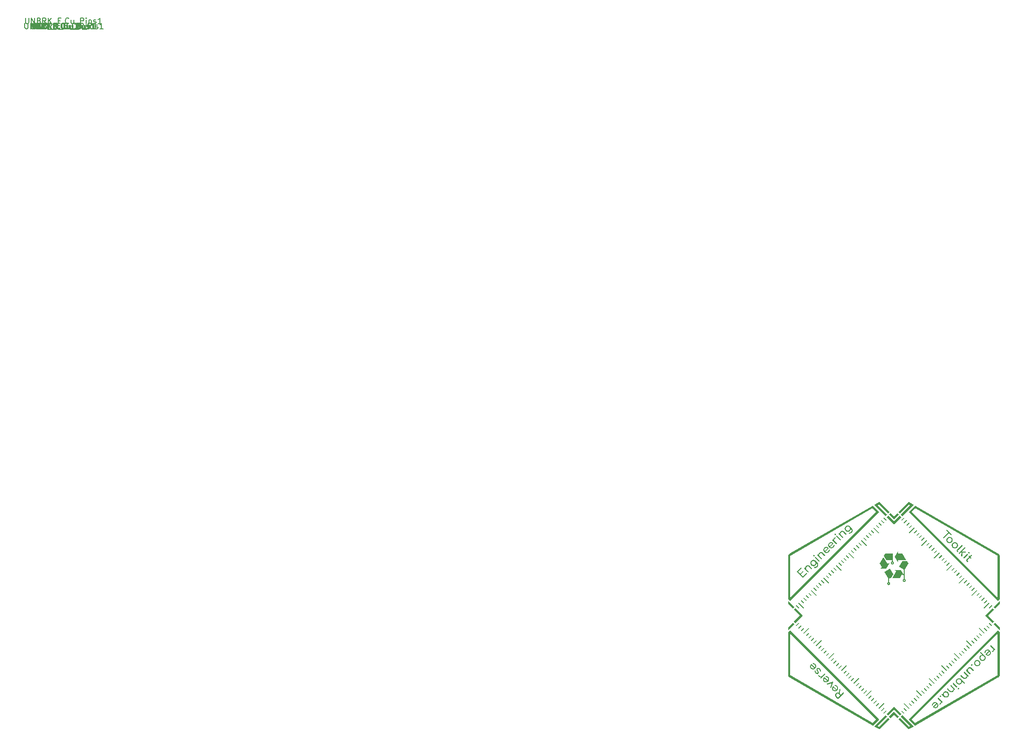
<source format=gbr>
%TF.GenerationSoftware,KiCad,Pcbnew,9.0.2+dfsg-1*%
%TF.CreationDate,2026-01-18T01:33:00+01:00*%
%TF.ProjectId,UNBRK_HEX,554e4252-4b5f-4484-9558-2e6b69636164,0.1*%
%TF.SameCoordinates,Original*%
%TF.FileFunction,Legend,Top*%
%TF.FilePolarity,Positive*%
%FSLAX46Y46*%
G04 Gerber Fmt 4.6, Leading zero omitted, Abs format (unit mm)*
G04 Created by KiCad (PCBNEW 9.0.2+dfsg-1) date 2026-01-18 01:33:00*
%MOMM*%
%LPD*%
G01*
G04 APERTURE LIST*
%ADD10C,0.000000*%
%ADD11C,0.150000*%
G04 APERTURE END LIST*
D10*
G36*
X146632909Y-120610137D02*
G01*
X146634606Y-120610248D01*
X146636291Y-120610434D01*
X146637959Y-120610693D01*
X146639604Y-120611027D01*
X146641220Y-120611436D01*
X146642801Y-120611918D01*
X146644342Y-120612474D01*
X146645837Y-120613105D01*
X146647280Y-120613810D01*
X146648665Y-120614589D01*
X146649987Y-120615443D01*
X146651240Y-120616370D01*
X146652418Y-120617372D01*
X146653515Y-120618448D01*
X146654526Y-120619598D01*
X146716049Y-120681114D01*
X146717199Y-120682127D01*
X146718275Y-120683226D01*
X146719277Y-120684405D01*
X146720204Y-120685660D01*
X146721056Y-120686983D01*
X146721835Y-120688369D01*
X146722539Y-120689813D01*
X146723169Y-120691308D01*
X146723724Y-120692850D01*
X146724206Y-120694432D01*
X146724613Y-120696048D01*
X146724946Y-120697693D01*
X146725205Y-120699361D01*
X146725390Y-120701046D01*
X146725500Y-120702743D01*
X146725536Y-120704446D01*
X146725499Y-120706148D01*
X146725387Y-120707845D01*
X146725201Y-120709531D01*
X146724941Y-120711199D01*
X146724607Y-120712844D01*
X146724199Y-120714461D01*
X146723716Y-120716043D01*
X146723160Y-120717585D01*
X146722530Y-120719081D01*
X146721826Y-120720525D01*
X146721048Y-120721912D01*
X146720196Y-120723235D01*
X146719270Y-120724490D01*
X146718270Y-120725670D01*
X146717197Y-120726770D01*
X146716049Y-120727783D01*
X145805984Y-121637810D01*
X145697800Y-121529617D01*
X145697784Y-121529617D01*
X146607864Y-120619598D01*
X146608878Y-120618448D01*
X146609978Y-120617372D01*
X146611158Y-120616370D01*
X146612413Y-120615443D01*
X146613737Y-120614589D01*
X146615124Y-120613810D01*
X146616569Y-120613105D01*
X146618065Y-120612474D01*
X146619607Y-120611918D01*
X146621190Y-120611436D01*
X146622807Y-120611027D01*
X146624452Y-120610693D01*
X146626121Y-120610434D01*
X146627807Y-120610248D01*
X146629504Y-120610137D01*
X146631207Y-120610100D01*
X146632909Y-120610137D01*
G37*
G36*
X136863922Y-99098206D02*
G01*
X136865072Y-99099218D01*
X136866148Y-99100316D01*
X136867150Y-99101495D01*
X136868078Y-99102749D01*
X136868931Y-99104071D01*
X136869710Y-99105458D01*
X136870415Y-99106901D01*
X136871046Y-99108397D01*
X136871603Y-99109938D01*
X136872085Y-99111520D01*
X136872493Y-99113136D01*
X136872827Y-99114781D01*
X136873087Y-99116449D01*
X136873272Y-99118135D01*
X136873384Y-99119832D01*
X136873421Y-99121534D01*
X136873384Y-99123237D01*
X136873272Y-99124934D01*
X136873087Y-99126620D01*
X136872827Y-99128288D01*
X136872493Y-99129934D01*
X136872085Y-99131551D01*
X136871603Y-99133133D01*
X136871046Y-99134675D01*
X136870415Y-99136171D01*
X136869710Y-99137616D01*
X136868931Y-99139003D01*
X136868078Y-99140326D01*
X136867150Y-99141581D01*
X136866148Y-99142761D01*
X136865072Y-99143861D01*
X136863922Y-99144875D01*
X136802399Y-99206390D01*
X136801388Y-99207541D01*
X136800291Y-99208617D01*
X136799113Y-99209618D01*
X136797860Y-99210546D01*
X136796537Y-99211399D01*
X136795152Y-99212179D01*
X136793709Y-99212884D01*
X136792213Y-99213514D01*
X136790672Y-99214071D01*
X136789090Y-99214553D01*
X136787474Y-99214961D01*
X136785829Y-99215295D01*
X136784161Y-99215555D01*
X136782475Y-99215741D01*
X136780778Y-99215852D01*
X136779076Y-99215889D01*
X136777373Y-99215852D01*
X136775676Y-99215741D01*
X136773990Y-99215555D01*
X136772322Y-99215295D01*
X136770677Y-99214961D01*
X136769061Y-99214553D01*
X136767479Y-99214071D01*
X136765938Y-99213514D01*
X136764443Y-99212884D01*
X136762999Y-99212179D01*
X136761614Y-99211399D01*
X136760292Y-99210546D01*
X136759039Y-99209618D01*
X136757861Y-99208617D01*
X136756763Y-99207541D01*
X136755753Y-99206390D01*
X135845673Y-98296371D01*
X135953842Y-98188187D01*
X136863922Y-99098206D01*
G37*
G36*
X137292862Y-97735825D02*
G01*
X137294009Y-97736837D01*
X137295083Y-97737936D01*
X137296082Y-97739116D01*
X137297008Y-97740370D01*
X137297859Y-97741694D01*
X137298636Y-97743080D01*
X137299339Y-97744524D01*
X137299969Y-97746020D01*
X137300524Y-97747562D01*
X137301005Y-97749144D01*
X137301412Y-97750760D01*
X137301745Y-97752406D01*
X137302005Y-97754074D01*
X137302190Y-97755760D01*
X137302301Y-97757457D01*
X137302338Y-97759160D01*
X137302301Y-97760863D01*
X137302190Y-97762560D01*
X137302005Y-97764246D01*
X137301745Y-97765915D01*
X137301412Y-97767560D01*
X137301005Y-97769177D01*
X137300524Y-97770759D01*
X137299969Y-97772302D01*
X137299339Y-97773798D01*
X137298636Y-97775242D01*
X137297859Y-97776629D01*
X137297008Y-97777953D01*
X137296082Y-97779208D01*
X137295083Y-97780388D01*
X137294009Y-97781488D01*
X137292862Y-97782501D01*
X137231354Y-97844017D01*
X137230342Y-97845164D01*
X137229243Y-97846238D01*
X137228064Y-97847237D01*
X137226810Y-97848163D01*
X137225486Y-97849014D01*
X137224100Y-97849791D01*
X137222656Y-97850495D01*
X137221160Y-97851124D01*
X137219618Y-97851679D01*
X137218035Y-97852160D01*
X137216418Y-97852567D01*
X137214773Y-97852901D01*
X137213104Y-97853160D01*
X137211418Y-97853345D01*
X137209721Y-97853456D01*
X137208017Y-97853493D01*
X137206314Y-97853456D01*
X137204617Y-97853345D01*
X137202931Y-97853160D01*
X137201263Y-97852901D01*
X137199618Y-97852567D01*
X137198001Y-97852160D01*
X137196419Y-97851679D01*
X137194878Y-97851124D01*
X137193383Y-97850495D01*
X137191939Y-97849791D01*
X137190554Y-97849014D01*
X137189231Y-97848163D01*
X137187978Y-97847237D01*
X137186800Y-97846238D01*
X137185703Y-97845164D01*
X137184692Y-97844017D01*
X136741318Y-97400665D01*
X136849503Y-97292480D01*
X137292862Y-97735825D01*
G37*
G36*
X141240131Y-116150510D02*
G01*
X141241827Y-116150621D01*
X141243513Y-116150806D01*
X141245181Y-116151065D01*
X141246826Y-116151397D01*
X141248442Y-116151804D01*
X141250024Y-116152285D01*
X141251566Y-116152840D01*
X141253062Y-116153469D01*
X141254506Y-116154172D01*
X141255893Y-116154949D01*
X141257217Y-116155800D01*
X141258471Y-116156724D01*
X141259651Y-116157723D01*
X141260751Y-116158796D01*
X141261765Y-116159943D01*
X141323288Y-116221451D01*
X141324434Y-116222464D01*
X141325506Y-116223563D01*
X141326504Y-116224742D01*
X141327429Y-116225996D01*
X141328279Y-116227320D01*
X141329055Y-116228706D01*
X141329758Y-116230150D01*
X141330386Y-116231646D01*
X141330941Y-116233188D01*
X141331421Y-116234770D01*
X141331828Y-116236387D01*
X141332161Y-116238032D01*
X141332419Y-116239700D01*
X141332604Y-116241386D01*
X141332715Y-116243083D01*
X141332752Y-116244786D01*
X141332715Y-116246489D01*
X141332604Y-116248186D01*
X141332419Y-116249872D01*
X141332161Y-116251541D01*
X141331828Y-116253186D01*
X141331421Y-116254803D01*
X141330941Y-116256386D01*
X141330386Y-116257928D01*
X141329758Y-116259424D01*
X141329055Y-116260868D01*
X141328279Y-116262255D01*
X141327429Y-116263579D01*
X141326504Y-116264834D01*
X141325506Y-116266014D01*
X141324434Y-116267114D01*
X141323288Y-116268127D01*
X140879913Y-116711472D01*
X140771744Y-116603287D01*
X141215103Y-116159943D01*
X141216115Y-116158796D01*
X141217214Y-116157723D01*
X141218392Y-116156724D01*
X141219646Y-116155800D01*
X141220969Y-116154949D01*
X141222354Y-116154172D01*
X141223798Y-116153469D01*
X141225293Y-116152840D01*
X141226834Y-116152285D01*
X141228416Y-116151804D01*
X141230032Y-116151397D01*
X141231676Y-116151065D01*
X141233344Y-116150806D01*
X141235029Y-116150621D01*
X141236726Y-116150510D01*
X141238428Y-116150473D01*
X141240131Y-116150510D01*
G37*
G36*
X152578751Y-89787247D02*
G01*
X152578747Y-89787243D01*
X152578751Y-89787239D01*
X152578751Y-89787247D01*
G37*
G36*
X153026581Y-90235100D02*
G01*
X152583206Y-90678452D01*
X152582194Y-90679600D01*
X152581095Y-90680675D01*
X152579916Y-90681676D01*
X152578661Y-90682602D01*
X152577338Y-90683454D01*
X152575951Y-90684233D01*
X152574506Y-90684937D01*
X152573010Y-90685567D01*
X152571467Y-90686122D01*
X152569884Y-90686604D01*
X152568267Y-90687012D01*
X152566620Y-90687345D01*
X152564951Y-90687604D01*
X152563264Y-90687789D01*
X152561566Y-90687900D01*
X152559862Y-90687937D01*
X152558158Y-90687899D01*
X152556460Y-90687788D01*
X152554774Y-90687602D01*
X152553105Y-90687342D01*
X152551459Y-90687008D01*
X152549842Y-90686600D01*
X152548259Y-90686117D01*
X152546717Y-90685560D01*
X152545222Y-90684930D01*
X152543778Y-90684225D01*
X152542392Y-90683445D01*
X152541069Y-90682592D01*
X152539816Y-90681664D01*
X152538638Y-90680663D01*
X152537540Y-90679587D01*
X152536530Y-90678436D01*
X152475021Y-90616920D01*
X152473873Y-90615908D01*
X152472798Y-90614810D01*
X152471797Y-90613630D01*
X152470871Y-90612376D01*
X152470018Y-90611053D01*
X152469240Y-90609666D01*
X152468536Y-90608221D01*
X152467906Y-90606725D01*
X152467350Y-90605183D01*
X152466868Y-90603600D01*
X152466461Y-90601983D01*
X152466127Y-90600337D01*
X152465868Y-90598668D01*
X152465682Y-90596982D01*
X152465571Y-90595284D01*
X152465534Y-90593580D01*
X152465571Y-90591877D01*
X152465682Y-90590179D01*
X152465868Y-90588493D01*
X152466127Y-90586824D01*
X152466461Y-90585179D01*
X152466868Y-90583562D01*
X152467350Y-90581980D01*
X152467906Y-90580438D01*
X152468536Y-90578943D01*
X152469240Y-90577499D01*
X152470018Y-90576113D01*
X152470871Y-90574791D01*
X152471797Y-90573538D01*
X152472798Y-90572360D01*
X152473873Y-90571262D01*
X152475021Y-90570251D01*
X152918396Y-90126907D01*
X153026581Y-90235100D01*
G37*
G36*
X134522781Y-109432753D02*
G01*
X134524479Y-109432865D01*
X134526164Y-109433050D01*
X134527833Y-109433310D01*
X134529478Y-109433644D01*
X134531094Y-109434052D01*
X134532676Y-109434534D01*
X134534218Y-109435091D01*
X134535713Y-109435722D01*
X134537156Y-109436427D01*
X134538542Y-109437206D01*
X134539864Y-109438059D01*
X134541117Y-109438987D01*
X134542295Y-109439989D01*
X134543392Y-109441065D01*
X134544403Y-109442215D01*
X134605927Y-109503731D01*
X134607073Y-109504744D01*
X134608145Y-109505842D01*
X134609143Y-109507022D01*
X134610067Y-109508276D01*
X134610917Y-109509599D01*
X134611694Y-109510985D01*
X134612396Y-109512429D01*
X134613025Y-109513924D01*
X134613579Y-109515465D01*
X134614060Y-109517047D01*
X134614467Y-109518663D01*
X134614799Y-109520308D01*
X134615058Y-109521975D01*
X134615243Y-109523661D01*
X134615354Y-109525357D01*
X134615391Y-109527060D01*
X134615354Y-109528762D01*
X134615243Y-109530459D01*
X134615058Y-109532144D01*
X134614799Y-109533812D01*
X134614467Y-109535457D01*
X134614060Y-109537074D01*
X134613579Y-109538656D01*
X134613025Y-109540198D01*
X134612396Y-109541694D01*
X134611694Y-109543139D01*
X134610917Y-109544526D01*
X134610067Y-109545850D01*
X134609143Y-109547105D01*
X134608145Y-109548285D01*
X134607073Y-109549386D01*
X134605927Y-109550400D01*
X134162552Y-109993744D01*
X134054367Y-109885551D01*
X134497742Y-109442215D01*
X134498754Y-109441065D01*
X134499852Y-109439989D01*
X134501032Y-109438987D01*
X134502286Y-109438059D01*
X134503609Y-109437206D01*
X134504996Y-109436427D01*
X134506440Y-109435722D01*
X134507936Y-109435091D01*
X134509478Y-109434534D01*
X134511060Y-109434052D01*
X134512677Y-109433644D01*
X134514323Y-109433310D01*
X134515992Y-109433050D01*
X134517678Y-109432865D01*
X134519375Y-109432753D01*
X134521078Y-109432716D01*
X134522781Y-109432753D01*
G37*
G36*
X138532631Y-114364044D02*
G01*
X138532623Y-114364052D01*
X138532623Y-114364037D01*
X138532631Y-114364044D01*
G37*
G36*
X145718391Y-120628994D02*
G01*
X145720089Y-120629105D01*
X145721774Y-120629290D01*
X145723443Y-120629549D01*
X145725088Y-120629882D01*
X145726705Y-120630289D01*
X145728287Y-120630770D01*
X145729829Y-120631325D01*
X145731324Y-120631954D01*
X145732768Y-120632657D01*
X145734154Y-120633434D01*
X145735477Y-120634285D01*
X145736731Y-120635209D01*
X145737910Y-120636208D01*
X145739009Y-120637281D01*
X145740021Y-120638428D01*
X145801529Y-120699944D01*
X145802678Y-120700956D01*
X145803752Y-120702054D01*
X145804753Y-120703233D01*
X145805680Y-120704487D01*
X145806532Y-120705809D01*
X145807310Y-120707195D01*
X145808014Y-120708639D01*
X145808644Y-120710135D01*
X145809200Y-120711676D01*
X145809682Y-120713258D01*
X145810090Y-120714874D01*
X145810423Y-120716519D01*
X145810683Y-120718187D01*
X145810868Y-120719873D01*
X145810979Y-120721570D01*
X145811016Y-120723272D01*
X145810979Y-120724975D01*
X145810868Y-120726672D01*
X145810683Y-120728358D01*
X145810423Y-120730026D01*
X145810090Y-120731672D01*
X145809682Y-120733289D01*
X145809200Y-120734871D01*
X145808644Y-120736413D01*
X145808014Y-120737909D01*
X145807310Y-120739354D01*
X145806532Y-120740741D01*
X145805680Y-120742064D01*
X145804753Y-120743319D01*
X145803752Y-120744499D01*
X145802678Y-120745599D01*
X145801529Y-120746613D01*
X145358154Y-121189957D01*
X145249969Y-121081772D01*
X145249985Y-121081772D01*
X145693344Y-120638420D01*
X145694358Y-120637274D01*
X145695457Y-120636202D01*
X145696638Y-120635204D01*
X145697893Y-120634280D01*
X145699217Y-120633429D01*
X145700604Y-120632653D01*
X145702048Y-120631950D01*
X145703545Y-120631322D01*
X145705087Y-120630768D01*
X145706670Y-120630287D01*
X145708287Y-120629880D01*
X145709933Y-120629548D01*
X145711602Y-120629289D01*
X145713288Y-120629104D01*
X145714985Y-120628994D01*
X145716688Y-120628957D01*
X145718391Y-120628994D01*
G37*
G36*
X160191772Y-97400665D02*
G01*
X159748398Y-97844017D01*
X159747386Y-97845164D01*
X159746287Y-97846238D01*
X159745108Y-97847237D01*
X159743854Y-97848163D01*
X159742530Y-97849014D01*
X159741144Y-97849791D01*
X159739700Y-97850495D01*
X159738204Y-97851124D01*
X159736661Y-97851679D01*
X159735079Y-97852160D01*
X159733462Y-97852567D01*
X159731816Y-97852901D01*
X159730147Y-97853160D01*
X159728461Y-97853345D01*
X159726763Y-97853456D01*
X159725060Y-97853493D01*
X159723356Y-97853456D01*
X159721658Y-97853345D01*
X159719972Y-97853160D01*
X159718303Y-97852901D01*
X159716657Y-97852567D01*
X159715040Y-97852160D01*
X159713458Y-97851679D01*
X159711915Y-97851124D01*
X159710419Y-97850495D01*
X159708975Y-97849791D01*
X159707589Y-97849014D01*
X159706265Y-97848163D01*
X159705011Y-97847237D01*
X159703832Y-97846238D01*
X159702733Y-97845164D01*
X159701721Y-97844017D01*
X159640213Y-97782501D01*
X159639063Y-97781488D01*
X159637987Y-97780389D01*
X159636985Y-97779209D01*
X159636057Y-97777954D01*
X159635204Y-97776630D01*
X159634425Y-97775243D01*
X159633720Y-97773798D01*
X159633089Y-97772302D01*
X159632533Y-97770759D01*
X159632050Y-97769176D01*
X159631642Y-97767558D01*
X159631308Y-97765912D01*
X159631048Y-97764243D01*
X159630863Y-97762556D01*
X159630752Y-97760858D01*
X159630714Y-97759154D01*
X159630752Y-97757451D01*
X159630863Y-97755753D01*
X159631048Y-97754067D01*
X159631308Y-97752398D01*
X159631642Y-97750752D01*
X159632050Y-97749135D01*
X159632533Y-97747553D01*
X159633089Y-97746011D01*
X159633720Y-97744516D01*
X159634425Y-97743072D01*
X159635204Y-97741686D01*
X159636057Y-97740364D01*
X159636985Y-97739111D01*
X159637987Y-97737933D01*
X159639063Y-97736835D01*
X159640213Y-97735825D01*
X160083572Y-97292480D01*
X160191772Y-97400665D01*
G37*
G36*
X157935470Y-113911239D02*
G01*
X157937168Y-113911350D01*
X157938853Y-113911535D01*
X157940522Y-113911795D01*
X157942167Y-113912129D01*
X157943784Y-113912537D01*
X157945365Y-113913020D01*
X157946907Y-113913576D01*
X157948402Y-113914207D01*
X157949845Y-113914912D01*
X157951231Y-113915691D01*
X157952553Y-113916544D01*
X157953806Y-113917472D01*
X157954984Y-113918474D01*
X157956082Y-113919550D01*
X157957092Y-113920700D01*
X158400467Y-114364037D01*
X158292282Y-114472221D01*
X158292282Y-114472214D01*
X157848907Y-114028870D01*
X157847761Y-114027857D01*
X157846689Y-114026758D01*
X157845691Y-114025579D01*
X157844767Y-114024325D01*
X157843917Y-114023002D01*
X157843140Y-114021615D01*
X157842438Y-114020172D01*
X157841809Y-114018677D01*
X157841255Y-114017135D01*
X157840774Y-114015554D01*
X157840367Y-114013938D01*
X157840035Y-114012293D01*
X157839776Y-114010625D01*
X157839591Y-114008940D01*
X157839480Y-114007243D01*
X157839443Y-114005541D01*
X157839480Y-114003838D01*
X157839591Y-114002142D01*
X157839776Y-114000456D01*
X157840035Y-113998788D01*
X157840367Y-113997143D01*
X157840774Y-113995526D01*
X157841255Y-113993944D01*
X157841809Y-113992402D01*
X157842438Y-113990906D01*
X157843140Y-113989462D01*
X157843917Y-113988075D01*
X157844767Y-113986751D01*
X157845691Y-113985495D01*
X157846689Y-113984315D01*
X157847761Y-113983215D01*
X157848907Y-113982201D01*
X157910431Y-113920700D01*
X157911443Y-113919550D01*
X157912542Y-113918474D01*
X157913721Y-113917472D01*
X157914975Y-113916544D01*
X157916298Y-113915691D01*
X157917685Y-113914912D01*
X157919129Y-113914207D01*
X157920625Y-113913576D01*
X157922167Y-113913020D01*
X157923749Y-113912537D01*
X157925366Y-113912129D01*
X157927012Y-113911795D01*
X157928681Y-113911535D01*
X157930367Y-113911350D01*
X157932064Y-113911239D01*
X157933767Y-113911201D01*
X157935470Y-113911239D01*
G37*
G36*
X143581284Y-92380478D02*
G01*
X143582431Y-92381491D01*
X143583504Y-92382590D01*
X143584504Y-92383769D01*
X143585429Y-92385023D01*
X143586281Y-92386346D01*
X143587058Y-92387732D01*
X143587761Y-92389176D01*
X143588390Y-92390671D01*
X143588946Y-92392212D01*
X143589427Y-92393794D01*
X143589834Y-92395410D01*
X143590167Y-92397055D01*
X143590426Y-92398723D01*
X143590611Y-92400408D01*
X143590722Y-92402104D01*
X143590759Y-92403807D01*
X143590722Y-92405509D01*
X143590611Y-92407206D01*
X143590426Y-92408891D01*
X143590167Y-92410559D01*
X143589834Y-92412205D01*
X143589427Y-92413821D01*
X143588946Y-92415403D01*
X143588390Y-92416945D01*
X143587761Y-92418441D01*
X143587058Y-92419886D01*
X143586281Y-92421273D01*
X143585429Y-92422597D01*
X143584504Y-92423852D01*
X143583504Y-92425033D01*
X143582431Y-92426133D01*
X143581284Y-92427147D01*
X143519760Y-92488663D01*
X143518748Y-92489812D01*
X143517649Y-92490888D01*
X143516470Y-92491889D01*
X143515216Y-92492816D01*
X143513893Y-92493669D01*
X143512506Y-92494447D01*
X143511062Y-92495152D01*
X143509566Y-92495782D01*
X143508024Y-92496339D01*
X143506442Y-92496821D01*
X143504825Y-92497229D01*
X143503179Y-92497562D01*
X143501510Y-92497822D01*
X143499824Y-92498007D01*
X143498127Y-92498119D01*
X143496424Y-92498156D01*
X143494721Y-92498119D01*
X143493023Y-92498007D01*
X143491338Y-92497822D01*
X143489669Y-92497562D01*
X143488024Y-92497229D01*
X143486407Y-92496821D01*
X143484826Y-92496339D01*
X143483284Y-92495782D01*
X143481789Y-92495152D01*
X143480346Y-92494447D01*
X143478960Y-92493669D01*
X143477638Y-92492816D01*
X143476385Y-92491889D01*
X143475207Y-92490888D01*
X143474110Y-92489812D01*
X143473099Y-92488663D01*
X142563019Y-91578644D01*
X142671204Y-91470451D01*
X143581284Y-92380478D01*
G37*
G36*
X137292862Y-97735825D02*
G01*
X137294009Y-97736837D01*
X137295083Y-97737936D01*
X137296082Y-97739116D01*
X137297008Y-97740370D01*
X137297859Y-97741694D01*
X137298636Y-97743080D01*
X137299339Y-97744524D01*
X137299969Y-97746020D01*
X137300524Y-97747562D01*
X137301005Y-97749144D01*
X137301412Y-97750760D01*
X137301745Y-97752406D01*
X137302005Y-97754074D01*
X137302190Y-97755760D01*
X137302301Y-97757457D01*
X137302338Y-97759160D01*
X137302301Y-97760863D01*
X137302190Y-97762560D01*
X137302005Y-97764246D01*
X137301745Y-97765915D01*
X137301412Y-97767560D01*
X137301005Y-97769177D01*
X137300524Y-97770759D01*
X137299969Y-97772302D01*
X137299339Y-97773798D01*
X137298636Y-97775242D01*
X137297859Y-97776629D01*
X137297008Y-97777953D01*
X137296082Y-97779208D01*
X137295083Y-97780388D01*
X137294009Y-97781488D01*
X137292862Y-97782501D01*
X137231354Y-97844017D01*
X137230342Y-97845164D01*
X137229243Y-97846238D01*
X137228064Y-97847237D01*
X137226810Y-97848163D01*
X137225486Y-97849014D01*
X137224100Y-97849791D01*
X137222656Y-97850495D01*
X137221160Y-97851124D01*
X137219618Y-97851679D01*
X137218035Y-97852160D01*
X137216418Y-97852567D01*
X137214773Y-97852901D01*
X137213104Y-97853160D01*
X137211418Y-97853345D01*
X137209721Y-97853456D01*
X137208017Y-97853493D01*
X137206314Y-97853456D01*
X137204617Y-97853345D01*
X137202931Y-97853160D01*
X137201263Y-97852901D01*
X137199618Y-97852567D01*
X137198001Y-97852160D01*
X137196419Y-97851679D01*
X137194878Y-97851124D01*
X137193383Y-97850495D01*
X137191939Y-97849791D01*
X137190554Y-97849014D01*
X137189231Y-97848163D01*
X137187978Y-97847237D01*
X137186800Y-97846238D01*
X137185703Y-97845164D01*
X137184692Y-97844017D01*
X136741318Y-97400665D01*
X136849503Y-97292480D01*
X137292862Y-97735825D01*
G37*
G36*
X133262436Y-101766479D02*
G01*
X133263585Y-101767492D01*
X133264659Y-101768591D01*
X133265660Y-101769770D01*
X133266587Y-101771024D01*
X133267439Y-101772347D01*
X133268217Y-101773734D01*
X133268921Y-101775177D01*
X133269552Y-101776673D01*
X133270108Y-101778214D01*
X133270589Y-101779795D01*
X133270997Y-101781412D01*
X133271331Y-101783056D01*
X133271591Y-101784724D01*
X133271776Y-101786409D01*
X133271888Y-101788106D01*
X133271925Y-101789808D01*
X133271888Y-101791511D01*
X133271778Y-101793207D01*
X133271593Y-101794893D01*
X133271334Y-101796561D01*
X133271001Y-101798206D01*
X133270594Y-101799823D01*
X133270113Y-101801405D01*
X133269558Y-101802947D01*
X133268929Y-101804443D01*
X133268225Y-101805887D01*
X133267448Y-101807274D01*
X133266597Y-101808598D01*
X133265671Y-101809854D01*
X133264672Y-101811034D01*
X133263599Y-101812134D01*
X133262451Y-101813148D01*
X133200928Y-101874649D01*
X133199916Y-101875799D01*
X133198817Y-101876875D01*
X133197637Y-101877877D01*
X133196383Y-101878805D01*
X133195059Y-101879658D01*
X133193672Y-101880437D01*
X133192228Y-101881142D01*
X133190731Y-101881773D01*
X133189189Y-101882330D01*
X133187606Y-101882812D01*
X133185988Y-101883220D01*
X133184342Y-101883554D01*
X133182672Y-101883814D01*
X133180986Y-101883999D01*
X133179288Y-101884111D01*
X133177584Y-101884148D01*
X133175880Y-101884111D01*
X133174182Y-101883999D01*
X133172495Y-101883814D01*
X133170826Y-101883554D01*
X133169180Y-101883220D01*
X133167563Y-101882812D01*
X133165981Y-101882330D01*
X133164439Y-101881773D01*
X133162943Y-101881142D01*
X133161499Y-101880437D01*
X133160113Y-101879658D01*
X133158791Y-101878805D01*
X133157538Y-101877877D01*
X133156359Y-101876875D01*
X133155262Y-101875799D01*
X133154251Y-101874649D01*
X132710892Y-101431313D01*
X132819065Y-101323139D01*
X133262436Y-101766479D01*
G37*
G36*
X159278940Y-112567695D02*
G01*
X159280637Y-112567806D01*
X159282322Y-112567991D01*
X159283991Y-112568251D01*
X159285636Y-112568585D01*
X159287253Y-112568993D01*
X159288835Y-112569476D01*
X159290378Y-112570032D01*
X159291874Y-112570663D01*
X159293319Y-112571368D01*
X159294706Y-112572147D01*
X159296031Y-112573000D01*
X159297286Y-112573928D01*
X159298467Y-112574930D01*
X159299568Y-112576006D01*
X159300583Y-112577156D01*
X159743942Y-113020493D01*
X159635765Y-113128670D01*
X159192398Y-112685341D01*
X159191249Y-112684328D01*
X159190175Y-112683229D01*
X159189174Y-112682050D01*
X159188247Y-112680796D01*
X159187395Y-112679472D01*
X159186617Y-112678086D01*
X159185913Y-112676642D01*
X159185283Y-112675147D01*
X159184727Y-112673605D01*
X159184245Y-112672023D01*
X159183837Y-112670407D01*
X159183504Y-112668762D01*
X159183244Y-112667094D01*
X159183059Y-112665409D01*
X159182948Y-112663712D01*
X159182911Y-112662009D01*
X159182948Y-112660307D01*
X159183059Y-112658610D01*
X159183244Y-112656924D01*
X159183504Y-112655256D01*
X159183837Y-112653611D01*
X159184245Y-112651994D01*
X159184727Y-112650412D01*
X159185283Y-112648870D01*
X159185913Y-112647374D01*
X159186617Y-112645930D01*
X159187395Y-112644543D01*
X159188247Y-112643220D01*
X159189174Y-112641965D01*
X159190175Y-112640785D01*
X159191249Y-112639685D01*
X159192398Y-112638672D01*
X159253891Y-112577156D01*
X159254906Y-112576006D01*
X159256007Y-112574930D01*
X159257188Y-112573928D01*
X159258443Y-112573000D01*
X159259768Y-112572147D01*
X159261155Y-112571368D01*
X159262600Y-112570663D01*
X159264096Y-112570032D01*
X159265639Y-112569476D01*
X159267221Y-112568993D01*
X159268838Y-112568585D01*
X159270483Y-112568251D01*
X159272152Y-112567991D01*
X159273837Y-112567806D01*
X159275534Y-112567695D01*
X159277237Y-112567657D01*
X159278940Y-112567695D01*
G37*
G36*
X158383289Y-113463408D02*
G01*
X158384985Y-113463519D01*
X158386671Y-113463704D01*
X158388339Y-113463964D01*
X158389984Y-113464297D01*
X158391600Y-113464704D01*
X158393182Y-113465185D01*
X158394724Y-113465740D01*
X158396220Y-113466369D01*
X158397664Y-113467073D01*
X158399051Y-113467850D01*
X158400375Y-113468701D01*
X158401629Y-113469627D01*
X158402809Y-113470626D01*
X158403909Y-113471700D01*
X158404922Y-113472847D01*
X158848297Y-113916183D01*
X158740112Y-114024384D01*
X158740112Y-114024391D01*
X158296738Y-113581055D01*
X158295589Y-113580040D01*
X158294514Y-113578939D01*
X158293514Y-113577758D01*
X158292587Y-113576502D01*
X158291735Y-113575177D01*
X158290956Y-113573789D01*
X158290252Y-113572344D01*
X158289622Y-113570847D01*
X158289066Y-113569305D01*
X158288585Y-113567722D01*
X158288177Y-113566104D01*
X158287843Y-113564459D01*
X158287584Y-113562790D01*
X158287399Y-113561104D01*
X158287288Y-113559406D01*
X158287251Y-113557703D01*
X158287288Y-113556000D01*
X158287399Y-113554303D01*
X158287584Y-113552617D01*
X158287843Y-113550948D01*
X158288177Y-113549303D01*
X158288585Y-113547686D01*
X158289066Y-113546104D01*
X158289622Y-113544562D01*
X158290252Y-113543066D01*
X158290956Y-113541621D01*
X158291735Y-113540234D01*
X158292587Y-113538911D01*
X158293514Y-113537656D01*
X158294514Y-113536476D01*
X158295589Y-113535376D01*
X158296738Y-113534363D01*
X158358261Y-113472847D01*
X158359273Y-113471700D01*
X158360371Y-113470626D01*
X158361550Y-113469627D01*
X158362804Y-113468701D01*
X158364127Y-113467850D01*
X158365512Y-113467073D01*
X158366956Y-113466369D01*
X158368451Y-113465740D01*
X158369992Y-113465185D01*
X158371573Y-113464704D01*
X158373189Y-113464297D01*
X158374834Y-113463964D01*
X158376502Y-113463704D01*
X158378187Y-113463519D01*
X158379884Y-113463408D01*
X158381586Y-113463371D01*
X158383289Y-113463408D01*
G37*
G36*
X151235275Y-88443703D02*
G01*
X150791901Y-88887054D01*
X150790889Y-88888203D01*
X150789790Y-88889278D01*
X150788611Y-88890279D01*
X150787358Y-88891205D01*
X150786035Y-88892057D01*
X150784649Y-88892836D01*
X150783206Y-88893540D01*
X150781711Y-88894170D01*
X150780170Y-88894725D01*
X150778588Y-88895207D01*
X150776972Y-88895614D01*
X150775328Y-88895948D01*
X150773660Y-88896207D01*
X150771975Y-88896392D01*
X150770278Y-88896503D01*
X150768576Y-88896540D01*
X150766873Y-88896502D01*
X150765176Y-88896391D01*
X150763491Y-88896205D01*
X150761823Y-88895945D01*
X150760178Y-88895611D01*
X150758561Y-88895203D01*
X150756979Y-88894720D01*
X150755438Y-88894163D01*
X150753942Y-88893533D01*
X150752497Y-88892827D01*
X150751111Y-88892048D01*
X150749787Y-88891195D01*
X150748532Y-88890267D01*
X150747352Y-88889265D01*
X150746253Y-88888189D01*
X150745239Y-88887039D01*
X150683716Y-88825523D01*
X150682568Y-88824511D01*
X150681495Y-88823413D01*
X150680496Y-88822234D01*
X150679570Y-88820981D01*
X150678719Y-88819658D01*
X150677942Y-88818272D01*
X150677238Y-88816829D01*
X150676609Y-88815333D01*
X150676054Y-88813792D01*
X150675573Y-88812211D01*
X150675165Y-88810595D01*
X150674832Y-88808950D01*
X150674573Y-88807282D01*
X150674388Y-88805597D01*
X150674277Y-88803900D01*
X150674240Y-88802197D01*
X150674277Y-88800495D01*
X150674388Y-88798798D01*
X150674573Y-88797112D01*
X150674832Y-88795444D01*
X150675165Y-88793799D01*
X150675573Y-88792182D01*
X150676054Y-88790599D01*
X150676609Y-88789057D01*
X150677238Y-88787561D01*
X150677942Y-88786116D01*
X150678719Y-88784729D01*
X150679570Y-88783405D01*
X150680496Y-88782149D01*
X150681495Y-88780969D01*
X150682568Y-88779869D01*
X150683716Y-88778854D01*
X151127090Y-88335510D01*
X151235275Y-88443703D01*
G37*
G36*
X135437319Y-109413947D02*
G01*
X135439017Y-109414058D01*
X135440703Y-109414243D01*
X135442372Y-109414502D01*
X135444018Y-109414835D01*
X135445635Y-109415242D01*
X135447217Y-109415724D01*
X135448760Y-109416279D01*
X135450256Y-109416908D01*
X135451700Y-109417611D01*
X135453087Y-109418389D01*
X135454410Y-109419240D01*
X135455664Y-109420165D01*
X135456843Y-109421165D01*
X135457942Y-109422238D01*
X135458954Y-109423386D01*
X135520462Y-109484901D01*
X135521609Y-109485914D01*
X135522683Y-109487013D01*
X135523682Y-109488193D01*
X135524608Y-109489448D01*
X135525459Y-109490771D01*
X135526236Y-109492158D01*
X135526940Y-109493603D01*
X135527569Y-109495099D01*
X135528124Y-109496641D01*
X135528605Y-109498224D01*
X135529012Y-109499841D01*
X135529346Y-109501486D01*
X135529605Y-109503155D01*
X135529790Y-109504841D01*
X135529901Y-109506538D01*
X135529938Y-109508242D01*
X135529901Y-109509945D01*
X135529790Y-109511642D01*
X135529605Y-109513328D01*
X135529346Y-109514996D01*
X135529012Y-109516642D01*
X135528605Y-109518258D01*
X135528124Y-109519840D01*
X135527569Y-109521382D01*
X135526940Y-109522877D01*
X135526236Y-109524321D01*
X135525459Y-109525707D01*
X135524608Y-109527029D01*
X135523682Y-109528283D01*
X135522683Y-109529461D01*
X135521609Y-109530559D01*
X135520462Y-109531570D01*
X134610382Y-110441589D01*
X134502197Y-110333405D01*
X135412277Y-109423386D01*
X135413289Y-109422238D01*
X135414388Y-109421165D01*
X135415567Y-109420165D01*
X135416821Y-109419240D01*
X135418145Y-109418389D01*
X135419531Y-109417611D01*
X135420975Y-109416908D01*
X135422472Y-109416279D01*
X135424014Y-109415724D01*
X135425596Y-109415242D01*
X135427213Y-109414835D01*
X135428859Y-109414502D01*
X135430528Y-109414243D01*
X135432214Y-109414058D01*
X135433912Y-109413947D01*
X135435616Y-109413910D01*
X135437319Y-109413947D01*
G37*
G36*
X156144180Y-115702657D02*
G01*
X156145877Y-115702768D01*
X156147563Y-115702952D01*
X156149232Y-115703211D01*
X156150877Y-115703544D01*
X156152493Y-115703951D01*
X156154075Y-115704432D01*
X156155617Y-115704987D01*
X156157112Y-115705616D01*
X156158555Y-115706319D01*
X156159941Y-115707096D01*
X156161263Y-115707946D01*
X156162516Y-115708871D01*
X156163694Y-115709870D01*
X156164791Y-115710943D01*
X156165802Y-115712090D01*
X156609177Y-116155434D01*
X156500992Y-116263618D01*
X156500992Y-116263634D01*
X156057617Y-115820290D01*
X156056468Y-115819275D01*
X156055394Y-115818175D01*
X156054393Y-115816994D01*
X156053467Y-115815739D01*
X156052614Y-115814414D01*
X156051836Y-115813027D01*
X156051132Y-115811581D01*
X156050502Y-115810085D01*
X156049946Y-115808542D01*
X156049464Y-115806959D01*
X156049057Y-115805342D01*
X156048723Y-115803696D01*
X156048464Y-115802027D01*
X156048278Y-115800341D01*
X156048167Y-115798644D01*
X156048130Y-115796941D01*
X156048167Y-115795238D01*
X156048278Y-115793541D01*
X156048464Y-115791855D01*
X156048723Y-115790187D01*
X156049057Y-115788542D01*
X156049464Y-115786926D01*
X156049946Y-115785345D01*
X156050502Y-115783804D01*
X156051132Y-115782309D01*
X156051836Y-115780866D01*
X156052614Y-115779481D01*
X156053467Y-115778159D01*
X156054393Y-115776906D01*
X156055394Y-115775728D01*
X156056468Y-115774631D01*
X156057617Y-115773621D01*
X156119141Y-115712090D01*
X156120153Y-115710943D01*
X156121251Y-115709870D01*
X156122431Y-115708871D01*
X156123685Y-115707946D01*
X156125008Y-115707096D01*
X156126394Y-115706319D01*
X156127839Y-115705616D01*
X156129335Y-115704987D01*
X156130877Y-115704432D01*
X156132459Y-115703951D01*
X156134076Y-115703544D01*
X156135722Y-115703211D01*
X156137390Y-115702952D01*
X156139076Y-115702768D01*
X156140774Y-115702657D01*
X156142477Y-115702620D01*
X156144180Y-115702657D01*
G37*
G36*
X143562408Y-91465942D02*
G01*
X143563555Y-91466955D01*
X143564627Y-91468054D01*
X143565625Y-91469234D01*
X143566549Y-91470488D01*
X143567399Y-91471811D01*
X143568176Y-91473198D01*
X143568878Y-91474642D01*
X143569507Y-91476138D01*
X143570061Y-91477680D01*
X143570542Y-91479262D01*
X143570948Y-91480879D01*
X143571281Y-91482524D01*
X143571540Y-91484193D01*
X143571725Y-91485878D01*
X143571836Y-91487576D01*
X143571873Y-91489279D01*
X143571836Y-91490982D01*
X143571725Y-91492679D01*
X143571540Y-91494365D01*
X143571281Y-91496034D01*
X143570948Y-91497680D01*
X143570542Y-91499297D01*
X143570061Y-91500880D01*
X143569507Y-91502423D01*
X143568878Y-91503919D01*
X143568176Y-91505364D01*
X143567399Y-91506752D01*
X143566549Y-91508076D01*
X143565625Y-91509331D01*
X143564627Y-91510512D01*
X143563555Y-91511612D01*
X143562408Y-91512627D01*
X143500885Y-91574127D01*
X143499873Y-91575277D01*
X143498775Y-91576353D01*
X143497596Y-91577355D01*
X143496342Y-91578283D01*
X143495020Y-91579136D01*
X143493634Y-91579915D01*
X143492190Y-91580620D01*
X143490695Y-91581251D01*
X143489154Y-91581808D01*
X143487573Y-91582290D01*
X143485957Y-91582698D01*
X143484312Y-91583032D01*
X143482644Y-91583292D01*
X143480959Y-91583477D01*
X143479262Y-91583589D01*
X143477560Y-91583626D01*
X143475858Y-91583589D01*
X143474161Y-91583477D01*
X143472476Y-91583292D01*
X143470807Y-91583032D01*
X143469162Y-91582698D01*
X143467546Y-91582290D01*
X143465964Y-91581808D01*
X143464422Y-91581251D01*
X143462926Y-91580620D01*
X143461482Y-91579915D01*
X143460095Y-91579136D01*
X143458771Y-91578283D01*
X143457517Y-91577355D01*
X143456337Y-91576353D01*
X143455237Y-91575277D01*
X143454224Y-91574127D01*
X143010849Y-91130791D01*
X143119034Y-91022606D01*
X143562408Y-91465942D01*
G37*
G36*
X141771103Y-93257339D02*
G01*
X141772253Y-93258352D01*
X141773329Y-93259452D01*
X141774331Y-93260631D01*
X141775259Y-93261886D01*
X141776112Y-93263210D01*
X141776891Y-93264597D01*
X141777596Y-93266042D01*
X141778227Y-93267538D01*
X141778783Y-93269080D01*
X141779266Y-93270663D01*
X141779674Y-93272280D01*
X141780008Y-93273926D01*
X141780268Y-93275595D01*
X141780453Y-93277282D01*
X141780564Y-93278979D01*
X141780602Y-93280683D01*
X141780564Y-93282386D01*
X141780453Y-93284083D01*
X141780268Y-93285769D01*
X141780008Y-93287438D01*
X141779674Y-93289083D01*
X141779266Y-93290700D01*
X141778783Y-93292281D01*
X141778227Y-93293823D01*
X141777596Y-93295318D01*
X141776891Y-93296762D01*
X141776112Y-93298147D01*
X141775259Y-93299469D01*
X141774331Y-93300722D01*
X141773329Y-93301900D01*
X141772253Y-93302998D01*
X141771103Y-93304008D01*
X141709595Y-93365524D01*
X141708583Y-93366675D01*
X141707484Y-93367751D01*
X141706305Y-93368752D01*
X141705051Y-93369680D01*
X141703727Y-93370533D01*
X141702341Y-93371312D01*
X141700897Y-93372017D01*
X141699401Y-93372648D01*
X141697859Y-93373205D01*
X141696276Y-93373687D01*
X141694659Y-93374095D01*
X141693014Y-93374429D01*
X141691345Y-93374689D01*
X141689659Y-93374874D01*
X141687961Y-93374986D01*
X141686258Y-93375023D01*
X141684555Y-93374986D01*
X141682858Y-93374874D01*
X141681172Y-93374689D01*
X141679504Y-93374429D01*
X141677858Y-93374095D01*
X141676242Y-93373687D01*
X141674660Y-93373205D01*
X141673119Y-93372648D01*
X141671624Y-93372017D01*
X141670180Y-93371312D01*
X141668795Y-93370533D01*
X141667472Y-93369680D01*
X141666219Y-93368752D01*
X141665041Y-93367751D01*
X141663944Y-93366675D01*
X141662933Y-93365524D01*
X141219559Y-92922188D01*
X141327744Y-92813995D01*
X141771103Y-93257339D01*
G37*
G36*
X157020949Y-113892409D02*
G01*
X157022646Y-113892521D01*
X157024332Y-113892706D01*
X157026001Y-113892966D01*
X157027646Y-113893300D01*
X157029263Y-113893708D01*
X157030845Y-113894190D01*
X157032386Y-113894747D01*
X157033882Y-113895378D01*
X157035325Y-113896083D01*
X157036711Y-113896862D01*
X157038033Y-113897715D01*
X157039286Y-113898643D01*
X157040464Y-113899644D01*
X157041561Y-113900721D01*
X157042572Y-113901871D01*
X157952652Y-114811890D01*
X157844452Y-114920074D01*
X156934402Y-114010056D01*
X156933255Y-114009043D01*
X156932182Y-114007945D01*
X156931182Y-114006766D01*
X156930257Y-114005512D01*
X156929405Y-114004190D01*
X156928628Y-114002804D01*
X156927925Y-114001360D01*
X156927295Y-113999865D01*
X156926740Y-113998323D01*
X156926259Y-113996741D01*
X156925852Y-113995125D01*
X156925518Y-113993480D01*
X156925259Y-113991812D01*
X156925074Y-113990126D01*
X156924962Y-113988430D01*
X156924925Y-113986727D01*
X156924961Y-113985024D01*
X156925072Y-113983327D01*
X156925257Y-113981641D01*
X156925515Y-113979973D01*
X156925848Y-113978327D01*
X156926254Y-113976711D01*
X156926735Y-113975128D01*
X156927289Y-113973586D01*
X156927918Y-113972090D01*
X156928620Y-113970645D01*
X156929396Y-113969258D01*
X156930247Y-113967935D01*
X156931171Y-113966680D01*
X156932169Y-113965500D01*
X156933241Y-113964400D01*
X156934387Y-113963387D01*
X156995895Y-113901871D01*
X156996909Y-113900721D01*
X156998009Y-113899644D01*
X156999189Y-113898643D01*
X157000444Y-113897715D01*
X157001769Y-113896862D01*
X157003156Y-113896083D01*
X157004601Y-113895378D01*
X157006098Y-113894747D01*
X157007641Y-113894190D01*
X157009224Y-113893708D01*
X157010842Y-113893300D01*
X157012488Y-113892966D01*
X157014157Y-113892706D01*
X157015844Y-113892521D01*
X157017542Y-113892409D01*
X157019245Y-113892372D01*
X157020949Y-113892409D01*
G37*
G36*
X144458054Y-90570251D02*
G01*
X144459201Y-90571264D01*
X144460274Y-90572364D01*
X144461274Y-90573543D01*
X144462199Y-90574798D01*
X144463051Y-90576122D01*
X144463828Y-90577509D01*
X144464531Y-90578954D01*
X144465160Y-90580450D01*
X144465716Y-90581992D01*
X144466197Y-90583575D01*
X144466604Y-90585192D01*
X144466937Y-90586838D01*
X144467196Y-90588507D01*
X144467381Y-90590194D01*
X144467492Y-90591891D01*
X144467529Y-90593595D01*
X144467492Y-90595298D01*
X144467381Y-90596995D01*
X144467196Y-90598681D01*
X144466937Y-90600350D01*
X144466604Y-90601995D01*
X144466197Y-90603612D01*
X144465716Y-90605193D01*
X144465160Y-90606735D01*
X144464531Y-90608230D01*
X144463828Y-90609674D01*
X144463051Y-90611059D01*
X144462199Y-90612381D01*
X144461274Y-90613634D01*
X144460274Y-90614812D01*
X144459201Y-90615910D01*
X144458054Y-90616920D01*
X144396530Y-90678436D01*
X144395518Y-90679584D01*
X144394420Y-90680658D01*
X144393241Y-90681658D01*
X144391987Y-90682584D01*
X144390664Y-90683436D01*
X144389278Y-90684214D01*
X144387834Y-90684918D01*
X144386338Y-90685548D01*
X144384797Y-90686103D01*
X144383215Y-90686585D01*
X144381599Y-90686992D01*
X144379954Y-90687326D01*
X144378286Y-90687585D01*
X144376601Y-90687771D01*
X144374904Y-90687882D01*
X144373201Y-90687920D01*
X144371499Y-90687883D01*
X144369802Y-90687772D01*
X144368117Y-90687588D01*
X144366450Y-90687329D01*
X144364805Y-90686996D01*
X144363189Y-90686589D01*
X144361608Y-90686109D01*
X144360067Y-90685554D01*
X144358572Y-90684925D01*
X144357130Y-90684222D01*
X144355744Y-90683445D01*
X144354422Y-90682595D01*
X144353170Y-90681670D01*
X144351992Y-90680671D01*
X144350895Y-90679598D01*
X144349884Y-90678452D01*
X143906509Y-90235100D01*
X144014694Y-90126907D01*
X144014694Y-90126900D01*
X144458054Y-90570251D01*
G37*
G36*
X132385681Y-103576691D02*
G01*
X132386831Y-103577703D01*
X132387907Y-103578801D01*
X132388909Y-103579980D01*
X132389837Y-103581233D01*
X132390690Y-103582556D01*
X132391469Y-103583942D01*
X132392174Y-103585385D01*
X132392805Y-103586881D01*
X132393362Y-103588422D01*
X132393844Y-103590003D01*
X132394252Y-103591619D01*
X132394586Y-103593264D01*
X132394846Y-103594932D01*
X132395031Y-103596617D01*
X132395143Y-103598314D01*
X132395180Y-103600017D01*
X132395143Y-103601719D01*
X132395031Y-103603416D01*
X132394846Y-103605102D01*
X132394586Y-103606770D01*
X132394252Y-103608416D01*
X132393844Y-103610032D01*
X132393362Y-103611615D01*
X132392805Y-103613157D01*
X132392174Y-103614653D01*
X132391469Y-103616098D01*
X132390690Y-103617485D01*
X132389837Y-103618809D01*
X132388909Y-103620065D01*
X132387907Y-103621245D01*
X132386831Y-103622346D01*
X132385681Y-103623360D01*
X132324173Y-103684875D01*
X132323161Y-103686026D01*
X132322062Y-103687102D01*
X132320883Y-103688104D01*
X132319630Y-103689031D01*
X132318307Y-103689885D01*
X132316920Y-103690664D01*
X132315476Y-103691369D01*
X132313981Y-103691999D01*
X132312439Y-103692556D01*
X132310857Y-103693038D01*
X132309240Y-103693446D01*
X132307595Y-103693780D01*
X132305927Y-103694040D01*
X132304241Y-103694226D01*
X132302543Y-103694337D01*
X132300840Y-103694374D01*
X132299137Y-103694337D01*
X132297440Y-103694226D01*
X132295754Y-103694040D01*
X132294085Y-103693780D01*
X132292439Y-103693446D01*
X132290822Y-103693038D01*
X132289239Y-103692556D01*
X132287697Y-103691999D01*
X132286201Y-103691369D01*
X132284756Y-103690664D01*
X132283369Y-103689885D01*
X132282045Y-103689031D01*
X132280790Y-103688104D01*
X132279610Y-103687102D01*
X132278510Y-103686026D01*
X132277496Y-103684875D01*
X131367432Y-102774857D01*
X131475616Y-102666672D01*
X132385681Y-103576691D01*
G37*
G36*
X157504822Y-94713577D02*
G01*
X157061462Y-95156921D01*
X157060449Y-95158068D01*
X157059349Y-95159141D01*
X157058169Y-95160140D01*
X157056913Y-95161065D01*
X157055589Y-95161915D01*
X157054201Y-95162692D01*
X157052756Y-95163395D01*
X157051260Y-95164024D01*
X157049717Y-95164579D01*
X157048134Y-95165060D01*
X157046516Y-95165467D01*
X157044870Y-95165799D01*
X157043200Y-95166058D01*
X157041514Y-95166243D01*
X157039816Y-95166354D01*
X157038113Y-95166391D01*
X157036409Y-95166354D01*
X157034712Y-95166243D01*
X157033026Y-95166058D01*
X157031357Y-95165799D01*
X157029712Y-95165467D01*
X157028095Y-95165060D01*
X157026513Y-95164579D01*
X157024971Y-95164024D01*
X157023476Y-95163395D01*
X157022033Y-95162692D01*
X157020647Y-95161915D01*
X157019325Y-95161065D01*
X157018072Y-95160140D01*
X157016894Y-95159141D01*
X157015797Y-95158068D01*
X157014786Y-95156921D01*
X156953262Y-95095406D01*
X156952115Y-95094393D01*
X156951041Y-95093294D01*
X156950042Y-95092114D01*
X156949117Y-95090860D01*
X156948265Y-95089537D01*
X156947488Y-95088151D01*
X156946785Y-95086707D01*
X156946156Y-95085211D01*
X156945600Y-95083670D01*
X156945119Y-95082088D01*
X156944712Y-95080472D01*
X156944379Y-95078827D01*
X156944120Y-95077159D01*
X156943935Y-95075473D01*
X156943824Y-95073777D01*
X156943787Y-95072074D01*
X156943824Y-95070371D01*
X156943935Y-95068674D01*
X156944120Y-95066989D01*
X156944379Y-95065321D01*
X156944712Y-95063676D01*
X156945119Y-95062059D01*
X156945600Y-95060477D01*
X156946156Y-95058935D01*
X156946785Y-95057439D01*
X156947488Y-95055995D01*
X156948265Y-95054608D01*
X156949117Y-95053284D01*
X156950042Y-95052030D01*
X156951041Y-95050850D01*
X156952115Y-95049750D01*
X156953262Y-95048737D01*
X157396652Y-94605392D01*
X157504822Y-94713577D01*
G37*
G36*
X165100648Y-106745656D02*
G01*
X165102345Y-106745767D01*
X165104031Y-106745953D01*
X165105699Y-106746212D01*
X165107345Y-106746546D01*
X165108961Y-106746954D01*
X165110543Y-106747436D01*
X165112085Y-106747992D01*
X165113581Y-106748622D01*
X165115026Y-106749327D01*
X165116412Y-106750106D01*
X165117736Y-106750959D01*
X165118991Y-106751886D01*
X165120171Y-106752887D01*
X165121270Y-106753962D01*
X165122284Y-106755112D01*
X165565659Y-107198463D01*
X165457474Y-107306648D01*
X165014099Y-106863312D01*
X165012952Y-106862300D01*
X165011878Y-106861201D01*
X165010879Y-106860022D01*
X165009953Y-106858768D01*
X165009102Y-106857445D01*
X165008325Y-106856059D01*
X165007622Y-106854615D01*
X165006992Y-106853119D01*
X165006437Y-106851578D01*
X165005956Y-106849996D01*
X165005549Y-106848379D01*
X165005216Y-106846733D01*
X165004957Y-106845065D01*
X165004771Y-106843379D01*
X165004660Y-106841682D01*
X165004623Y-106839978D01*
X165004660Y-106838275D01*
X165004771Y-106836577D01*
X165004957Y-106834891D01*
X165005216Y-106833222D01*
X165005549Y-106831576D01*
X165005956Y-106829958D01*
X165006437Y-106828375D01*
X165006992Y-106826833D01*
X165007622Y-106825336D01*
X165008325Y-106823891D01*
X165009102Y-106822503D01*
X165009953Y-106821178D01*
X165010879Y-106819923D01*
X165011878Y-106818742D01*
X165012952Y-106817642D01*
X165014099Y-106816628D01*
X165075607Y-106755112D01*
X165076621Y-106753962D01*
X165077720Y-106752887D01*
X165078900Y-106751886D01*
X165080155Y-106750959D01*
X165081479Y-106750106D01*
X165082866Y-106749327D01*
X165084310Y-106748622D01*
X165085806Y-106747992D01*
X165087348Y-106747436D01*
X165088930Y-106746954D01*
X165090547Y-106746546D01*
X165092192Y-106746212D01*
X165093860Y-106745953D01*
X165095546Y-106745767D01*
X165097243Y-106745656D01*
X165098946Y-106745619D01*
X165100648Y-106745656D01*
G37*
G36*
X133179317Y-108089232D02*
G01*
X133181015Y-108089343D01*
X133182701Y-108089528D01*
X133184370Y-108089787D01*
X133186015Y-108090121D01*
X133187632Y-108090528D01*
X133189215Y-108091009D01*
X133190758Y-108091564D01*
X133192254Y-108092193D01*
X133193699Y-108092897D01*
X133195086Y-108093674D01*
X133196410Y-108094525D01*
X133197665Y-108095451D01*
X133198845Y-108096450D01*
X133199945Y-108097524D01*
X133200958Y-108098671D01*
X133262466Y-108160187D01*
X133263612Y-108161200D01*
X133264685Y-108162298D01*
X133265683Y-108163478D01*
X133266607Y-108164732D01*
X133267457Y-108166055D01*
X133268234Y-108167441D01*
X133268936Y-108168885D01*
X133269565Y-108170380D01*
X133270119Y-108171921D01*
X133270600Y-108173503D01*
X133271006Y-108175119D01*
X133271339Y-108176764D01*
X133271598Y-108178431D01*
X133271783Y-108180117D01*
X133271894Y-108181813D01*
X133271931Y-108183516D01*
X133271894Y-108185218D01*
X133271783Y-108186915D01*
X133271598Y-108188600D01*
X133271339Y-108190268D01*
X133271006Y-108191913D01*
X133270600Y-108193530D01*
X133270119Y-108195112D01*
X133269565Y-108196654D01*
X133268936Y-108198150D01*
X133268234Y-108199595D01*
X133267457Y-108200982D01*
X133266607Y-108202306D01*
X133265683Y-108203561D01*
X133264685Y-108204741D01*
X133263612Y-108205842D01*
X133262466Y-108206856D01*
X132819092Y-108650200D01*
X132710907Y-108542007D01*
X133154282Y-108098671D01*
X133155294Y-108097524D01*
X133156392Y-108096450D01*
X133157571Y-108095451D01*
X133158825Y-108094525D01*
X133160148Y-108093674D01*
X133161534Y-108092897D01*
X133162978Y-108092193D01*
X133164474Y-108091564D01*
X133166015Y-108091009D01*
X133167598Y-108090528D01*
X133169214Y-108090121D01*
X133170860Y-108089787D01*
X133172528Y-108089528D01*
X133174214Y-108089343D01*
X133175911Y-108089232D01*
X133177614Y-108089195D01*
X133179317Y-108089232D01*
G37*
G36*
X135418423Y-110328444D02*
G01*
X135420120Y-110328556D01*
X135421806Y-110328741D01*
X135423475Y-110329001D01*
X135425121Y-110329335D01*
X135426738Y-110329743D01*
X135428320Y-110330225D01*
X135429863Y-110330782D01*
X135431359Y-110331413D01*
X135432804Y-110332118D01*
X135434191Y-110332897D01*
X135435515Y-110333750D01*
X135436770Y-110334678D01*
X135437950Y-110335680D01*
X135439050Y-110336756D01*
X135440063Y-110337906D01*
X135501587Y-110399422D01*
X135502733Y-110400434D01*
X135503805Y-110401533D01*
X135504803Y-110402713D01*
X135505728Y-110403967D01*
X135506578Y-110405290D01*
X135507354Y-110406676D01*
X135508057Y-110408119D01*
X135508685Y-110409615D01*
X135509240Y-110411156D01*
X135509720Y-110412738D01*
X135510127Y-110414354D01*
X135510460Y-110415999D01*
X135510718Y-110417666D01*
X135510903Y-110419351D01*
X135511014Y-110421048D01*
X135511051Y-110422750D01*
X135511014Y-110424453D01*
X135510903Y-110426150D01*
X135510718Y-110427835D01*
X135510460Y-110429503D01*
X135510127Y-110431148D01*
X135509720Y-110432765D01*
X135509240Y-110434347D01*
X135508685Y-110435889D01*
X135508057Y-110437385D01*
X135507354Y-110438830D01*
X135506578Y-110440217D01*
X135505728Y-110441541D01*
X135504803Y-110442796D01*
X135503805Y-110443976D01*
X135502733Y-110445077D01*
X135501587Y-110446091D01*
X135058212Y-110889442D01*
X134950027Y-110781242D01*
X135393387Y-110337906D01*
X135394399Y-110336756D01*
X135395497Y-110335680D01*
X135396676Y-110334678D01*
X135397930Y-110333750D01*
X135399253Y-110332897D01*
X135400640Y-110332118D01*
X135402083Y-110331413D01*
X135403579Y-110330782D01*
X135405121Y-110330225D01*
X135406703Y-110329743D01*
X135408319Y-110329335D01*
X135409965Y-110329001D01*
X135411633Y-110328741D01*
X135413319Y-110328556D01*
X135415016Y-110328444D01*
X135416719Y-110328407D01*
X135418423Y-110328444D01*
G37*
G36*
X145270556Y-120181141D02*
G01*
X145272253Y-120181252D01*
X145273940Y-120181437D01*
X145275609Y-120181696D01*
X145277254Y-120182029D01*
X145278872Y-120182436D01*
X145280454Y-120182917D01*
X145281996Y-120183472D01*
X145283492Y-120184101D01*
X145284937Y-120184804D01*
X145286323Y-120185581D01*
X145287646Y-120186432D01*
X145288901Y-120187356D01*
X145290080Y-120188355D01*
X145291178Y-120189428D01*
X145292191Y-120190575D01*
X145353699Y-120252090D01*
X145354849Y-120253103D01*
X145355925Y-120254201D01*
X145356927Y-120255380D01*
X145357854Y-120256634D01*
X145358708Y-120257956D01*
X145359487Y-120259342D01*
X145360192Y-120260786D01*
X145360823Y-120262281D01*
X145361379Y-120263823D01*
X145361862Y-120265405D01*
X145362270Y-120267021D01*
X145362604Y-120268666D01*
X145362863Y-120270334D01*
X145363049Y-120272020D01*
X145363160Y-120273716D01*
X145363197Y-120275419D01*
X145363160Y-120277122D01*
X145363049Y-120278819D01*
X145362863Y-120280505D01*
X145362604Y-120282173D01*
X145362270Y-120283819D01*
X145361862Y-120285435D01*
X145361379Y-120287018D01*
X145360823Y-120288560D01*
X145360192Y-120290056D01*
X145359487Y-120291501D01*
X145358708Y-120292888D01*
X145357854Y-120294211D01*
X145356927Y-120295466D01*
X145355925Y-120296646D01*
X145354849Y-120297746D01*
X145353699Y-120298759D01*
X144910324Y-120742104D01*
X144802139Y-120633919D01*
X145245514Y-120190567D01*
X145246526Y-120189421D01*
X145247625Y-120188349D01*
X145248804Y-120187351D01*
X145250058Y-120186426D01*
X145251381Y-120185576D01*
X145252768Y-120184800D01*
X145254212Y-120184097D01*
X145255708Y-120183469D01*
X145257250Y-120182914D01*
X145258833Y-120182434D01*
X145260450Y-120182027D01*
X145262096Y-120181695D01*
X145263765Y-120181436D01*
X145265451Y-120181251D01*
X145267149Y-120181141D01*
X145268852Y-120181104D01*
X145270556Y-120181141D01*
G37*
G36*
X149525672Y-87105320D02*
G01*
X149527293Y-87105443D01*
X149528907Y-87105647D01*
X149530509Y-87105930D01*
X149532095Y-87106291D01*
X149533662Y-87106727D01*
X149535206Y-87107238D01*
X149536722Y-87107822D01*
X149538207Y-87108478D01*
X149539657Y-87109204D01*
X149541068Y-87109998D01*
X149542435Y-87110859D01*
X149543755Y-87111786D01*
X149545024Y-87112777D01*
X149546239Y-87113830D01*
X149547394Y-87114944D01*
X149768890Y-87336456D01*
X149770038Y-87337468D01*
X149771111Y-87338566D01*
X149772111Y-87339744D01*
X149773036Y-87340998D01*
X149773887Y-87342321D01*
X149774665Y-87343707D01*
X149775368Y-87345150D01*
X149775997Y-87346646D01*
X149776552Y-87348188D01*
X149777034Y-87349770D01*
X149777441Y-87351386D01*
X149777774Y-87353032D01*
X149778033Y-87354700D01*
X149778218Y-87356386D01*
X149778329Y-87358083D01*
X149778366Y-87359786D01*
X149778329Y-87361489D01*
X149778218Y-87363186D01*
X149778033Y-87364872D01*
X149777774Y-87366540D01*
X149777441Y-87368185D01*
X149777034Y-87369802D01*
X149776552Y-87371383D01*
X149775997Y-87372925D01*
X149775368Y-87374420D01*
X149774665Y-87375863D01*
X149773887Y-87377249D01*
X149773036Y-87378571D01*
X149772111Y-87379824D01*
X149771111Y-87381002D01*
X149770038Y-87382099D01*
X149768890Y-87383110D01*
X148537247Y-88614685D01*
X148537231Y-88614685D01*
X148534165Y-88618166D01*
X148530837Y-88621423D01*
X148527265Y-88624455D01*
X148523466Y-88627262D01*
X148519457Y-88629845D01*
X148515257Y-88632203D01*
X148510882Y-88634337D01*
X148506351Y-88636246D01*
X148501679Y-88637930D01*
X148496886Y-88639390D01*
X148491988Y-88640625D01*
X148487002Y-88641636D01*
X148481947Y-88642422D01*
X148476840Y-88642983D01*
X148471697Y-88643320D01*
X148466537Y-88643433D01*
X148461378Y-88643320D01*
X148456235Y-88642983D01*
X148451128Y-88642422D01*
X148446073Y-88641636D01*
X148441087Y-88640625D01*
X148436189Y-88639390D01*
X148431396Y-88637930D01*
X148426724Y-88636246D01*
X148422193Y-88634337D01*
X148417818Y-88632203D01*
X148413618Y-88629845D01*
X148409609Y-88627262D01*
X148405810Y-88624455D01*
X148402238Y-88621423D01*
X148398910Y-88618166D01*
X148395844Y-88614685D01*
X147164200Y-87383110D01*
X147163050Y-87382098D01*
X147161974Y-87380999D01*
X147160972Y-87379820D01*
X147160044Y-87378566D01*
X147159191Y-87377243D01*
X147158412Y-87375857D01*
X147157707Y-87374413D01*
X147157076Y-87372917D01*
X147156519Y-87371375D01*
X147156037Y-87369793D01*
X147155629Y-87368177D01*
X147155295Y-87366531D01*
X147155035Y-87364863D01*
X147154850Y-87363177D01*
X147154738Y-87361480D01*
X147154701Y-87359777D01*
X147154738Y-87358075D01*
X147154850Y-87356378D01*
X147155035Y-87354692D01*
X147155295Y-87353024D01*
X147155629Y-87351379D01*
X147156037Y-87349763D01*
X147156519Y-87348182D01*
X147157076Y-87346641D01*
X147157707Y-87345146D01*
X147158412Y-87343702D01*
X147159191Y-87342317D01*
X147160044Y-87340995D01*
X147160972Y-87339742D01*
X147161974Y-87338564D01*
X147163050Y-87337467D01*
X147164200Y-87336456D01*
X147385742Y-87114883D01*
X147386754Y-87113733D01*
X147387853Y-87112657D01*
X147389032Y-87111655D01*
X147390286Y-87110728D01*
X147391609Y-87109874D01*
X147392996Y-87109095D01*
X147394440Y-87108390D01*
X147395936Y-87107759D01*
X147397478Y-87107203D01*
X147399061Y-87106721D01*
X147400678Y-87106312D01*
X147402323Y-87105978D01*
X147403992Y-87105719D01*
X147405678Y-87105533D01*
X147407375Y-87105422D01*
X147409079Y-87105385D01*
X147410782Y-87105422D01*
X147412479Y-87105533D01*
X147414165Y-87105719D01*
X147415833Y-87105978D01*
X147417478Y-87106312D01*
X147419095Y-87106721D01*
X147420677Y-87107203D01*
X147422218Y-87107759D01*
X147423713Y-87108390D01*
X147425157Y-87109095D01*
X147426542Y-87109874D01*
X147427865Y-87110728D01*
X147429118Y-87111655D01*
X147430296Y-87112657D01*
X147431393Y-87113733D01*
X147432404Y-87114883D01*
X148395935Y-88078362D01*
X148399004Y-88081841D01*
X148402335Y-88085095D01*
X148405910Y-88088125D01*
X148409711Y-88090931D01*
X148413722Y-88093512D01*
X148417925Y-88095869D01*
X148422302Y-88098001D01*
X148426836Y-88099909D01*
X148431509Y-88101592D01*
X148436305Y-88103051D01*
X148441205Y-88104286D01*
X148446192Y-88105295D01*
X148451249Y-88106081D01*
X148456358Y-88106642D01*
X148461502Y-88106978D01*
X148466663Y-88107090D01*
X148471825Y-88106977D01*
X148476968Y-88106640D01*
X148482077Y-88106079D01*
X148487133Y-88105293D01*
X148492120Y-88104282D01*
X148497019Y-88103047D01*
X148501813Y-88101587D01*
X148506485Y-88099903D01*
X148511017Y-88097994D01*
X148515393Y-88095861D01*
X148519594Y-88093503D01*
X148523602Y-88090921D01*
X148527402Y-88088114D01*
X148530974Y-88085083D01*
X148534302Y-88081827D01*
X148537369Y-88078346D01*
X149500717Y-87114944D01*
X149501872Y-87113830D01*
X149503087Y-87112777D01*
X149504356Y-87111786D01*
X149505676Y-87110859D01*
X149507043Y-87109998D01*
X149508453Y-87109204D01*
X149509902Y-87108478D01*
X149511387Y-87107822D01*
X149512902Y-87107238D01*
X149514445Y-87106727D01*
X149516011Y-87106291D01*
X149517596Y-87105930D01*
X149519196Y-87105647D01*
X149520807Y-87105443D01*
X149522426Y-87105320D01*
X149524048Y-87105278D01*
X149525672Y-87105320D01*
G37*
G36*
X146962955Y-122807003D02*
G01*
X146964653Y-122807114D01*
X146966339Y-122807300D01*
X146968008Y-122807560D01*
X146969654Y-122807894D01*
X146971271Y-122808301D01*
X146972854Y-122808784D01*
X146974396Y-122809340D01*
X146975893Y-122809970D01*
X146977338Y-122810675D01*
X146978726Y-122811454D01*
X146980051Y-122812307D01*
X146981307Y-122813234D01*
X146982488Y-122814235D01*
X146983589Y-122815310D01*
X146984604Y-122816460D01*
X147206146Y-123038048D01*
X147207295Y-123039059D01*
X147208370Y-123040157D01*
X147209370Y-123041336D01*
X147210297Y-123042589D01*
X147211149Y-123043912D01*
X147211927Y-123045298D01*
X147212631Y-123046742D01*
X147213261Y-123048237D01*
X147213817Y-123049779D01*
X147214299Y-123051361D01*
X147214706Y-123052978D01*
X147215040Y-123054623D01*
X147215299Y-123056292D01*
X147215484Y-123057977D01*
X147215595Y-123059675D01*
X147215631Y-123061378D01*
X147215594Y-123063080D01*
X147215482Y-123064778D01*
X147215297Y-123066463D01*
X147215037Y-123068132D01*
X147214703Y-123069777D01*
X147214294Y-123071393D01*
X147213812Y-123072975D01*
X147213255Y-123074516D01*
X147212624Y-123076011D01*
X147211919Y-123077455D01*
X147211140Y-123078840D01*
X147210287Y-123080163D01*
X147209359Y-123081415D01*
X147208357Y-123082593D01*
X147207281Y-123083691D01*
X147206131Y-123084702D01*
X145590302Y-124700462D01*
X145590286Y-124700455D01*
X145588968Y-124701795D01*
X145587739Y-124703217D01*
X145586602Y-124704715D01*
X145585556Y-124706281D01*
X145584606Y-124707909D01*
X145583751Y-124709593D01*
X145582995Y-124711327D01*
X145582338Y-124713103D01*
X145581784Y-124714916D01*
X145581333Y-124716759D01*
X145580987Y-124718625D01*
X145580748Y-124720508D01*
X145580619Y-124722402D01*
X145580600Y-124724299D01*
X145580694Y-124726194D01*
X145580902Y-124728081D01*
X145581208Y-124729949D01*
X145581624Y-124731798D01*
X145582148Y-124733620D01*
X145582776Y-124735411D01*
X145583504Y-124737164D01*
X145584328Y-124738875D01*
X145585246Y-124740536D01*
X145586254Y-124742143D01*
X145587348Y-124743689D01*
X145588525Y-124745169D01*
X145589780Y-124746578D01*
X145591112Y-124747909D01*
X145592515Y-124749156D01*
X145593987Y-124750315D01*
X145595524Y-124751379D01*
X145596316Y-124751873D01*
X145597122Y-124752342D01*
X145765976Y-124849831D01*
X145767071Y-124850509D01*
X145768210Y-124851128D01*
X145769387Y-124851689D01*
X145770601Y-124852192D01*
X145771848Y-124852638D01*
X145773124Y-124853027D01*
X145774427Y-124853360D01*
X145775753Y-124853636D01*
X145777098Y-124853857D01*
X145778459Y-124854023D01*
X145781218Y-124854191D01*
X145784002Y-124854144D01*
X145786785Y-124853885D01*
X145789541Y-124853417D01*
X145792242Y-124852746D01*
X145794863Y-124851872D01*
X145796135Y-124851361D01*
X145797377Y-124850802D01*
X145798586Y-124850193D01*
X145799757Y-124849537D01*
X145800889Y-124848832D01*
X145801978Y-124848081D01*
X145803020Y-124847283D01*
X145804011Y-124846438D01*
X145804950Y-124845548D01*
X145805832Y-124844612D01*
X147385742Y-123264297D01*
X147386754Y-123263149D01*
X147387853Y-123262074D01*
X147389032Y-123261073D01*
X147390286Y-123260147D01*
X147391609Y-123259295D01*
X147392995Y-123258516D01*
X147394439Y-123257812D01*
X147395934Y-123257182D01*
X147397476Y-123256627D01*
X147399058Y-123256145D01*
X147400674Y-123255737D01*
X147402319Y-123255404D01*
X147403988Y-123255145D01*
X147405673Y-123254960D01*
X147407370Y-123254849D01*
X147409073Y-123254812D01*
X147410776Y-123254850D01*
X147412473Y-123254961D01*
X147414158Y-123255147D01*
X147415826Y-123255407D01*
X147417472Y-123255741D01*
X147419088Y-123256149D01*
X147420670Y-123256632D01*
X147422212Y-123257189D01*
X147423707Y-123257819D01*
X147425151Y-123258524D01*
X147426537Y-123259304D01*
X147427860Y-123260157D01*
X147429114Y-123261085D01*
X147430293Y-123262087D01*
X147431391Y-123263163D01*
X147432404Y-123264313D01*
X147653915Y-123485832D01*
X147655063Y-123486844D01*
X147656136Y-123487943D01*
X147657136Y-123489122D01*
X147658061Y-123490376D01*
X147658912Y-123491699D01*
X147659690Y-123493085D01*
X147660393Y-123494529D01*
X147661022Y-123496025D01*
X147661577Y-123497567D01*
X147662059Y-123499149D01*
X147662466Y-123500766D01*
X147662799Y-123502411D01*
X147663058Y-123504080D01*
X147663243Y-123505766D01*
X147663354Y-123507463D01*
X147663391Y-123509166D01*
X147663354Y-123510869D01*
X147663243Y-123512566D01*
X147663058Y-123514251D01*
X147662799Y-123515920D01*
X147662466Y-123517565D01*
X147662059Y-123519182D01*
X147661577Y-123520763D01*
X147661022Y-123522305D01*
X147660393Y-123523800D01*
X147659690Y-123525244D01*
X147658912Y-123526630D01*
X147658061Y-123527952D01*
X147657136Y-123529206D01*
X147656136Y-123530384D01*
X147655063Y-123531482D01*
X147653915Y-123532494D01*
X145868164Y-125318245D01*
X145867285Y-125319181D01*
X145866349Y-125320073D01*
X145865359Y-125320918D01*
X145864319Y-125321716D01*
X145863233Y-125322468D01*
X145862102Y-125323173D01*
X145859725Y-125324439D01*
X145857213Y-125325510D01*
X145854593Y-125326384D01*
X145851893Y-125327056D01*
X145849138Y-125327523D01*
X145846356Y-125327782D01*
X145843572Y-125327829D01*
X145840814Y-125327661D01*
X145838108Y-125327273D01*
X145835481Y-125326663D01*
X145834205Y-125326274D01*
X145832959Y-125325827D01*
X145831746Y-125325324D01*
X145830570Y-125324762D01*
X145829433Y-125324142D01*
X145828339Y-125323463D01*
X144979568Y-124833435D01*
X144977969Y-124832470D01*
X144976433Y-124831406D01*
X144974963Y-124830247D01*
X144973564Y-124828999D01*
X144972238Y-124827669D01*
X144970988Y-124826260D01*
X144969818Y-124824781D01*
X144968729Y-124823235D01*
X144967726Y-124821628D01*
X144966811Y-124819967D01*
X144965987Y-124818257D01*
X144965258Y-124816503D01*
X144964627Y-124814711D01*
X144964096Y-124812887D01*
X144963669Y-124811037D01*
X144963348Y-124809166D01*
X144963162Y-124807280D01*
X144963087Y-124805386D01*
X144963122Y-124803490D01*
X144963265Y-124801599D01*
X144963515Y-124799718D01*
X144963869Y-124797854D01*
X144964325Y-124796014D01*
X144964882Y-124794203D01*
X144965537Y-124792428D01*
X144966290Y-124790695D01*
X144967137Y-124789011D01*
X144968078Y-124787382D01*
X144969109Y-124785814D01*
X144970230Y-124784314D01*
X144971439Y-124782887D01*
X144972733Y-124781540D01*
X146937912Y-122816452D01*
X146938925Y-122815303D01*
X146940025Y-122814228D01*
X146941205Y-122813228D01*
X146942460Y-122812301D01*
X146943784Y-122811449D01*
X146945170Y-122810671D01*
X146946615Y-122809967D01*
X146948111Y-122809337D01*
X146949653Y-122808781D01*
X146951235Y-122808299D01*
X146952852Y-122807892D01*
X146954497Y-122807558D01*
X146956166Y-122807299D01*
X146957852Y-122807114D01*
X146959549Y-122807003D01*
X146961252Y-122806966D01*
X146962955Y-122807003D01*
G37*
G36*
X153814056Y-118950722D02*
G01*
X153814041Y-118950722D01*
X153814049Y-118950714D01*
X153814056Y-118950722D01*
G37*
G36*
X155713531Y-92922188D02*
G01*
X155270157Y-93365524D01*
X155269145Y-93366675D01*
X155268046Y-93367751D01*
X155266867Y-93368752D01*
X155265613Y-93369680D01*
X155264290Y-93370533D01*
X155262903Y-93371312D01*
X155261459Y-93372017D01*
X155259963Y-93372648D01*
X155258421Y-93373205D01*
X155256838Y-93373687D01*
X155255221Y-93374095D01*
X155253576Y-93374429D01*
X155251907Y-93374689D01*
X155250221Y-93374874D01*
X155248524Y-93374986D01*
X155246820Y-93375023D01*
X155245117Y-93374986D01*
X155243420Y-93374874D01*
X155241734Y-93374689D01*
X155240066Y-93374429D01*
X155238421Y-93374095D01*
X155236804Y-93373687D01*
X155235222Y-93373205D01*
X155233681Y-93372648D01*
X155232186Y-93372017D01*
X155230742Y-93371312D01*
X155229357Y-93370533D01*
X155228035Y-93369680D01*
X155226782Y-93368752D01*
X155225604Y-93367751D01*
X155224506Y-93366675D01*
X155223495Y-93365524D01*
X155161972Y-93304008D01*
X155160822Y-93302996D01*
X155159746Y-93301898D01*
X155158744Y-93300719D01*
X155157816Y-93299466D01*
X155156963Y-93298143D01*
X155156184Y-93296757D01*
X155155479Y-93295314D01*
X155154848Y-93293819D01*
X155154292Y-93292277D01*
X155153809Y-93290696D01*
X155153401Y-93289080D01*
X155153067Y-93287435D01*
X155152807Y-93285767D01*
X155152622Y-93284082D01*
X155152511Y-93282385D01*
X155152473Y-93280683D01*
X155152511Y-93278980D01*
X155152622Y-93277283D01*
X155152807Y-93275597D01*
X155153067Y-93273929D01*
X155153401Y-93272284D01*
X155153809Y-93270667D01*
X155154292Y-93269084D01*
X155154848Y-93267542D01*
X155155479Y-93266046D01*
X155156184Y-93264601D01*
X155156963Y-93263214D01*
X155157816Y-93261890D01*
X155158744Y-93260635D01*
X155159746Y-93259454D01*
X155160822Y-93258354D01*
X155161972Y-93257339D01*
X155605331Y-92813995D01*
X155713531Y-92922188D01*
G37*
G36*
X136845047Y-98183678D02*
G01*
X136846194Y-98184690D01*
X136847268Y-98185789D01*
X136848267Y-98186969D01*
X136849193Y-98188223D01*
X136850044Y-98189546D01*
X136850821Y-98190932D01*
X136851525Y-98192375D01*
X136852154Y-98193871D01*
X136852709Y-98195412D01*
X136853191Y-98196994D01*
X136853598Y-98198610D01*
X136853931Y-98200255D01*
X136854191Y-98201922D01*
X136854376Y-98203607D01*
X136854487Y-98205304D01*
X136854525Y-98207006D01*
X136854488Y-98208709D01*
X136854377Y-98210406D01*
X136854193Y-98212091D01*
X136853934Y-98213759D01*
X136853602Y-98215404D01*
X136853195Y-98217021D01*
X136852715Y-98218603D01*
X136852160Y-98220145D01*
X136851532Y-98221641D01*
X136850829Y-98223086D01*
X136850053Y-98224473D01*
X136849203Y-98225797D01*
X136848279Y-98227052D01*
X136847280Y-98228232D01*
X136846208Y-98229333D01*
X136845062Y-98230347D01*
X136783539Y-98291862D01*
X136782525Y-98293012D01*
X136781425Y-98294087D01*
X136780245Y-98295089D01*
X136778990Y-98296016D01*
X136777665Y-98296868D01*
X136776278Y-98297647D01*
X136774833Y-98298352D01*
X136773336Y-98298982D01*
X136771793Y-98299538D01*
X136770210Y-98300020D01*
X136768592Y-98300428D01*
X136766946Y-98300762D01*
X136765277Y-98301022D01*
X136763590Y-98301207D01*
X136761893Y-98301318D01*
X136760189Y-98301355D01*
X136758486Y-98301318D01*
X136756788Y-98301207D01*
X136755102Y-98301022D01*
X136753433Y-98300762D01*
X136751788Y-98300428D01*
X136750171Y-98300020D01*
X136748589Y-98299538D01*
X136747048Y-98298982D01*
X136745553Y-98298352D01*
X136744109Y-98297647D01*
X136742723Y-98296868D01*
X136741401Y-98296016D01*
X136740148Y-98295089D01*
X136738970Y-98294087D01*
X136737873Y-98293012D01*
X136736862Y-98291862D01*
X136293503Y-97848518D01*
X136401672Y-97740334D01*
X136401688Y-97740334D01*
X136845047Y-98183678D01*
G37*
G36*
X160191772Y-97400665D02*
G01*
X159748398Y-97844017D01*
X159747386Y-97845164D01*
X159746287Y-97846238D01*
X159745108Y-97847237D01*
X159743854Y-97848163D01*
X159742530Y-97849014D01*
X159741144Y-97849791D01*
X159739700Y-97850495D01*
X159738204Y-97851124D01*
X159736661Y-97851679D01*
X159735079Y-97852160D01*
X159733462Y-97852567D01*
X159731816Y-97852901D01*
X159730147Y-97853160D01*
X159728461Y-97853345D01*
X159726763Y-97853456D01*
X159725060Y-97853493D01*
X159723356Y-97853456D01*
X159721658Y-97853345D01*
X159719972Y-97853160D01*
X159718303Y-97852901D01*
X159716657Y-97852567D01*
X159715040Y-97852160D01*
X159713458Y-97851679D01*
X159711915Y-97851124D01*
X159710419Y-97850495D01*
X159708975Y-97849791D01*
X159707589Y-97849014D01*
X159706265Y-97848163D01*
X159705011Y-97847237D01*
X159703832Y-97846238D01*
X159702733Y-97845164D01*
X159701721Y-97844017D01*
X159640213Y-97782501D01*
X159639063Y-97781488D01*
X159637987Y-97780389D01*
X159636985Y-97779209D01*
X159636057Y-97777954D01*
X159635204Y-97776630D01*
X159634425Y-97775243D01*
X159633720Y-97773798D01*
X159633089Y-97772302D01*
X159632533Y-97770759D01*
X159632050Y-97769176D01*
X159631642Y-97767558D01*
X159631308Y-97765912D01*
X159631048Y-97764243D01*
X159630863Y-97762556D01*
X159630752Y-97760858D01*
X159630714Y-97759154D01*
X159630752Y-97757451D01*
X159630863Y-97755753D01*
X159631048Y-97754067D01*
X159631308Y-97752398D01*
X159631642Y-97750752D01*
X159632050Y-97749135D01*
X159632533Y-97747553D01*
X159633089Y-97746011D01*
X159633720Y-97744516D01*
X159634425Y-97743072D01*
X159635204Y-97741686D01*
X159636057Y-97740364D01*
X159636985Y-97739111D01*
X159637987Y-97737933D01*
X159639063Y-97736835D01*
X159640213Y-97735825D01*
X160083572Y-97292480D01*
X160191772Y-97400665D01*
G37*
G36*
X157944379Y-89612993D02*
G01*
X157949213Y-89613341D01*
X157953969Y-89613921D01*
X157958648Y-89614732D01*
X157963250Y-89615776D01*
X157967775Y-89617052D01*
X157972222Y-89618560D01*
X157976591Y-89620299D01*
X157980883Y-89622271D01*
X157985098Y-89624475D01*
X157989235Y-89626911D01*
X157993295Y-89629578D01*
X157997277Y-89632478D01*
X158001182Y-89635610D01*
X158005009Y-89638974D01*
X158008759Y-89642570D01*
X158765335Y-90399147D01*
X158768927Y-90402892D01*
X158772275Y-90406704D01*
X158775380Y-90410581D01*
X158778242Y-90414526D01*
X158780860Y-90418536D01*
X158783235Y-90422613D01*
X158785366Y-90426756D01*
X158787254Y-90430965D01*
X158788899Y-90435242D01*
X158790301Y-90439584D01*
X158791460Y-90443994D01*
X158792376Y-90448470D01*
X158793049Y-90453012D01*
X158793479Y-90457622D01*
X158793666Y-90462298D01*
X158793610Y-90467041D01*
X158793668Y-90471781D01*
X158793483Y-90476456D01*
X158793055Y-90481063D01*
X158792382Y-90485605D01*
X158791467Y-90490080D01*
X158790308Y-90494489D01*
X158788906Y-90498831D01*
X158787260Y-90503107D01*
X158785371Y-90507317D01*
X158783239Y-90511460D01*
X158780863Y-90515537D01*
X158778244Y-90519548D01*
X158775381Y-90523492D01*
X158772276Y-90527370D01*
X158768927Y-90531182D01*
X158765335Y-90534927D01*
X158761586Y-90538524D01*
X158757758Y-90541888D01*
X158753854Y-90545020D01*
X158749871Y-90547920D01*
X158745811Y-90550589D01*
X158741674Y-90553025D01*
X158737459Y-90555229D01*
X158733166Y-90557201D01*
X158728795Y-90558941D01*
X158724347Y-90560449D01*
X158719822Y-90561725D01*
X158715219Y-90562769D01*
X158710538Y-90563580D01*
X158705779Y-90564159D01*
X158700943Y-90564506D01*
X158696030Y-90564621D01*
X158691460Y-90564502D01*
X158686946Y-90564152D01*
X158682488Y-90563571D01*
X158678085Y-90562758D01*
X158673738Y-90561713D01*
X158669446Y-90560437D01*
X158665210Y-90558929D01*
X158661030Y-90557189D01*
X158656905Y-90555217D01*
X158652835Y-90553014D01*
X158648821Y-90550578D01*
X158644862Y-90547911D01*
X158640958Y-90545011D01*
X158637109Y-90541880D01*
X158633316Y-90538516D01*
X158629578Y-90534920D01*
X158325516Y-90230858D01*
X157430313Y-91126053D01*
X157426378Y-91129821D01*
X157422355Y-91133346D01*
X157418244Y-91136628D01*
X157414045Y-91139667D01*
X157409758Y-91142463D01*
X157405384Y-91145016D01*
X157400921Y-91147325D01*
X157396370Y-91149392D01*
X157391731Y-91151216D01*
X157387004Y-91152796D01*
X157382190Y-91154134D01*
X157377287Y-91155228D01*
X157372296Y-91156079D01*
X157367218Y-91156687D01*
X157362051Y-91157052D01*
X157356796Y-91157173D01*
X157351539Y-91157052D01*
X157346369Y-91156687D01*
X157341288Y-91156080D01*
X157336295Y-91155229D01*
X157331390Y-91154135D01*
X157326573Y-91152799D01*
X157321844Y-91151219D01*
X157317204Y-91149396D01*
X157312651Y-91147330D01*
X157308188Y-91145021D01*
X157303813Y-91142469D01*
X157299526Y-91139673D01*
X157295327Y-91136635D01*
X157291218Y-91133353D01*
X157287197Y-91129828D01*
X157283264Y-91126060D01*
X157279495Y-91122127D01*
X157275969Y-91118105D01*
X157272687Y-91113994D01*
X157269648Y-91109796D01*
X157266852Y-91105509D01*
X157264300Y-91101133D01*
X157261990Y-91096669D01*
X157259924Y-91092117D01*
X157258101Y-91087477D01*
X157256520Y-91082748D01*
X157255183Y-91077931D01*
X157254088Y-91073026D01*
X157253236Y-91068032D01*
X157252627Y-91062950D01*
X157252260Y-91057779D01*
X157252136Y-91052521D01*
X157252258Y-91047264D01*
X157252623Y-91042095D01*
X157253231Y-91037014D01*
X157254082Y-91032023D01*
X157255176Y-91027119D01*
X157256514Y-91022304D01*
X157258094Y-91017577D01*
X157259918Y-91012938D01*
X157261985Y-91008388D01*
X157264296Y-91003926D01*
X157266849Y-90999552D01*
X157269646Y-90995266D01*
X157272686Y-90991069D01*
X157275969Y-90986959D01*
X157279495Y-90982937D01*
X157283264Y-90979004D01*
X158178452Y-90083801D01*
X157873001Y-89778343D01*
X157869395Y-89774595D01*
X157866012Y-89770782D01*
X157862849Y-89766902D01*
X157859909Y-89762957D01*
X157857189Y-89758946D01*
X157854692Y-89754869D01*
X157852416Y-89750726D01*
X157850361Y-89746517D01*
X157848527Y-89742242D01*
X157846915Y-89737900D01*
X157845525Y-89733493D01*
X157844355Y-89729018D01*
X157843407Y-89724478D01*
X157842680Y-89719871D01*
X157842173Y-89715197D01*
X157841888Y-89710457D01*
X157842176Y-89705716D01*
X157842684Y-89701042D01*
X157843412Y-89696435D01*
X157844361Y-89691893D01*
X157845531Y-89687418D01*
X157846921Y-89683009D01*
X157848533Y-89678667D01*
X157850365Y-89674391D01*
X157852418Y-89670181D01*
X157854692Y-89666038D01*
X157857188Y-89661961D01*
X157859904Y-89657950D01*
X157862842Y-89654006D01*
X157866002Y-89650128D01*
X157869383Y-89646316D01*
X157872986Y-89642570D01*
X157876724Y-89638974D01*
X157880519Y-89635610D01*
X157884369Y-89632478D01*
X157888275Y-89629578D01*
X157892236Y-89626911D01*
X157896253Y-89624475D01*
X157900325Y-89622271D01*
X157904453Y-89620299D01*
X157908637Y-89618560D01*
X157912875Y-89617052D01*
X157917169Y-89615776D01*
X157921519Y-89614732D01*
X157925923Y-89613921D01*
X157930383Y-89613341D01*
X157934898Y-89612993D01*
X157939468Y-89612877D01*
X157944379Y-89612993D01*
G37*
G36*
X150322454Y-121524679D02*
G01*
X150324151Y-121524790D01*
X150325837Y-121524974D01*
X150327506Y-121525233D01*
X150329151Y-121525566D01*
X150330768Y-121525973D01*
X150332351Y-121526454D01*
X150333894Y-121527009D01*
X150335391Y-121527637D01*
X150336836Y-121528340D01*
X150338223Y-121529117D01*
X150339548Y-121529968D01*
X150340804Y-121530893D01*
X150341985Y-121531891D01*
X150343086Y-121532964D01*
X150344101Y-121534111D01*
X150787460Y-121977463D01*
X150679276Y-122085655D01*
X150235901Y-121642303D01*
X150234752Y-121641291D01*
X150233677Y-121640191D01*
X150232677Y-121639012D01*
X150231750Y-121637757D01*
X150230898Y-121636434D01*
X150230120Y-121635047D01*
X150229416Y-121633602D01*
X150228786Y-121632106D01*
X150228230Y-121630564D01*
X150227748Y-121628981D01*
X150227340Y-121627364D01*
X150227007Y-121625719D01*
X150226747Y-121624050D01*
X150226562Y-121622364D01*
X150226451Y-121620666D01*
X150226414Y-121618963D01*
X150226451Y-121617260D01*
X150226562Y-121615563D01*
X150226747Y-121613877D01*
X150227007Y-121612209D01*
X150227340Y-121610563D01*
X150227748Y-121608947D01*
X150228230Y-121607365D01*
X150228786Y-121605823D01*
X150229416Y-121604328D01*
X150230120Y-121602884D01*
X150230898Y-121601498D01*
X150231750Y-121600176D01*
X150232677Y-121598922D01*
X150233677Y-121597744D01*
X150234752Y-121596646D01*
X150235901Y-121595634D01*
X150297424Y-121534119D01*
X150298436Y-121532971D01*
X150299535Y-121531898D01*
X150300714Y-121530898D01*
X150301967Y-121529973D01*
X150303290Y-121529122D01*
X150304676Y-121528344D01*
X150306119Y-121527641D01*
X150307614Y-121527012D01*
X150309156Y-121526456D01*
X150310737Y-121525975D01*
X150312353Y-121525568D01*
X150313998Y-121525235D01*
X150315666Y-121524976D01*
X150317352Y-121524790D01*
X150319048Y-121524679D01*
X150320751Y-121524642D01*
X150322454Y-121524679D01*
G37*
G36*
X152578747Y-89787243D02*
G01*
X152135391Y-90230591D01*
X152134379Y-90231740D01*
X152133281Y-90232816D01*
X152132102Y-90233817D01*
X152130848Y-90234744D01*
X152129525Y-90235597D01*
X152128139Y-90236375D01*
X152126695Y-90237080D01*
X152125199Y-90237710D01*
X152123657Y-90238267D01*
X152122075Y-90238749D01*
X152120459Y-90239156D01*
X152118813Y-90239490D01*
X152117145Y-90239749D01*
X152115459Y-90239935D01*
X152113762Y-90240046D01*
X152112059Y-90240083D01*
X152110355Y-90240045D01*
X152108658Y-90239934D01*
X152106972Y-90239748D01*
X152105303Y-90239489D01*
X152103657Y-90239154D01*
X152102040Y-90238746D01*
X152100458Y-90238264D01*
X152098915Y-90237707D01*
X152097419Y-90237076D01*
X152095974Y-90236371D01*
X152094587Y-90235592D01*
X152093263Y-90234739D01*
X152092008Y-90233811D01*
X152090828Y-90232809D01*
X152089728Y-90231733D01*
X152088715Y-90230583D01*
X152027206Y-90169067D01*
X152026056Y-90168055D01*
X152024980Y-90166957D01*
X152023978Y-90165778D01*
X152023051Y-90164524D01*
X152022197Y-90163201D01*
X152021418Y-90161815D01*
X152020713Y-90160372D01*
X152020082Y-90158876D01*
X152019526Y-90157335D01*
X152019044Y-90155753D01*
X152018635Y-90154137D01*
X152018301Y-90152491D01*
X152018042Y-90150823D01*
X152017856Y-90149138D01*
X152017745Y-90147441D01*
X152017708Y-90145738D01*
X152017745Y-90144035D01*
X152017856Y-90142337D01*
X152018042Y-90140651D01*
X152018301Y-90138983D01*
X152018635Y-90137337D01*
X152019044Y-90135720D01*
X152019526Y-90134137D01*
X152020082Y-90132595D01*
X152020713Y-90131098D01*
X152021418Y-90129653D01*
X152022197Y-90128266D01*
X152023051Y-90126941D01*
X152023978Y-90125686D01*
X152024980Y-90124505D01*
X152026056Y-90123405D01*
X152027206Y-90122391D01*
X152470581Y-89679054D01*
X152578747Y-89787243D01*
G37*
G36*
X131835832Y-106745656D02*
G01*
X131837529Y-106745767D01*
X131839215Y-106745953D01*
X131840883Y-106746212D01*
X131842528Y-106746546D01*
X131844145Y-106746954D01*
X131845727Y-106747436D01*
X131847269Y-106747992D01*
X131848765Y-106748622D01*
X131850209Y-106749327D01*
X131851596Y-106750106D01*
X131852920Y-106750959D01*
X131854175Y-106751886D01*
X131855355Y-106752887D01*
X131856454Y-106753962D01*
X131857468Y-106755112D01*
X131918976Y-106816628D01*
X131920123Y-106817641D01*
X131921197Y-106818741D01*
X131922196Y-106819922D01*
X131923121Y-106821177D01*
X131923973Y-106822501D01*
X131924750Y-106823889D01*
X131925453Y-106825334D01*
X131926083Y-106826832D01*
X131926638Y-106828375D01*
X131927119Y-106829958D01*
X131927526Y-106831576D01*
X131927859Y-106833223D01*
X131928118Y-106834892D01*
X131928303Y-106836579D01*
X131928415Y-106838277D01*
X131928452Y-106839981D01*
X131928415Y-106841685D01*
X131928303Y-106843383D01*
X131928118Y-106845069D01*
X131927859Y-106846738D01*
X131927526Y-106848384D01*
X131927119Y-106850001D01*
X131926638Y-106851583D01*
X131926083Y-106853125D01*
X131925453Y-106854620D01*
X131924750Y-106856064D01*
X131923973Y-106857450D01*
X131923121Y-106858772D01*
X131922196Y-106860026D01*
X131921197Y-106861204D01*
X131920123Y-106862301D01*
X131918976Y-106863312D01*
X131475616Y-107306648D01*
X131367432Y-107198463D01*
X131810791Y-106755112D01*
X131811804Y-106753962D01*
X131812904Y-106752887D01*
X131814084Y-106751886D01*
X131815339Y-106750959D01*
X131816663Y-106750106D01*
X131818049Y-106749327D01*
X131819494Y-106748622D01*
X131820990Y-106747992D01*
X131822532Y-106747436D01*
X131824114Y-106746954D01*
X131825730Y-106746546D01*
X131827376Y-106746212D01*
X131829044Y-106745953D01*
X131830730Y-106745767D01*
X131832427Y-106745656D01*
X131834129Y-106745619D01*
X131835832Y-106745656D01*
G37*
G36*
X160655404Y-92324012D02*
G01*
X160660258Y-92324377D01*
X160665046Y-92324984D01*
X160669766Y-92325835D01*
X160674420Y-92326928D01*
X160679006Y-92328265D01*
X160683526Y-92329844D01*
X160687979Y-92331667D01*
X160692365Y-92333733D01*
X160696685Y-92336041D01*
X160700938Y-92338593D01*
X160705124Y-92341387D01*
X160709244Y-92344425D01*
X160713298Y-92347705D01*
X160717285Y-92351229D01*
X160721207Y-92354996D01*
X160724976Y-92358918D01*
X160728502Y-92362907D01*
X160731784Y-92366962D01*
X160734823Y-92371083D01*
X160737618Y-92375271D01*
X160740170Y-92379525D01*
X160742478Y-92383845D01*
X160744543Y-92388231D01*
X160746365Y-92392684D01*
X160747943Y-92397203D01*
X160749278Y-92401789D01*
X160750370Y-92406440D01*
X160751218Y-92411159D01*
X160751823Y-92415944D01*
X160752185Y-92420795D01*
X160752304Y-92425713D01*
X160752185Y-92430632D01*
X160751823Y-92435484D01*
X160751217Y-92440271D01*
X160750368Y-92444990D01*
X160749275Y-92449643D01*
X160747939Y-92454230D01*
X160746360Y-92458750D01*
X160744537Y-92463203D01*
X160742472Y-92467590D01*
X160740163Y-92471911D01*
X160737611Y-92476165D01*
X160734816Y-92480352D01*
X160731778Y-92484473D01*
X160728497Y-92488528D01*
X160724973Y-92492516D01*
X160721207Y-92496437D01*
X159949051Y-93268585D01*
X159942657Y-93275134D01*
X159936562Y-93281693D01*
X159930767Y-93288263D01*
X159925269Y-93294843D01*
X159920071Y-93301435D01*
X159915171Y-93308037D01*
X159910570Y-93314650D01*
X159906267Y-93321275D01*
X159902263Y-93327910D01*
X159898557Y-93334557D01*
X159895149Y-93341216D01*
X159892040Y-93347885D01*
X159889229Y-93354566D01*
X159886716Y-93361259D01*
X159884501Y-93367963D01*
X159882584Y-93374680D01*
X159880995Y-93381309D01*
X159879760Y-93387761D01*
X159878878Y-93394037D01*
X159878349Y-93400136D01*
X159878174Y-93406057D01*
X159878352Y-93411802D01*
X159878884Y-93417371D01*
X159879768Y-93422762D01*
X159881006Y-93427976D01*
X159882598Y-93433014D01*
X159884543Y-93437875D01*
X159886841Y-93442559D01*
X159889492Y-93447066D01*
X159892497Y-93451396D01*
X159895855Y-93455550D01*
X159899567Y-93459526D01*
X159934921Y-93494888D01*
X159938336Y-93498456D01*
X159941507Y-93502091D01*
X159944434Y-93505792D01*
X159947119Y-93509559D01*
X159949559Y-93513393D01*
X159951757Y-93517294D01*
X159953712Y-93521260D01*
X159955423Y-93525293D01*
X159956892Y-93529393D01*
X159958117Y-93533558D01*
X159959100Y-93537790D01*
X159959840Y-93542089D01*
X159960337Y-93546453D01*
X159960592Y-93550884D01*
X159960604Y-93555381D01*
X159960373Y-93559944D01*
X159960077Y-93564691D01*
X159959549Y-93569383D01*
X159958789Y-93574018D01*
X159957798Y-93578598D01*
X159956575Y-93583123D01*
X159955120Y-93587592D01*
X159953434Y-93592005D01*
X159951515Y-93596363D01*
X159949365Y-93600666D01*
X159946983Y-93604913D01*
X159944370Y-93609104D01*
X159941525Y-93613241D01*
X159938447Y-93617322D01*
X159935139Y-93621348D01*
X159931598Y-93625319D01*
X159927826Y-93629234D01*
X159923877Y-93632975D01*
X159919807Y-93636417D01*
X159915616Y-93639561D01*
X159911303Y-93642408D01*
X159906869Y-93644955D01*
X159902313Y-93647205D01*
X159897636Y-93649156D01*
X159892838Y-93650809D01*
X159887917Y-93652164D01*
X159882875Y-93653220D01*
X159877712Y-93653978D01*
X159872427Y-93654437D01*
X159867019Y-93654598D01*
X159861491Y-93654461D01*
X159855840Y-93654025D01*
X159850067Y-93653290D01*
X159844247Y-93652268D01*
X159838461Y-93650969D01*
X159832707Y-93649395D01*
X159826988Y-93647545D01*
X159821301Y-93645418D01*
X159815648Y-93643015D01*
X159810028Y-93640337D01*
X159804441Y-93637382D01*
X159798888Y-93634150D01*
X159793369Y-93630643D01*
X159787883Y-93626859D01*
X159782430Y-93622800D01*
X159777011Y-93618463D01*
X159771626Y-93613851D01*
X159766274Y-93608963D01*
X159760956Y-93603798D01*
X159759529Y-93602359D01*
X159758814Y-93601638D01*
X159758102Y-93600914D01*
X159750675Y-93593231D01*
X159743589Y-93585382D01*
X159736846Y-93577367D01*
X159730445Y-93569186D01*
X159724386Y-93560840D01*
X159718670Y-93552328D01*
X159713295Y-93543649D01*
X159708263Y-93534805D01*
X159703574Y-93525795D01*
X159699226Y-93516619D01*
X159695221Y-93507277D01*
X159691558Y-93497769D01*
X159688237Y-93488095D01*
X159685259Y-93478255D01*
X159682622Y-93468249D01*
X159680328Y-93458076D01*
X159678743Y-93447807D01*
X159677522Y-93437505D01*
X159676665Y-93427169D01*
X159676174Y-93416801D01*
X159676047Y-93406399D01*
X159676285Y-93395963D01*
X159676887Y-93385495D01*
X159677855Y-93374993D01*
X159679186Y-93364459D01*
X159680883Y-93353891D01*
X159682943Y-93343290D01*
X159685369Y-93332655D01*
X159688159Y-93321988D01*
X159691313Y-93311288D01*
X159694832Y-93300554D01*
X159698715Y-93289787D01*
X159703118Y-93278877D01*
X159707841Y-93268065D01*
X159712885Y-93257354D01*
X159718248Y-93246741D01*
X159723932Y-93236229D01*
X159729936Y-93225815D01*
X159736261Y-93215502D01*
X159742907Y-93205287D01*
X159749873Y-93195172D01*
X159757159Y-93185156D01*
X159764767Y-93175239D01*
X159772695Y-93165422D01*
X159780944Y-93155704D01*
X159789514Y-93146085D01*
X159798405Y-93136565D01*
X159807617Y-93127144D01*
X160579758Y-92354996D01*
X160583679Y-92351229D01*
X160587667Y-92347705D01*
X160591721Y-92344424D01*
X160595842Y-92341385D01*
X160600030Y-92338590D01*
X160604284Y-92336037D01*
X160608604Y-92333728D01*
X160612991Y-92331661D01*
X160617445Y-92329838D01*
X160621965Y-92328258D01*
X160626552Y-92326922D01*
X160631205Y-92325828D01*
X160635924Y-92324979D01*
X160640710Y-92324372D01*
X160645563Y-92324010D01*
X160650482Y-92323891D01*
X160655404Y-92324012D01*
G37*
G36*
X149874635Y-121972526D02*
G01*
X149876332Y-121972637D01*
X149878018Y-121972822D01*
X149879686Y-121973081D01*
X149881331Y-121973414D01*
X149882948Y-121973821D01*
X149884530Y-121974302D01*
X149886072Y-121974857D01*
X149887568Y-121975487D01*
X149889012Y-121976190D01*
X149890399Y-121976967D01*
X149891723Y-121977819D01*
X149892978Y-121978744D01*
X149894158Y-121979743D01*
X149895257Y-121980817D01*
X149896271Y-121981964D01*
X150339630Y-122425316D01*
X150231445Y-122533501D01*
X149788071Y-122090149D01*
X149786925Y-122089137D01*
X149785852Y-122088038D01*
X149784854Y-122086859D01*
X149783930Y-122085605D01*
X149783080Y-122084282D01*
X149782303Y-122082896D01*
X149781601Y-122081452D01*
X149780972Y-122079956D01*
X149780418Y-122078414D01*
X149779937Y-122076832D01*
X149779531Y-122075215D01*
X149779198Y-122073570D01*
X149778939Y-122071901D01*
X149778754Y-122070216D01*
X149778643Y-122068518D01*
X149778606Y-122066815D01*
X149778643Y-122065112D01*
X149778754Y-122063415D01*
X149778939Y-122061730D01*
X149779198Y-122060061D01*
X149779531Y-122058416D01*
X149779937Y-122056800D01*
X149780418Y-122055218D01*
X149780972Y-122053676D01*
X149781601Y-122052181D01*
X149782303Y-122050737D01*
X149783080Y-122049351D01*
X149783930Y-122048029D01*
X149784854Y-122046775D01*
X149785852Y-122045597D01*
X149786925Y-122044499D01*
X149788071Y-122043488D01*
X149849594Y-121981972D01*
X149850608Y-121980824D01*
X149851707Y-121979750D01*
X149852887Y-121978750D01*
X149854142Y-121977824D01*
X149855466Y-121976972D01*
X149856852Y-121976194D01*
X149858297Y-121975490D01*
X149859793Y-121974861D01*
X149861335Y-121974305D01*
X149862917Y-121973823D01*
X149864533Y-121973416D01*
X149866179Y-121973082D01*
X149867847Y-121972823D01*
X149869533Y-121972638D01*
X149871230Y-121972527D01*
X149872932Y-121972489D01*
X149874635Y-121972526D01*
G37*
G36*
X144462509Y-89679062D02*
G01*
X144905884Y-90122406D01*
X144907031Y-90123419D01*
X144908105Y-90124518D01*
X144909104Y-90125698D01*
X144910029Y-90126953D01*
X144910881Y-90128276D01*
X144911658Y-90129663D01*
X144912361Y-90131108D01*
X144912991Y-90132605D01*
X144913546Y-90134147D01*
X144914027Y-90135730D01*
X144914434Y-90137347D01*
X144914767Y-90138993D01*
X144915026Y-90140662D01*
X144915211Y-90142349D01*
X144915322Y-90144047D01*
X144915359Y-90145750D01*
X144915322Y-90147454D01*
X144915211Y-90149151D01*
X144915026Y-90150837D01*
X144914767Y-90152506D01*
X144914434Y-90154152D01*
X144914027Y-90155769D01*
X144913546Y-90157351D01*
X144912991Y-90158893D01*
X144912361Y-90160388D01*
X144911658Y-90161832D01*
X144910881Y-90163218D01*
X144910029Y-90164541D01*
X144909104Y-90165795D01*
X144908105Y-90166973D01*
X144907031Y-90168071D01*
X144905884Y-90169083D01*
X144844360Y-90230598D01*
X144843348Y-90231746D01*
X144842250Y-90232819D01*
X144841071Y-90233819D01*
X144839817Y-90234744D01*
X144838494Y-90235595D01*
X144837108Y-90236373D01*
X144835664Y-90237076D01*
X144834168Y-90237705D01*
X144832626Y-90238260D01*
X144831044Y-90238742D01*
X144829428Y-90239149D01*
X144827782Y-90239482D01*
X144826114Y-90239741D01*
X144824428Y-90239926D01*
X144822731Y-90240037D01*
X144821028Y-90240074D01*
X144819325Y-90240037D01*
X144817627Y-90239926D01*
X144815941Y-90239741D01*
X144814272Y-90239482D01*
X144812627Y-90239149D01*
X144811009Y-90238742D01*
X144809427Y-90238260D01*
X144807884Y-90237705D01*
X144806388Y-90237076D01*
X144804943Y-90236373D01*
X144803556Y-90235595D01*
X144802232Y-90234744D01*
X144800977Y-90233819D01*
X144799797Y-90232819D01*
X144798697Y-90231746D01*
X144797684Y-90230598D01*
X144354324Y-89787247D01*
X144462509Y-89679054D01*
X144462509Y-89679062D01*
G37*
G36*
X160639587Y-97848518D02*
G01*
X160639603Y-97848518D01*
X160196228Y-98291862D01*
X160195215Y-98293012D01*
X160194115Y-98294087D01*
X160192935Y-98295089D01*
X160191680Y-98296016D01*
X160190356Y-98296868D01*
X160188968Y-98297647D01*
X160187524Y-98298352D01*
X160186027Y-98298982D01*
X160184485Y-98299538D01*
X160182902Y-98300020D01*
X160181285Y-98300428D01*
X160179639Y-98300762D01*
X160177971Y-98301022D01*
X160176285Y-98301207D01*
X160174587Y-98301318D01*
X160172884Y-98301355D01*
X160171181Y-98301318D01*
X160169484Y-98301207D01*
X160167798Y-98301022D01*
X160166129Y-98300762D01*
X160164484Y-98300428D01*
X160162867Y-98300020D01*
X160161285Y-98299538D01*
X160159744Y-98298982D01*
X160158248Y-98298352D01*
X160156804Y-98297647D01*
X160155418Y-98296868D01*
X160154095Y-98296016D01*
X160152841Y-98295089D01*
X160151662Y-98294087D01*
X160150564Y-98293012D01*
X160149551Y-98291862D01*
X160088028Y-98230347D01*
X160086879Y-98229333D01*
X160085804Y-98228233D01*
X160084804Y-98227053D01*
X160083877Y-98225798D01*
X160083025Y-98224474D01*
X160082247Y-98223086D01*
X160081543Y-98221642D01*
X160080913Y-98220145D01*
X160080357Y-98218602D01*
X160079875Y-98217020D01*
X160079468Y-98215402D01*
X160079135Y-98213756D01*
X160078875Y-98212088D01*
X160078690Y-98210401D01*
X160078579Y-98208704D01*
X160078543Y-98207001D01*
X160078580Y-98205298D01*
X160078692Y-98203600D01*
X160078878Y-98201915D01*
X160079137Y-98200246D01*
X160079472Y-98198601D01*
X160079880Y-98196985D01*
X160080362Y-98195403D01*
X160080919Y-98193862D01*
X160081550Y-98192367D01*
X160082255Y-98190924D01*
X160083034Y-98189538D01*
X160083888Y-98188216D01*
X160084815Y-98186964D01*
X160085817Y-98185786D01*
X160086893Y-98184688D01*
X160088043Y-98183678D01*
X160531403Y-97740334D01*
X160639587Y-97848518D01*
G37*
G36*
X145820404Y-90141228D02*
G01*
X145821552Y-90142240D01*
X145822625Y-90143339D01*
X145823624Y-90144519D01*
X145824550Y-90145773D01*
X145825401Y-90147096D01*
X145826178Y-90148483D01*
X145826882Y-90149926D01*
X145827511Y-90151422D01*
X145828066Y-90152964D01*
X145828547Y-90154545D01*
X145828954Y-90156162D01*
X145829288Y-90157807D01*
X145829547Y-90159475D01*
X145829732Y-90161161D01*
X145829843Y-90162858D01*
X145829880Y-90164560D01*
X145829843Y-90166263D01*
X145829732Y-90167960D01*
X145829547Y-90169646D01*
X145829288Y-90171314D01*
X145828954Y-90172960D01*
X145828547Y-90174577D01*
X145828066Y-90176159D01*
X145827511Y-90177701D01*
X145826882Y-90179198D01*
X145826178Y-90180643D01*
X145825401Y-90182030D01*
X145824550Y-90183354D01*
X145823624Y-90184609D01*
X145822625Y-90185790D01*
X145821552Y-90186890D01*
X145820404Y-90187904D01*
X145758896Y-90249420D01*
X145757882Y-90250570D01*
X145756782Y-90251646D01*
X145755602Y-90252648D01*
X145754347Y-90253576D01*
X145753023Y-90254429D01*
X145751635Y-90255208D01*
X145750190Y-90255913D01*
X145748693Y-90256544D01*
X145747150Y-90257101D01*
X145745567Y-90257583D01*
X145743949Y-90257991D01*
X145742303Y-90258325D01*
X145740634Y-90258585D01*
X145738948Y-90258770D01*
X145737250Y-90258882D01*
X145735546Y-90258919D01*
X145733843Y-90258882D01*
X145732145Y-90258770D01*
X145730459Y-90258585D01*
X145728790Y-90258325D01*
X145727145Y-90257991D01*
X145725528Y-90257583D01*
X145723946Y-90257101D01*
X145722405Y-90256544D01*
X145720910Y-90255913D01*
X145719466Y-90255208D01*
X145718081Y-90254429D01*
X145716758Y-90253576D01*
X145715505Y-90252648D01*
X145714327Y-90251646D01*
X145713230Y-90250570D01*
X145712219Y-90249420D01*
X144802139Y-89339401D01*
X144910324Y-89231209D01*
X145820404Y-90141228D01*
G37*
G36*
X163757187Y-108089232D02*
G01*
X163758884Y-108089343D01*
X163760570Y-108089528D01*
X163762238Y-108089787D01*
X163763883Y-108090121D01*
X163765500Y-108090528D01*
X163767082Y-108091009D01*
X163768623Y-108091564D01*
X163770118Y-108092193D01*
X163771562Y-108092897D01*
X163772947Y-108093674D01*
X163774270Y-108094525D01*
X163775523Y-108095451D01*
X163776701Y-108096450D01*
X163777798Y-108097524D01*
X163778809Y-108098671D01*
X164222183Y-108542007D01*
X164113998Y-108650200D01*
X163670639Y-108206856D01*
X163669492Y-108205843D01*
X163668418Y-108204744D01*
X163667419Y-108203565D01*
X163666493Y-108202310D01*
X163665642Y-108200987D01*
X163664865Y-108199601D01*
X163664161Y-108198157D01*
X163663532Y-108196662D01*
X163662977Y-108195120D01*
X163662495Y-108193538D01*
X163662088Y-108191922D01*
X163661755Y-108190277D01*
X163661495Y-108188609D01*
X163661310Y-108186924D01*
X163661199Y-108185227D01*
X163661161Y-108183524D01*
X163661198Y-108181822D01*
X163661309Y-108180125D01*
X163661493Y-108178439D01*
X163661752Y-108176771D01*
X163662084Y-108175126D01*
X163662491Y-108173509D01*
X163662971Y-108171927D01*
X163663526Y-108170385D01*
X163664154Y-108168889D01*
X163664857Y-108167445D01*
X163665633Y-108166058D01*
X163666483Y-108164735D01*
X163667407Y-108163480D01*
X163668406Y-108162300D01*
X163669478Y-108161200D01*
X163670624Y-108160187D01*
X163732147Y-108098671D01*
X163733159Y-108097524D01*
X163734258Y-108096450D01*
X163735437Y-108095451D01*
X163736691Y-108094525D01*
X163738014Y-108093674D01*
X163739401Y-108092897D01*
X163740845Y-108092193D01*
X163742341Y-108091564D01*
X163743883Y-108091009D01*
X163745466Y-108090528D01*
X163747083Y-108090121D01*
X163748728Y-108089787D01*
X163750397Y-108089528D01*
X163752083Y-108089343D01*
X163753780Y-108089232D01*
X163755484Y-108089195D01*
X163757187Y-108089232D01*
G37*
G36*
X151031250Y-95674393D02*
G01*
X150409729Y-96756653D01*
X150404376Y-96764433D01*
X150399469Y-96773398D01*
X150394997Y-96783398D01*
X150390951Y-96794282D01*
X150387322Y-96805900D01*
X150384100Y-96818100D01*
X150381274Y-96830732D01*
X150378836Y-96843645D01*
X150376775Y-96856688D01*
X150375082Y-96869712D01*
X150373746Y-96882563D01*
X150372760Y-96895093D01*
X150372111Y-96907151D01*
X150371792Y-96918585D01*
X150371792Y-96929245D01*
X150372101Y-96938980D01*
X150372101Y-98443825D01*
X150383184Y-98447393D01*
X150394021Y-98451576D01*
X150404602Y-98456350D01*
X150414914Y-98461692D01*
X150424947Y-98467577D01*
X150434689Y-98473982D01*
X150444130Y-98480883D01*
X150453258Y-98488256D01*
X150462062Y-98496078D01*
X150470530Y-98504325D01*
X150486417Y-98521999D01*
X150500829Y-98541089D01*
X150513676Y-98561403D01*
X150524869Y-98582753D01*
X150534318Y-98604949D01*
X150541935Y-98627801D01*
X150547629Y-98651119D01*
X150551311Y-98674713D01*
X150552370Y-98686554D01*
X150552892Y-98698393D01*
X150552867Y-98710207D01*
X150552283Y-98721971D01*
X150551128Y-98733661D01*
X150549393Y-98745255D01*
X150547068Y-98756728D01*
X150544169Y-98768066D01*
X150540715Y-98779253D01*
X150536724Y-98790274D01*
X150532214Y-98801114D01*
X150527203Y-98811759D01*
X150521712Y-98822193D01*
X150515757Y-98832402D01*
X150509358Y-98842369D01*
X150502533Y-98852082D01*
X150487679Y-98870679D01*
X150471343Y-98888074D01*
X150453674Y-98904147D01*
X150434820Y-98918778D01*
X150414929Y-98931847D01*
X150394149Y-98943234D01*
X150383472Y-98948260D01*
X150372629Y-98952820D01*
X150361637Y-98956900D01*
X150350516Y-98960484D01*
X150339283Y-98963558D01*
X150327959Y-98966107D01*
X150316560Y-98968115D01*
X150305105Y-98969568D01*
X150293614Y-98970451D01*
X150282104Y-98970749D01*
X150270595Y-98970451D01*
X150259104Y-98969568D01*
X150247649Y-98968115D01*
X150236250Y-98966107D01*
X150224926Y-98963558D01*
X150213693Y-98960484D01*
X150202572Y-98956900D01*
X150191581Y-98952820D01*
X150180737Y-98948260D01*
X150170060Y-98943234D01*
X150159569Y-98937758D01*
X150149281Y-98931847D01*
X150139215Y-98925515D01*
X150129390Y-98918778D01*
X150119824Y-98911650D01*
X150110537Y-98904147D01*
X150101545Y-98896283D01*
X150092868Y-98888074D01*
X150084525Y-98879534D01*
X150076534Y-98870679D01*
X150068913Y-98861523D01*
X150061681Y-98852082D01*
X150054857Y-98842369D01*
X150048458Y-98832402D01*
X150042505Y-98822193D01*
X150037014Y-98811759D01*
X150032005Y-98801114D01*
X150027496Y-98790274D01*
X150023505Y-98779253D01*
X150020052Y-98768066D01*
X150017155Y-98756728D01*
X150014832Y-98745255D01*
X150013095Y-98733661D01*
X150011939Y-98721970D01*
X150011353Y-98710206D01*
X150011330Y-98699585D01*
X150191727Y-98699585D01*
X150191855Y-98703803D01*
X150192235Y-98708013D01*
X150192859Y-98712206D01*
X150193719Y-98716376D01*
X150194807Y-98720512D01*
X150196116Y-98724608D01*
X150197637Y-98728655D01*
X150199364Y-98732644D01*
X150201287Y-98736568D01*
X150203401Y-98740419D01*
X150205696Y-98744188D01*
X150208164Y-98747867D01*
X150210799Y-98751448D01*
X150213593Y-98754923D01*
X150216537Y-98758283D01*
X150219624Y-98761520D01*
X150222846Y-98764627D01*
X150226195Y-98767595D01*
X150229664Y-98770416D01*
X150233244Y-98773081D01*
X150236929Y-98775583D01*
X150240710Y-98777913D01*
X150244579Y-98780063D01*
X150248529Y-98782025D01*
X150252553Y-98783791D01*
X150256641Y-98785353D01*
X150260787Y-98786702D01*
X150264982Y-98787830D01*
X150269219Y-98788729D01*
X150273490Y-98789391D01*
X150277788Y-98789807D01*
X150282104Y-98789970D01*
X150286433Y-98789877D01*
X150290761Y-98789530D01*
X150295081Y-98788937D01*
X150299382Y-98788105D01*
X150303655Y-98787044D01*
X150307889Y-98785760D01*
X150312075Y-98784260D01*
X150316203Y-98782554D01*
X150320264Y-98780649D01*
X150324247Y-98778551D01*
X150328143Y-98776270D01*
X150331942Y-98773813D01*
X150335634Y-98771187D01*
X150339210Y-98768400D01*
X150342659Y-98765461D01*
X150345972Y-98762376D01*
X150349139Y-98759154D01*
X150352151Y-98755802D01*
X150354997Y-98752328D01*
X150357668Y-98748739D01*
X150360155Y-98745044D01*
X150362446Y-98741251D01*
X150364533Y-98737366D01*
X150366405Y-98733398D01*
X150368054Y-98729355D01*
X150369468Y-98725244D01*
X150370639Y-98721072D01*
X150371557Y-98716848D01*
X150372211Y-98712580D01*
X150372593Y-98708275D01*
X150372691Y-98703941D01*
X150372498Y-98699585D01*
X150372693Y-98695230D01*
X150372595Y-98690897D01*
X150372215Y-98686593D01*
X150371561Y-98682325D01*
X150370644Y-98678103D01*
X150369474Y-98673933D01*
X150368060Y-98669823D01*
X150366412Y-98665780D01*
X150364539Y-98661814D01*
X150362453Y-98657930D01*
X150360161Y-98654138D01*
X150357675Y-98650444D01*
X150355004Y-98646857D01*
X150352157Y-98643384D01*
X150349145Y-98640034D01*
X150345978Y-98636812D01*
X150342664Y-98633728D01*
X150339214Y-98630789D01*
X150335638Y-98628003D01*
X150331946Y-98625378D01*
X150328146Y-98622921D01*
X150324250Y-98620640D01*
X150320267Y-98618542D01*
X150316206Y-98616636D01*
X150312077Y-98614929D01*
X150307890Y-98613429D01*
X150303656Y-98612144D01*
X150299383Y-98611081D01*
X150295082Y-98610248D01*
X150290762Y-98609653D01*
X150286433Y-98609303D01*
X150282104Y-98609207D01*
X150277787Y-98609374D01*
X150273488Y-98609793D01*
X150269216Y-98610458D01*
X150264977Y-98611359D01*
X150260781Y-98612489D01*
X150256635Y-98613839D01*
X150252546Y-98615402D01*
X150248523Y-98617168D01*
X150244573Y-98619131D01*
X150240703Y-98621281D01*
X150236922Y-98623611D01*
X150233238Y-98626113D01*
X150229657Y-98628778D01*
X150226188Y-98631598D01*
X150222839Y-98634565D01*
X150219618Y-98637671D01*
X150216531Y-98640907D01*
X150213588Y-98644266D01*
X150210795Y-98647739D01*
X150208160Y-98651319D01*
X150205692Y-98654996D01*
X150203398Y-98658764D01*
X150201285Y-98662613D01*
X150199362Y-98666536D01*
X150197636Y-98670524D01*
X150196114Y-98674569D01*
X150194806Y-98678663D01*
X150193718Y-98682798D01*
X150192859Y-98686966D01*
X150192235Y-98691159D01*
X150191855Y-98695368D01*
X150191727Y-98699585D01*
X150011330Y-98699585D01*
X150011327Y-98698392D01*
X150011848Y-98686553D01*
X150012906Y-98674711D01*
X150014489Y-98662891D01*
X150016587Y-98651116D01*
X150019187Y-98639410D01*
X150022279Y-98627796D01*
X150025852Y-98616300D01*
X150029895Y-98604943D01*
X150034395Y-98593751D01*
X150039343Y-98582746D01*
X150044727Y-98571953D01*
X150050535Y-98561395D01*
X150056757Y-98551096D01*
X150063382Y-98541079D01*
X150070397Y-98531369D01*
X150077793Y-98521989D01*
X150085557Y-98512963D01*
X150093679Y-98504315D01*
X150102147Y-98496068D01*
X150110951Y-98488246D01*
X150120079Y-98480873D01*
X150129520Y-98473973D01*
X150139262Y-98467569D01*
X150149295Y-98461685D01*
X150159607Y-98456345D01*
X150170188Y-98451572D01*
X150181025Y-98447391D01*
X150192108Y-98443825D01*
X150192108Y-98443810D01*
X150192108Y-97801384D01*
X149904556Y-97636261D01*
X149507202Y-98328163D01*
X148168396Y-98328163D01*
X148897797Y-97058075D01*
X148539093Y-96852081D01*
X149694580Y-96831055D01*
X150192108Y-97720772D01*
X150192108Y-96837685D01*
X150192429Y-96828263D01*
X150192505Y-96818768D01*
X150192292Y-96809267D01*
X150191747Y-96799829D01*
X150190827Y-96790520D01*
X150189489Y-96781409D01*
X150187689Y-96772562D01*
X150186603Y-96768259D01*
X150185385Y-96764048D01*
X150184030Y-96759936D01*
X150182532Y-96755933D01*
X150180887Y-96752047D01*
X150179088Y-96748287D01*
X150177131Y-96744660D01*
X150175010Y-96741175D01*
X150172719Y-96737841D01*
X150170254Y-96734666D01*
X150167608Y-96731659D01*
X150164776Y-96728828D01*
X150161754Y-96726181D01*
X150158534Y-96723728D01*
X150155114Y-96721475D01*
X150151485Y-96719433D01*
X150147644Y-96717609D01*
X150143585Y-96716011D01*
X149345276Y-96257553D01*
X149937592Y-95226189D01*
X150772949Y-95226189D01*
X151031250Y-95674393D01*
G37*
G36*
X147303864Y-95788277D02*
G01*
X147655289Y-95580528D01*
X147096558Y-96585960D01*
X145942963Y-96571701D01*
X146296585Y-96371414D01*
X145901871Y-95674469D01*
X145901871Y-95674461D01*
X146564987Y-94519791D01*
X147303864Y-95788277D01*
G37*
G36*
X132283661Y-107193532D02*
G01*
X132285358Y-107193643D01*
X132287044Y-107193828D01*
X132288712Y-107194087D01*
X132290357Y-107194420D01*
X132291974Y-107194827D01*
X132293556Y-107195307D01*
X132295097Y-107195862D01*
X132296592Y-107196491D01*
X132298036Y-107197194D01*
X132299421Y-107197971D01*
X132300744Y-107198822D01*
X132301997Y-107199746D01*
X132303175Y-107200745D01*
X132304272Y-107201818D01*
X132305283Y-107202965D01*
X132366806Y-107264481D01*
X132367955Y-107265493D01*
X132369030Y-107266593D01*
X132370030Y-107267772D01*
X132370957Y-107269027D01*
X132371809Y-107270351D01*
X132372587Y-107271738D01*
X132373291Y-107273183D01*
X132373921Y-107274679D01*
X132374477Y-107276222D01*
X132374959Y-107277804D01*
X132375367Y-107279422D01*
X132375700Y-107281068D01*
X132375960Y-107282736D01*
X132376145Y-107284423D01*
X132376256Y-107286120D01*
X132376293Y-107287824D01*
X132376256Y-107289527D01*
X132376145Y-107291224D01*
X132375960Y-107292910D01*
X132375700Y-107294579D01*
X132375367Y-107296224D01*
X132374959Y-107297841D01*
X132374477Y-107299423D01*
X132373921Y-107300964D01*
X132373291Y-107302459D01*
X132372587Y-107303903D01*
X132371809Y-107305288D01*
X132370957Y-107306611D01*
X132370030Y-107307864D01*
X132369030Y-107309042D01*
X132367955Y-107310139D01*
X132366806Y-107311150D01*
X131923447Y-107754501D01*
X131815247Y-107646309D01*
X132258621Y-107202965D01*
X132259633Y-107201818D01*
X132260732Y-107200745D01*
X132261911Y-107199746D01*
X132263165Y-107198822D01*
X132264488Y-107197971D01*
X132265875Y-107197194D01*
X132267319Y-107196491D01*
X132268815Y-107195862D01*
X132270357Y-107195307D01*
X132271940Y-107194827D01*
X132273557Y-107194420D01*
X132275202Y-107194087D01*
X132276871Y-107193828D01*
X132278557Y-107193643D01*
X132280254Y-107193532D01*
X132281958Y-107193495D01*
X132283661Y-107193532D01*
G37*
G36*
X160622409Y-111224151D02*
G01*
X160624106Y-111224262D01*
X160625791Y-111224447D01*
X160627459Y-111224707D01*
X160629104Y-111225041D01*
X160630721Y-111225449D01*
X160632303Y-111225932D01*
X160633845Y-111226488D01*
X160635341Y-111227119D01*
X160636785Y-111227824D01*
X160638172Y-111228603D01*
X160639495Y-111229456D01*
X160640750Y-111230384D01*
X160641930Y-111231386D01*
X160643030Y-111232462D01*
X160644043Y-111233612D01*
X161087402Y-111676949D01*
X160979233Y-111785133D01*
X160535858Y-111341797D01*
X160534712Y-111340784D01*
X160533639Y-111339685D01*
X160532641Y-111338506D01*
X160531716Y-111337252D01*
X160530864Y-111335928D01*
X160530087Y-111334542D01*
X160529383Y-111333098D01*
X160528754Y-111331603D01*
X160528198Y-111330061D01*
X160527716Y-111328479D01*
X160527307Y-111326863D01*
X160526973Y-111325218D01*
X160526713Y-111323550D01*
X160526527Y-111321865D01*
X160526415Y-111320168D01*
X160526377Y-111318465D01*
X160526413Y-111316763D01*
X160526523Y-111315066D01*
X160526707Y-111313380D01*
X160526965Y-111311712D01*
X160527298Y-111310067D01*
X160527705Y-111308450D01*
X160528185Y-111306868D01*
X160528741Y-111305326D01*
X160529370Y-111303830D01*
X160530074Y-111302386D01*
X160530852Y-111300999D01*
X160531704Y-111299676D01*
X160532631Y-111298421D01*
X160533632Y-111297241D01*
X160534708Y-111296141D01*
X160535858Y-111295128D01*
X160597382Y-111233612D01*
X160598394Y-111232462D01*
X160599492Y-111231386D01*
X160600671Y-111230384D01*
X160601924Y-111229456D01*
X160603247Y-111228603D01*
X160604633Y-111227824D01*
X160606076Y-111227119D01*
X160607571Y-111226488D01*
X160609113Y-111225932D01*
X160610694Y-111225449D01*
X160612310Y-111225041D01*
X160613955Y-111224707D01*
X160615622Y-111224447D01*
X160617308Y-111224262D01*
X160619004Y-111224151D01*
X160620707Y-111224113D01*
X160622409Y-111224151D01*
G37*
G36*
X131845449Y-96407739D02*
G01*
X131850084Y-96408197D01*
X131854664Y-96408910D01*
X131859189Y-96409877D01*
X131863660Y-96411098D01*
X131868075Y-96412573D01*
X131872435Y-96414303D01*
X131876739Y-96416287D01*
X131880989Y-96418525D01*
X131885183Y-96421017D01*
X131889321Y-96423764D01*
X131893404Y-96426765D01*
X131897431Y-96430021D01*
X131901403Y-96433530D01*
X131905319Y-96437294D01*
X131908911Y-96441039D01*
X131912259Y-96444850D01*
X131915364Y-96448728D01*
X131918226Y-96452671D01*
X131920844Y-96456681D01*
X131923219Y-96460757D01*
X131925351Y-96464899D01*
X131927240Y-96469108D01*
X131928886Y-96473383D01*
X131930289Y-96477724D01*
X131931449Y-96482132D01*
X131932367Y-96486607D01*
X131933041Y-96491148D01*
X131933473Y-96495756D01*
X131933662Y-96500431D01*
X131933609Y-96505173D01*
X131933310Y-96509921D01*
X131932768Y-96514626D01*
X131931983Y-96519287D01*
X131930954Y-96523904D01*
X131929683Y-96528476D01*
X131928168Y-96533005D01*
X131926411Y-96537490D01*
X131924410Y-96541930D01*
X131922166Y-96546327D01*
X131919680Y-96550679D01*
X131916950Y-96554987D01*
X131913977Y-96559251D01*
X131910762Y-96563471D01*
X131907304Y-96567647D01*
X131903602Y-96571779D01*
X131899658Y-96575867D01*
X131333969Y-97141556D01*
X131677628Y-97485214D01*
X132083511Y-97079338D01*
X132087433Y-97075570D01*
X132091421Y-97072045D01*
X132095475Y-97068764D01*
X132099596Y-97065725D01*
X132103783Y-97062930D01*
X132108037Y-97060378D01*
X132112357Y-97058069D01*
X132116743Y-97056003D01*
X132121196Y-97054180D01*
X132125715Y-97052600D01*
X132130300Y-97051263D01*
X132134952Y-97050170D01*
X132139670Y-97049319D01*
X132144454Y-97048711D01*
X132149304Y-97048347D01*
X132154221Y-97048225D01*
X132159131Y-97048000D01*
X132163965Y-97048029D01*
X132168720Y-97048312D01*
X132173399Y-97048848D01*
X132178000Y-97049639D01*
X132182524Y-97050683D01*
X132186970Y-97051981D01*
X132191339Y-97053534D01*
X132195632Y-97055340D01*
X132199847Y-97057401D01*
X132203986Y-97059715D01*
X132208047Y-97062284D01*
X132212032Y-97065108D01*
X132215940Y-97068185D01*
X132219771Y-97071517D01*
X132223526Y-97075104D01*
X132227115Y-97078860D01*
X132230462Y-97082704D01*
X132233565Y-97086637D01*
X132236426Y-97090658D01*
X132239044Y-97094767D01*
X132241419Y-97098965D01*
X132243551Y-97103251D01*
X132245440Y-97107625D01*
X132247085Y-97112088D01*
X132248488Y-97116639D01*
X132249648Y-97121279D01*
X132250565Y-97126007D01*
X132251238Y-97130823D01*
X132251669Y-97135729D01*
X132251856Y-97140723D01*
X132251801Y-97145805D01*
X132251510Y-97150551D01*
X132250987Y-97155242D01*
X132250231Y-97159877D01*
X132249243Y-97164457D01*
X132248023Y-97168981D01*
X132246571Y-97173450D01*
X132244886Y-97177864D01*
X132242970Y-97182222D01*
X132240821Y-97186526D01*
X132238440Y-97190774D01*
X132235827Y-97194966D01*
X132232982Y-97199104D01*
X132229905Y-97203187D01*
X132226597Y-97207214D01*
X132223056Y-97211186D01*
X132219284Y-97215103D01*
X131813400Y-97620979D01*
X132166962Y-97974533D01*
X132732635Y-97408852D01*
X132736723Y-97404908D01*
X132740855Y-97401207D01*
X132745031Y-97397749D01*
X132749252Y-97394534D01*
X132753517Y-97391562D01*
X132757826Y-97388833D01*
X132762179Y-97386347D01*
X132766577Y-97384105D01*
X132771018Y-97382105D01*
X132775504Y-97380349D01*
X132780034Y-97378835D01*
X132784608Y-97377565D01*
X132789226Y-97376538D01*
X132793888Y-97375754D01*
X132798595Y-97375214D01*
X132803345Y-97374916D01*
X132808084Y-97374860D01*
X132812757Y-97375047D01*
X132817364Y-97375478D01*
X132821904Y-97376151D01*
X132826379Y-97377067D01*
X132830787Y-97378227D01*
X132835129Y-97379629D01*
X132839405Y-97381275D01*
X132843615Y-97383164D01*
X132847759Y-97385296D01*
X132851836Y-97387672D01*
X132855847Y-97390290D01*
X132859793Y-97393152D01*
X132863672Y-97396258D01*
X132867484Y-97399606D01*
X132871231Y-97403198D01*
X132874998Y-97407121D01*
X132878522Y-97411110D01*
X132881803Y-97415165D01*
X132884841Y-97419286D01*
X132887636Y-97423473D01*
X132890188Y-97427727D01*
X132892497Y-97432047D01*
X132894564Y-97436433D01*
X132896387Y-97440885D01*
X132897967Y-97445404D01*
X132899304Y-97449989D01*
X132900398Y-97454640D01*
X132901250Y-97459357D01*
X132901857Y-97464141D01*
X132902222Y-97468991D01*
X132902344Y-97473907D01*
X132902045Y-97478658D01*
X132901503Y-97483364D01*
X132900717Y-97488025D01*
X132899689Y-97492643D01*
X132898417Y-97497216D01*
X132896903Y-97501746D01*
X132895145Y-97506231D01*
X132893145Y-97510672D01*
X132890901Y-97515068D01*
X132888414Y-97519421D01*
X132885685Y-97523729D01*
X132882712Y-97527994D01*
X132879497Y-97532214D01*
X132876038Y-97536390D01*
X132872337Y-97540521D01*
X132868393Y-97544609D01*
X132229141Y-98183800D01*
X132225206Y-98187569D01*
X132221183Y-98191095D01*
X132217072Y-98194378D01*
X132212873Y-98197418D01*
X132208587Y-98200215D01*
X132204212Y-98202768D01*
X132199749Y-98205079D01*
X132195198Y-98207146D01*
X132190559Y-98208970D01*
X132185833Y-98210550D01*
X132181018Y-98211888D01*
X132176115Y-98212982D01*
X132171124Y-98213833D01*
X132166046Y-98214441D01*
X132160879Y-98214806D01*
X132155624Y-98214928D01*
X132150364Y-98214808D01*
X132145193Y-98214444D01*
X132140110Y-98213838D01*
X132135116Y-98212988D01*
X132130210Y-98211895D01*
X132125393Y-98210559D01*
X132120664Y-98208980D01*
X132116024Y-98207157D01*
X132111472Y-98205091D01*
X132107008Y-98202783D01*
X132102633Y-98200231D01*
X132098345Y-98197435D01*
X132094146Y-98194397D01*
X132090035Y-98191115D01*
X132086012Y-98187591D01*
X132082077Y-98183823D01*
X131124649Y-97226402D01*
X131120714Y-97222301D01*
X131117044Y-97218134D01*
X131113639Y-97213900D01*
X131110501Y-97209601D01*
X131107628Y-97205235D01*
X131105020Y-97200804D01*
X131102678Y-97196306D01*
X131100601Y-97191742D01*
X131098790Y-97187112D01*
X131097244Y-97182416D01*
X131095963Y-97177653D01*
X131094947Y-97172825D01*
X131094197Y-97167930D01*
X131093712Y-97162969D01*
X131093492Y-97157941D01*
X131093536Y-97152847D01*
X131093658Y-97147590D01*
X131094023Y-97142421D01*
X131094631Y-97137341D01*
X131095482Y-97132349D01*
X131096576Y-97127446D01*
X131097914Y-97122630D01*
X131099494Y-97117904D01*
X131101318Y-97113265D01*
X131103385Y-97108715D01*
X131105696Y-97104253D01*
X131108249Y-97099879D01*
X131111046Y-97095593D01*
X131114086Y-97091395D01*
X131117369Y-97087286D01*
X131120895Y-97083264D01*
X131124664Y-97079330D01*
X131763886Y-96440102D01*
X131767979Y-96436163D01*
X131772127Y-96432479D01*
X131776331Y-96429049D01*
X131780591Y-96425872D01*
X131784906Y-96422950D01*
X131789276Y-96420283D01*
X131793701Y-96417869D01*
X131798182Y-96415709D01*
X131802717Y-96413804D01*
X131807309Y-96412153D01*
X131811955Y-96410756D01*
X131816656Y-96409613D01*
X131821413Y-96408725D01*
X131826225Y-96408091D01*
X131831092Y-96407711D01*
X131836014Y-96407585D01*
X131840759Y-96407535D01*
X131845449Y-96407739D01*
G37*
G36*
X162861529Y-108984900D02*
G01*
X162863226Y-108985012D01*
X162864912Y-108985197D01*
X162866580Y-108985457D01*
X162868225Y-108985791D01*
X162869841Y-108986199D01*
X162871423Y-108986681D01*
X162872965Y-108987238D01*
X162874461Y-108987869D01*
X162875905Y-108988574D01*
X162877292Y-108989353D01*
X162878616Y-108990206D01*
X162879870Y-108991134D01*
X162881050Y-108992136D01*
X162882150Y-108993212D01*
X162883163Y-108994362D01*
X163326523Y-109437698D01*
X163218353Y-109545891D01*
X162774979Y-109102547D01*
X162773831Y-109101534D01*
X162772758Y-109100435D01*
X162771758Y-109099256D01*
X162770833Y-109098002D01*
X162769982Y-109096679D01*
X162769204Y-109095293D01*
X162768501Y-109093849D01*
X162767872Y-109092354D01*
X162767317Y-109090812D01*
X162766835Y-109089231D01*
X162766428Y-109087615D01*
X162766095Y-109085970D01*
X162765836Y-109084302D01*
X162765651Y-109082617D01*
X162765540Y-109080920D01*
X162765503Y-109079218D01*
X162765540Y-109077515D01*
X162765651Y-109075819D01*
X162765836Y-109074133D01*
X162766095Y-109072465D01*
X162766428Y-109070820D01*
X162766835Y-109069204D01*
X162767317Y-109067621D01*
X162767872Y-109066079D01*
X162768501Y-109064583D01*
X162769204Y-109063139D01*
X162769982Y-109061752D01*
X162770833Y-109060428D01*
X162771758Y-109059173D01*
X162772758Y-109057992D01*
X162773831Y-109056892D01*
X162774979Y-109055878D01*
X162836502Y-108994362D01*
X162837514Y-108993212D01*
X162838612Y-108992136D01*
X162839791Y-108991134D01*
X162841045Y-108990206D01*
X162842367Y-108989353D01*
X162843753Y-108988574D01*
X162845197Y-108987869D01*
X162846692Y-108987238D01*
X162848233Y-108986681D01*
X162849814Y-108986199D01*
X162851430Y-108985791D01*
X162853075Y-108985457D01*
X162854743Y-108985197D01*
X162856428Y-108985012D01*
X162858125Y-108984900D01*
X162859827Y-108984863D01*
X162861529Y-108984900D01*
G37*
G36*
X150303572Y-120610137D02*
G01*
X150305270Y-120610248D01*
X150306956Y-120610434D01*
X150308626Y-120610693D01*
X150310272Y-120611027D01*
X150311890Y-120611436D01*
X150313473Y-120611918D01*
X150315016Y-120612474D01*
X150316514Y-120613105D01*
X150317959Y-120613810D01*
X150319347Y-120614589D01*
X150320672Y-120615443D01*
X150321928Y-120616370D01*
X150323110Y-120617372D01*
X150324211Y-120618448D01*
X150325226Y-120619598D01*
X151235291Y-121529617D01*
X151127106Y-121637810D01*
X150217026Y-120727783D01*
X150215878Y-120726770D01*
X150214805Y-120725672D01*
X150213805Y-120724492D01*
X150212879Y-120723238D01*
X150212027Y-120721915D01*
X150211249Y-120720529D01*
X150210545Y-120719085D01*
X150209915Y-120717590D01*
X150209359Y-120716049D01*
X150208876Y-120714467D01*
X150208468Y-120712851D01*
X150208134Y-120711206D01*
X150207874Y-120709539D01*
X150207688Y-120707853D01*
X150207576Y-120706157D01*
X150207539Y-120704454D01*
X150207575Y-120702752D01*
X150207685Y-120701055D01*
X150207870Y-120699370D01*
X150208129Y-120697702D01*
X150208462Y-120696057D01*
X150208869Y-120694440D01*
X150209350Y-120692858D01*
X150209906Y-120691316D01*
X150210536Y-120689820D01*
X150211240Y-120688375D01*
X150212019Y-120686988D01*
X150212871Y-120685664D01*
X150213798Y-120684409D01*
X150214800Y-120683229D01*
X150215876Y-120682128D01*
X150217026Y-120681114D01*
X150278534Y-120619598D01*
X150279546Y-120618448D01*
X150280644Y-120617372D01*
X150281824Y-120616370D01*
X150283077Y-120615443D01*
X150284400Y-120614589D01*
X150285787Y-120613810D01*
X150287231Y-120613105D01*
X150288726Y-120612474D01*
X150290268Y-120611918D01*
X150291850Y-120611436D01*
X150293467Y-120611027D01*
X150295113Y-120610693D01*
X150296781Y-120610434D01*
X150298467Y-120610248D01*
X150300165Y-120610137D01*
X150301868Y-120610100D01*
X150303572Y-120610137D01*
G37*
G36*
X143562408Y-91465942D02*
G01*
X143563555Y-91466955D01*
X143564627Y-91468054D01*
X143565625Y-91469234D01*
X143566549Y-91470488D01*
X143567399Y-91471811D01*
X143568176Y-91473198D01*
X143568878Y-91474642D01*
X143569507Y-91476138D01*
X143570061Y-91477680D01*
X143570542Y-91479262D01*
X143570948Y-91480879D01*
X143571281Y-91482524D01*
X143571540Y-91484193D01*
X143571725Y-91485878D01*
X143571836Y-91487576D01*
X143571873Y-91489279D01*
X143571836Y-91490982D01*
X143571725Y-91492679D01*
X143571540Y-91494365D01*
X143571281Y-91496034D01*
X143570948Y-91497680D01*
X143570542Y-91499297D01*
X143570061Y-91500880D01*
X143569507Y-91502423D01*
X143568878Y-91503919D01*
X143568176Y-91505364D01*
X143567399Y-91506752D01*
X143566549Y-91508076D01*
X143565625Y-91509331D01*
X143564627Y-91510512D01*
X143563555Y-91511612D01*
X143562408Y-91512627D01*
X143500885Y-91574127D01*
X143499873Y-91575277D01*
X143498775Y-91576353D01*
X143497596Y-91577355D01*
X143496342Y-91578283D01*
X143495020Y-91579136D01*
X143493634Y-91579915D01*
X143492190Y-91580620D01*
X143490695Y-91581251D01*
X143489154Y-91581808D01*
X143487573Y-91582290D01*
X143485957Y-91582698D01*
X143484312Y-91583032D01*
X143482644Y-91583292D01*
X143480959Y-91583477D01*
X143479262Y-91583589D01*
X143477560Y-91583626D01*
X143475858Y-91583589D01*
X143474161Y-91583477D01*
X143472476Y-91583292D01*
X143470807Y-91583032D01*
X143469162Y-91582698D01*
X143467546Y-91582290D01*
X143465964Y-91581808D01*
X143464422Y-91581251D01*
X143462926Y-91580620D01*
X143461482Y-91579915D01*
X143460095Y-91579136D01*
X143458771Y-91578283D01*
X143457517Y-91577355D01*
X143456337Y-91576353D01*
X143455237Y-91575277D01*
X143454224Y-91574127D01*
X143010849Y-91130791D01*
X143119034Y-91022606D01*
X143562408Y-91465942D01*
G37*
G36*
X153474411Y-90682945D02*
G01*
X153031036Y-91126289D01*
X153030024Y-91127439D01*
X153028926Y-91128514D01*
X153027746Y-91129515D01*
X153026492Y-91130443D01*
X153025169Y-91131295D01*
X153023783Y-91132074D01*
X153022338Y-91132779D01*
X153020842Y-91133409D01*
X153019300Y-91133965D01*
X153017718Y-91134447D01*
X153016101Y-91134855D01*
X153014455Y-91135189D01*
X153012787Y-91135449D01*
X153011101Y-91135634D01*
X153009403Y-91135745D01*
X153007700Y-91135782D01*
X153005997Y-91135745D01*
X153004300Y-91135634D01*
X153002614Y-91135449D01*
X153000945Y-91135189D01*
X152999300Y-91134855D01*
X152997684Y-91134447D01*
X152996102Y-91133965D01*
X152994560Y-91133409D01*
X152993065Y-91132779D01*
X152991622Y-91132074D01*
X152990236Y-91131295D01*
X152988914Y-91130443D01*
X152987661Y-91129515D01*
X152986483Y-91128514D01*
X152985386Y-91127439D01*
X152984375Y-91126289D01*
X152922852Y-91064774D01*
X152921703Y-91063761D01*
X152920628Y-91062663D01*
X152919627Y-91061484D01*
X152918701Y-91060230D01*
X152917849Y-91058907D01*
X152917070Y-91057521D01*
X152916366Y-91056077D01*
X152915736Y-91054581D01*
X152915180Y-91053040D01*
X152914699Y-91051457D01*
X152914291Y-91049841D01*
X152913957Y-91048195D01*
X152913698Y-91046527D01*
X152913513Y-91044841D01*
X152913401Y-91043143D01*
X152913364Y-91041440D01*
X152913401Y-91039737D01*
X152913513Y-91038039D01*
X152913698Y-91036353D01*
X152913957Y-91034684D01*
X152914291Y-91033038D01*
X152914699Y-91031420D01*
X152915180Y-91029837D01*
X152915736Y-91028294D01*
X152916366Y-91026798D01*
X152917070Y-91025352D01*
X152917849Y-91023965D01*
X152918701Y-91022640D01*
X152919627Y-91021385D01*
X152920628Y-91020204D01*
X152921703Y-91019103D01*
X152922852Y-91018089D01*
X153366211Y-90574753D01*
X153474411Y-90682945D01*
G37*
G36*
X159743942Y-96952827D02*
G01*
X159743927Y-96952827D01*
X159300568Y-97396172D01*
X159299554Y-97397321D01*
X159298455Y-97398396D01*
X159297275Y-97399398D01*
X159296020Y-97400325D01*
X159294696Y-97401178D01*
X159293309Y-97401956D01*
X159291865Y-97402661D01*
X159290369Y-97403291D01*
X159288827Y-97403847D01*
X159287245Y-97404330D01*
X159285628Y-97404737D01*
X159283983Y-97405071D01*
X159282315Y-97405331D01*
X159280629Y-97405516D01*
X159278932Y-97405627D01*
X159277229Y-97405664D01*
X159275527Y-97405627D01*
X159273829Y-97405516D01*
X159272144Y-97405331D01*
X159270476Y-97405071D01*
X159268830Y-97404737D01*
X159267214Y-97404330D01*
X159265632Y-97403847D01*
X159264090Y-97403291D01*
X159262594Y-97402661D01*
X159261149Y-97401956D01*
X159259762Y-97401178D01*
X159258439Y-97400325D01*
X159257184Y-97399398D01*
X159256004Y-97398396D01*
X159254904Y-97397321D01*
X159253891Y-97396172D01*
X159192398Y-97334648D01*
X159191248Y-97333635D01*
X159190172Y-97332536D01*
X159189170Y-97331357D01*
X159188242Y-97330103D01*
X159187389Y-97328780D01*
X159186610Y-97327394D01*
X159185905Y-97325950D01*
X159185274Y-97324455D01*
X159184718Y-97322914D01*
X159184235Y-97321332D01*
X159183827Y-97319716D01*
X159183493Y-97318071D01*
X159183233Y-97316403D01*
X159183048Y-97314718D01*
X159182937Y-97313022D01*
X159182899Y-97311319D01*
X159182937Y-97309617D01*
X159183048Y-97307920D01*
X159183233Y-97306235D01*
X159183493Y-97304567D01*
X159183827Y-97302922D01*
X159184235Y-97301305D01*
X159184718Y-97299723D01*
X159185274Y-97298181D01*
X159185905Y-97296685D01*
X159186610Y-97295240D01*
X159187389Y-97293853D01*
X159188242Y-97292529D01*
X159189170Y-97291274D01*
X159190172Y-97290093D01*
X159191248Y-97288993D01*
X159192398Y-97287979D01*
X159635757Y-96844627D01*
X159743942Y-96952827D01*
G37*
G36*
X163326523Y-100535606D02*
G01*
X162416458Y-101445633D01*
X162415446Y-101446782D01*
X162414347Y-101447858D01*
X162413168Y-101448859D01*
X162411914Y-101449786D01*
X162410591Y-101450639D01*
X162409204Y-101451418D01*
X162407760Y-101452122D01*
X162406264Y-101452753D01*
X162404722Y-101453309D01*
X162403140Y-101453791D01*
X162401523Y-101454199D01*
X162399877Y-101454533D01*
X162398208Y-101454792D01*
X162396522Y-101454977D01*
X162394825Y-101455089D01*
X162393122Y-101455126D01*
X162391419Y-101455089D01*
X162389721Y-101454977D01*
X162388036Y-101454792D01*
X162386367Y-101454533D01*
X162384722Y-101454199D01*
X162383105Y-101453791D01*
X162381524Y-101453309D01*
X162379982Y-101452753D01*
X162378487Y-101452122D01*
X162377044Y-101451418D01*
X162375658Y-101450639D01*
X162374336Y-101449786D01*
X162373083Y-101448859D01*
X162371905Y-101447858D01*
X162370808Y-101446782D01*
X162369797Y-101445633D01*
X162308273Y-101384117D01*
X162307123Y-101383104D01*
X162306047Y-101382004D01*
X162305045Y-101380823D01*
X162304118Y-101379568D01*
X162303264Y-101378244D01*
X162302485Y-101376857D01*
X162301780Y-101375412D01*
X162301149Y-101373915D01*
X162300593Y-101372373D01*
X162300110Y-101370790D01*
X162299702Y-101369173D01*
X162299368Y-101367526D01*
X162299109Y-101365857D01*
X162298923Y-101364171D01*
X162298812Y-101362474D01*
X162298775Y-101360770D01*
X162298812Y-101359067D01*
X162298923Y-101357369D01*
X162299109Y-101355684D01*
X162299368Y-101354015D01*
X162299702Y-101352370D01*
X162300110Y-101350753D01*
X162300593Y-101349171D01*
X162301149Y-101347629D01*
X162301780Y-101346134D01*
X162302485Y-101344690D01*
X162303264Y-101343304D01*
X162304118Y-101341982D01*
X162305045Y-101340728D01*
X162306047Y-101339550D01*
X162307123Y-101338452D01*
X162308273Y-101337440D01*
X163218353Y-100427422D01*
X163326523Y-100535606D01*
G37*
G36*
X161983063Y-99192062D02*
G01*
X161983063Y-99192078D01*
X161539703Y-99635414D01*
X161538690Y-99636561D01*
X161537590Y-99637634D01*
X161536410Y-99638632D01*
X161535156Y-99639557D01*
X161533832Y-99640408D01*
X161532445Y-99641185D01*
X161531001Y-99641888D01*
X161529505Y-99642517D01*
X161527963Y-99643071D01*
X161526381Y-99643552D01*
X161524764Y-99643959D01*
X161523119Y-99644292D01*
X161521450Y-99644551D01*
X161519765Y-99644736D01*
X161518068Y-99644847D01*
X161516365Y-99644884D01*
X161514662Y-99644847D01*
X161512965Y-99644736D01*
X161511280Y-99644551D01*
X161509611Y-99644292D01*
X161507966Y-99643959D01*
X161506349Y-99643552D01*
X161504767Y-99643071D01*
X161503225Y-99642517D01*
X161501729Y-99641888D01*
X161500285Y-99641185D01*
X161498898Y-99640408D01*
X161497575Y-99639557D01*
X161496320Y-99638632D01*
X161495140Y-99637634D01*
X161494040Y-99636561D01*
X161493027Y-99635414D01*
X161431503Y-99573891D01*
X161430357Y-99572877D01*
X161429285Y-99571778D01*
X161428287Y-99570598D01*
X161427363Y-99569343D01*
X161426512Y-99568020D01*
X161425736Y-99566633D01*
X161425034Y-99565189D01*
X161424405Y-99563693D01*
X161423851Y-99562152D01*
X161423370Y-99560570D01*
X161422963Y-99558953D01*
X161422631Y-99557308D01*
X161422372Y-99555640D01*
X161422187Y-99553955D01*
X161422076Y-99552259D01*
X161422039Y-99550556D01*
X161422076Y-99548854D01*
X161422187Y-99547157D01*
X161422372Y-99545472D01*
X161422631Y-99543804D01*
X161422963Y-99542159D01*
X161423370Y-99540543D01*
X161423851Y-99538961D01*
X161424405Y-99537419D01*
X161425034Y-99535923D01*
X161425736Y-99534479D01*
X161426512Y-99533093D01*
X161427363Y-99531769D01*
X161428287Y-99530515D01*
X161429285Y-99529335D01*
X161430357Y-99528235D01*
X161431503Y-99527222D01*
X161874878Y-99083878D01*
X161983063Y-99192062D01*
G37*
G36*
X157752867Y-118541583D02*
G01*
X157769766Y-118542485D01*
X157786698Y-118543950D01*
X157803664Y-118545978D01*
X157820663Y-118548570D01*
X157837695Y-118551724D01*
X157854761Y-118555442D01*
X157871860Y-118559724D01*
X157888992Y-118564568D01*
X157906034Y-118570306D01*
X157922865Y-118576564D01*
X157939487Y-118583342D01*
X157955900Y-118590640D01*
X157972102Y-118598456D01*
X157988095Y-118606793D01*
X158003878Y-118615648D01*
X158019451Y-118625023D01*
X158034814Y-118634917D01*
X158049967Y-118645330D01*
X158064911Y-118656263D01*
X158079644Y-118667715D01*
X158094167Y-118679685D01*
X158108480Y-118692175D01*
X158122582Y-118705184D01*
X158136475Y-118718712D01*
X158149983Y-118732617D01*
X158162927Y-118746754D01*
X158175307Y-118761123D01*
X158187124Y-118775724D01*
X158198377Y-118790558D01*
X158209066Y-118805623D01*
X158219192Y-118820921D01*
X158228754Y-118836451D01*
X158237753Y-118852212D01*
X158246188Y-118868205D01*
X158254060Y-118884431D01*
X158261369Y-118900887D01*
X158268115Y-118917576D01*
X158274297Y-118934497D01*
X158279917Y-118951649D01*
X158284973Y-118969032D01*
X158289619Y-118986705D01*
X158293658Y-119004367D01*
X158297089Y-119022019D01*
X158299913Y-119039659D01*
X158302129Y-119057288D01*
X158303738Y-119074907D01*
X158304739Y-119092514D01*
X158305132Y-119110110D01*
X158304917Y-119127695D01*
X158304095Y-119145269D01*
X158302665Y-119162832D01*
X158300627Y-119180383D01*
X158297980Y-119197923D01*
X158294726Y-119215451D01*
X158290863Y-119232968D01*
X158286392Y-119250473D01*
X158281344Y-119268193D01*
X158275743Y-119285649D01*
X158269591Y-119302840D01*
X158262886Y-119319767D01*
X158255628Y-119336428D01*
X158247818Y-119352825D01*
X158239456Y-119368956D01*
X158230541Y-119384823D01*
X158221074Y-119400425D01*
X158211054Y-119415761D01*
X158200482Y-119430833D01*
X158189356Y-119445639D01*
X158177678Y-119460180D01*
X158165448Y-119474456D01*
X158152664Y-119488467D01*
X158139328Y-119502213D01*
X158139318Y-119502205D01*
X158139314Y-119502202D01*
X158139310Y-119502199D01*
X158139307Y-119502197D01*
X158139305Y-119502194D01*
X158139303Y-119502192D01*
X158139301Y-119502191D01*
X158139300Y-119502189D01*
X158139300Y-119502188D01*
X158139299Y-119502187D01*
X158139299Y-119502186D01*
X158139298Y-119502185D01*
X158139298Y-119502184D01*
X158139298Y-119502182D01*
X158139298Y-119502179D01*
X158139297Y-119502174D01*
X158125563Y-119515500D01*
X158111586Y-119528250D01*
X158097365Y-119540426D01*
X158082901Y-119552027D01*
X158068194Y-119563053D01*
X158053244Y-119573505D01*
X158038051Y-119583381D01*
X158022615Y-119592684D01*
X158006936Y-119601412D01*
X157991014Y-119609565D01*
X157974849Y-119617144D01*
X157958441Y-119624148D01*
X157941791Y-119630579D01*
X157924897Y-119636434D01*
X157907760Y-119641716D01*
X157890381Y-119646423D01*
X157872877Y-119650893D01*
X157855361Y-119654754D01*
X157837834Y-119658007D01*
X157820295Y-119660652D01*
X157802745Y-119662689D01*
X157785183Y-119664118D01*
X157767609Y-119664939D01*
X157750025Y-119665153D01*
X157732429Y-119664758D01*
X157714822Y-119663756D01*
X157697204Y-119662147D01*
X157679574Y-119659930D01*
X157661934Y-119657106D01*
X157644283Y-119653674D01*
X157626621Y-119649635D01*
X157608948Y-119644989D01*
X157591394Y-119640108D01*
X157574082Y-119634652D01*
X157557013Y-119628621D01*
X157540187Y-119622016D01*
X157523603Y-119614835D01*
X157507262Y-119607080D01*
X157491164Y-119598750D01*
X157475309Y-119589846D01*
X157459697Y-119580367D01*
X157444329Y-119570313D01*
X157429203Y-119559685D01*
X157414320Y-119548483D01*
X157399681Y-119536707D01*
X157385285Y-119524356D01*
X157371133Y-119511431D01*
X157357224Y-119497932D01*
X157041870Y-119182549D01*
X157038098Y-119178614D01*
X157034570Y-119174591D01*
X157031286Y-119170481D01*
X157028245Y-119166283D01*
X157025448Y-119161996D01*
X157022895Y-119157622D01*
X157020585Y-119153159D01*
X157018518Y-119148608D01*
X157016695Y-119143969D01*
X157015116Y-119139241D01*
X157013779Y-119134424D01*
X157012686Y-119129519D01*
X157011835Y-119124525D01*
X157011228Y-119119442D01*
X157010864Y-119114270D01*
X157010742Y-119109009D01*
X157010864Y-119104092D01*
X157011228Y-119099242D01*
X157011835Y-119094458D01*
X157012685Y-119089740D01*
X157013778Y-119085088D01*
X157015114Y-119080503D01*
X157016693Y-119075983D01*
X157018515Y-119071530D01*
X157020579Y-119067144D01*
X157022887Y-119062823D01*
X157025438Y-119058569D01*
X157028232Y-119054381D01*
X157031269Y-119050259D01*
X157034550Y-119046204D01*
X157038073Y-119042215D01*
X157041840Y-119038292D01*
X157045767Y-119034520D01*
X157049771Y-119030980D01*
X157053853Y-119027672D01*
X157058013Y-119024596D01*
X157062250Y-119021752D01*
X157066565Y-119019140D01*
X157070958Y-119016760D01*
X157075428Y-119014612D01*
X157079976Y-119012696D01*
X157084601Y-119011012D01*
X157089304Y-119009560D01*
X157094085Y-119008339D01*
X157098943Y-119007351D01*
X157103879Y-119006594D01*
X157108892Y-119006069D01*
X157113983Y-119005775D01*
X157119071Y-119006069D01*
X157124081Y-119006594D01*
X157129014Y-119007351D01*
X157133868Y-119008339D01*
X157138646Y-119009560D01*
X157143346Y-119011013D01*
X157147968Y-119012697D01*
X157152514Y-119014614D01*
X157156982Y-119016763D01*
X157161373Y-119019144D01*
X157165688Y-119021757D01*
X157169925Y-119024602D01*
X157174087Y-119027680D01*
X157178171Y-119030990D01*
X157182179Y-119034532D01*
X157186111Y-119038307D01*
X157238434Y-119090645D01*
X157238125Y-119087175D01*
X157378015Y-119087175D01*
X157378086Y-119098759D01*
X157378544Y-119110332D01*
X157379389Y-119121894D01*
X157380620Y-119133444D01*
X157382238Y-119144984D01*
X157384243Y-119156513D01*
X157386634Y-119168030D01*
X157389413Y-119179537D01*
X157392578Y-119191032D01*
X157396297Y-119202629D01*
X157400379Y-119214082D01*
X157404827Y-119225391D01*
X157409639Y-119236556D01*
X157414815Y-119247577D01*
X157420356Y-119258455D01*
X157426261Y-119269188D01*
X157432531Y-119279778D01*
X157439166Y-119290225D01*
X157446165Y-119300528D01*
X157453529Y-119310687D01*
X157461258Y-119320702D01*
X157469351Y-119330574D01*
X157477809Y-119340303D01*
X157486632Y-119349888D01*
X157495819Y-119359329D01*
X157505261Y-119368515D01*
X157514846Y-119377337D01*
X157524574Y-119385794D01*
X157534446Y-119393886D01*
X157544461Y-119401614D01*
X157554620Y-119408977D01*
X157564923Y-119415976D01*
X157575369Y-119422610D01*
X157585959Y-119428880D01*
X157596692Y-119434785D01*
X157607569Y-119440326D01*
X157618589Y-119445502D01*
X157629753Y-119450314D01*
X157641061Y-119454761D01*
X157652513Y-119458844D01*
X157664108Y-119462563D01*
X157675770Y-119465894D01*
X157687420Y-119468817D01*
X157699059Y-119471331D01*
X157710686Y-119473436D01*
X157722303Y-119475132D01*
X157733908Y-119476419D01*
X157745502Y-119477298D01*
X157757086Y-119477767D01*
X157768658Y-119477828D01*
X157780220Y-119477479D01*
X157791771Y-119476722D01*
X157803311Y-119475556D01*
X157814840Y-119473982D01*
X157826359Y-119471998D01*
X157837867Y-119469606D01*
X157849365Y-119466805D01*
X157860772Y-119463959D01*
X157872014Y-119460727D01*
X157883090Y-119457108D01*
X157894000Y-119453103D01*
X157904745Y-119448711D01*
X157915324Y-119443932D01*
X157925738Y-119438767D01*
X157935986Y-119433215D01*
X157946068Y-119427277D01*
X157955985Y-119420951D01*
X157965736Y-119414239D01*
X157975322Y-119407140D01*
X157984742Y-119399655D01*
X157993996Y-119391783D01*
X158003085Y-119383524D01*
X158012009Y-119374878D01*
X158020659Y-119365952D01*
X158028933Y-119356848D01*
X158036832Y-119347568D01*
X158044355Y-119338110D01*
X158051503Y-119328476D01*
X158058275Y-119318664D01*
X158064671Y-119308676D01*
X158070692Y-119298511D01*
X158076337Y-119288169D01*
X158081606Y-119277650D01*
X158086500Y-119266955D01*
X158091018Y-119256083D01*
X158095160Y-119245035D01*
X158098926Y-119233810D01*
X158102317Y-119222408D01*
X158105331Y-119210831D01*
X158107968Y-119199500D01*
X158110217Y-119188137D01*
X158112080Y-119176740D01*
X158113557Y-119165310D01*
X158114646Y-119153847D01*
X158115349Y-119142351D01*
X158115665Y-119130822D01*
X158115595Y-119119260D01*
X158115138Y-119107664D01*
X158114293Y-119096036D01*
X158113062Y-119084374D01*
X158111445Y-119072679D01*
X158109440Y-119060950D01*
X158107049Y-119049189D01*
X158104270Y-119037394D01*
X158101105Y-119025566D01*
X158097386Y-119013969D01*
X158093303Y-119002517D01*
X158088856Y-118991208D01*
X158084044Y-118980044D01*
X158078868Y-118969023D01*
X158073327Y-118958147D01*
X158067422Y-118947414D01*
X158061152Y-118936825D01*
X158054517Y-118926380D01*
X158047518Y-118916078D01*
X158040154Y-118905920D01*
X158032425Y-118895906D01*
X158024332Y-118886035D01*
X158015874Y-118876308D01*
X158007051Y-118866725D01*
X157997864Y-118857285D01*
X157988422Y-118848096D01*
X157978837Y-118839272D01*
X157969109Y-118830813D01*
X157959237Y-118822719D01*
X157949221Y-118814990D01*
X157939062Y-118807625D01*
X157928759Y-118800626D01*
X157918312Y-118793991D01*
X157907722Y-118787721D01*
X157896987Y-118781816D01*
X157886109Y-118776276D01*
X157875087Y-118771100D01*
X157863921Y-118766289D01*
X157852611Y-118761842D01*
X157841157Y-118757761D01*
X157829559Y-118754044D01*
X157817900Y-118751043D01*
X157806252Y-118748408D01*
X157794614Y-118746138D01*
X157782988Y-118744232D01*
X157771371Y-118742692D01*
X157759766Y-118741516D01*
X157748171Y-118740705D01*
X157736588Y-118740258D01*
X157725014Y-118740176D01*
X157713452Y-118740459D01*
X157701900Y-118741105D01*
X157690359Y-118742116D01*
X157678829Y-118743492D01*
X157667309Y-118745231D01*
X157655800Y-118747334D01*
X157644302Y-118749802D01*
X157632898Y-118752991D01*
X157621659Y-118756544D01*
X157610585Y-118760462D01*
X157599676Y-118764745D01*
X157588933Y-118769392D01*
X157578355Y-118774403D01*
X157567943Y-118779779D01*
X157557695Y-118785520D01*
X157547614Y-118791625D01*
X157537697Y-118798094D01*
X157527946Y-118804928D01*
X157518361Y-118812127D01*
X157508941Y-118819690D01*
X157499686Y-118827617D01*
X157490598Y-118835910D01*
X157481674Y-118844566D01*
X157473024Y-118853481D01*
X157464750Y-118862551D01*
X157456851Y-118871776D01*
X157449327Y-118881156D01*
X157442180Y-118890690D01*
X157435407Y-118900379D01*
X157429010Y-118910223D01*
X157422989Y-118920221D01*
X157417343Y-118930374D01*
X157412073Y-118940682D01*
X157407178Y-118951145D01*
X157402658Y-118961762D01*
X157398515Y-118972533D01*
X157394746Y-118983460D01*
X157391353Y-118994540D01*
X157388336Y-119005775D01*
X157385703Y-119017437D01*
X157383455Y-119029088D01*
X157381594Y-119040727D01*
X157380120Y-119052356D01*
X157379032Y-119063973D01*
X157378330Y-119075579D01*
X157378015Y-119087175D01*
X157238125Y-119087175D01*
X157237208Y-119076877D01*
X157236358Y-119063153D01*
X157235884Y-119049474D01*
X157235785Y-119035839D01*
X157236061Y-119022249D01*
X157236714Y-119008702D01*
X157237742Y-118995200D01*
X157239145Y-118981743D01*
X157240925Y-118968330D01*
X157243080Y-118954961D01*
X157245610Y-118941636D01*
X157248517Y-118928356D01*
X157251799Y-118915120D01*
X157255457Y-118901929D01*
X157259491Y-118888782D01*
X157263901Y-118875679D01*
X157268673Y-118862687D01*
X157273798Y-118849871D01*
X157279278Y-118837233D01*
X157285112Y-118824771D01*
X157291299Y-118812486D01*
X157297841Y-118800378D01*
X157304736Y-118788446D01*
X157311985Y-118776691D01*
X157319588Y-118765113D01*
X157327544Y-118753712D01*
X157335854Y-118742487D01*
X157344517Y-118731438D01*
X157353534Y-118720567D01*
X157362905Y-118709871D01*
X157372628Y-118699353D01*
X157382706Y-118689011D01*
X157395559Y-118676554D01*
X157408666Y-118664639D01*
X157422028Y-118653265D01*
X157435643Y-118642432D01*
X157449514Y-118632140D01*
X157463638Y-118622390D01*
X157478017Y-118613182D01*
X157492651Y-118604514D01*
X157507539Y-118596388D01*
X157522681Y-118588803D01*
X157538078Y-118581760D01*
X157553730Y-118575258D01*
X157569636Y-118569298D01*
X157585796Y-118563879D01*
X157602211Y-118559001D01*
X157618881Y-118554665D01*
X157635512Y-118551056D01*
X157652176Y-118548011D01*
X157668874Y-118545530D01*
X157685606Y-118543613D01*
X157702371Y-118542260D01*
X157719169Y-118541471D01*
X157736001Y-118541245D01*
X157752867Y-118541583D01*
G37*
G36*
X157952652Y-95161430D02*
G01*
X157509277Y-95604774D01*
X157508265Y-95605924D01*
X157507167Y-95606999D01*
X157505987Y-95608001D01*
X157504733Y-95608928D01*
X157503410Y-95609780D01*
X157502023Y-95610559D01*
X157500579Y-95611264D01*
X157499083Y-95611894D01*
X157497541Y-95612450D01*
X157495959Y-95612932D01*
X157494342Y-95613340D01*
X157492696Y-95613674D01*
X157491027Y-95613934D01*
X157489342Y-95614119D01*
X157487644Y-95614230D01*
X157485941Y-95614267D01*
X157484238Y-95614230D01*
X157482541Y-95614119D01*
X157480855Y-95613934D01*
X157479186Y-95613674D01*
X157477541Y-95613340D01*
X157475925Y-95612932D01*
X157474343Y-95612450D01*
X157472801Y-95611894D01*
X157471306Y-95611264D01*
X157469863Y-95610559D01*
X157468477Y-95609780D01*
X157467155Y-95608928D01*
X157465902Y-95608001D01*
X157464724Y-95606999D01*
X157463627Y-95605924D01*
X157462616Y-95604774D01*
X157401093Y-95543259D01*
X157399942Y-95542245D01*
X157398866Y-95541146D01*
X157397864Y-95539966D01*
X157396937Y-95538711D01*
X157396084Y-95537388D01*
X157395304Y-95536001D01*
X157394599Y-95534557D01*
X157393969Y-95533061D01*
X157393412Y-95531519D01*
X157392930Y-95529938D01*
X157392522Y-95528321D01*
X157392188Y-95526676D01*
X157391928Y-95525008D01*
X157391742Y-95523323D01*
X157391631Y-95521626D01*
X157391594Y-95519923D01*
X157391631Y-95518221D01*
X157391742Y-95516524D01*
X157391928Y-95514838D01*
X157392188Y-95513170D01*
X157392522Y-95511525D01*
X157392930Y-95509908D01*
X157393412Y-95508326D01*
X157393969Y-95506784D01*
X157394599Y-95505288D01*
X157395304Y-95503843D01*
X157396084Y-95502456D01*
X157396937Y-95501132D01*
X157397864Y-95499877D01*
X157398866Y-95498696D01*
X157399942Y-95497596D01*
X157401093Y-95496582D01*
X157844452Y-95053238D01*
X157952652Y-95161430D01*
G37*
G36*
X135866244Y-110776297D02*
G01*
X135867941Y-110776409D01*
X135869626Y-110776594D01*
X135871295Y-110776854D01*
X135872940Y-110777188D01*
X135874556Y-110777596D01*
X135876138Y-110778078D01*
X135877680Y-110778635D01*
X135879176Y-110779266D01*
X135880620Y-110779971D01*
X135882007Y-110780750D01*
X135883331Y-110781603D01*
X135884585Y-110782531D01*
X135885765Y-110783533D01*
X135886865Y-110784609D01*
X135887878Y-110785759D01*
X135949387Y-110847275D01*
X135950537Y-110848288D01*
X135951613Y-110849386D01*
X135952615Y-110850566D01*
X135953542Y-110851820D01*
X135954396Y-110853143D01*
X135955175Y-110854529D01*
X135955880Y-110855973D01*
X135956511Y-110857468D01*
X135957067Y-110859009D01*
X135957549Y-110860591D01*
X135957958Y-110862207D01*
X135958292Y-110863852D01*
X135958551Y-110865519D01*
X135958737Y-110867205D01*
X135958848Y-110868901D01*
X135958885Y-110870604D01*
X135958848Y-110872306D01*
X135958737Y-110874003D01*
X135958551Y-110875688D01*
X135958292Y-110877356D01*
X135957958Y-110879001D01*
X135957549Y-110880618D01*
X135957067Y-110882200D01*
X135956511Y-110883742D01*
X135955880Y-110885238D01*
X135955175Y-110886683D01*
X135954396Y-110888070D01*
X135953542Y-110889394D01*
X135952615Y-110890649D01*
X135951613Y-110891829D01*
X135950537Y-110892930D01*
X135949387Y-110893944D01*
X135506027Y-111337288D01*
X135397842Y-111229095D01*
X135841217Y-110785759D01*
X135842229Y-110784609D01*
X135843327Y-110783533D01*
X135844506Y-110782531D01*
X135845760Y-110781603D01*
X135847082Y-110780750D01*
X135848468Y-110779971D01*
X135849912Y-110779266D01*
X135851407Y-110778635D01*
X135852948Y-110778078D01*
X135854529Y-110777596D01*
X135856145Y-110777188D01*
X135857790Y-110776854D01*
X135859458Y-110776594D01*
X135861143Y-110776409D01*
X135862840Y-110776297D01*
X135864542Y-110776260D01*
X135866244Y-110776297D01*
G37*
G36*
X144374910Y-119285450D02*
G01*
X144376607Y-119285561D01*
X144378292Y-119285746D01*
X144379961Y-119286005D01*
X144381606Y-119286338D01*
X144383222Y-119286745D01*
X144384804Y-119287226D01*
X144386345Y-119287781D01*
X144387840Y-119288410D01*
X144389283Y-119289113D01*
X144390669Y-119289890D01*
X144391991Y-119290741D01*
X144393244Y-119291665D01*
X144394422Y-119292664D01*
X144395519Y-119293737D01*
X144396530Y-119294884D01*
X144458054Y-119356400D01*
X144459201Y-119357412D01*
X144460274Y-119358510D01*
X144461274Y-119359689D01*
X144462199Y-119360943D01*
X144463051Y-119362265D01*
X144463828Y-119363651D01*
X144464531Y-119365095D01*
X144465160Y-119366590D01*
X144465716Y-119368132D01*
X144466197Y-119369714D01*
X144466604Y-119371330D01*
X144466937Y-119372975D01*
X144467196Y-119374643D01*
X144467381Y-119376329D01*
X144467492Y-119378026D01*
X144467529Y-119379728D01*
X144467492Y-119381431D01*
X144467381Y-119383128D01*
X144467196Y-119384814D01*
X144466937Y-119386482D01*
X144466604Y-119388128D01*
X144466197Y-119389745D01*
X144465716Y-119391327D01*
X144465160Y-119392869D01*
X144464531Y-119394365D01*
X144463828Y-119395810D01*
X144463051Y-119397197D01*
X144462199Y-119398520D01*
X144461274Y-119399775D01*
X144460274Y-119400955D01*
X144459201Y-119402055D01*
X144458054Y-119403069D01*
X144014694Y-119846413D01*
X143906509Y-119738228D01*
X144349884Y-119294876D01*
X144350895Y-119293730D01*
X144351992Y-119292658D01*
X144353170Y-119291660D01*
X144354423Y-119290735D01*
X144355745Y-119289885D01*
X144357131Y-119289109D01*
X144358574Y-119288406D01*
X144360069Y-119287778D01*
X144361611Y-119287224D01*
X144363192Y-119286743D01*
X144364809Y-119286336D01*
X144366454Y-119286004D01*
X144368122Y-119285745D01*
X144369807Y-119285560D01*
X144371504Y-119285450D01*
X144373207Y-119285413D01*
X144374910Y-119285450D01*
G37*
G36*
X141323288Y-93705193D02*
G01*
X141324434Y-93706205D01*
X141325506Y-93707305D01*
X141326504Y-93708484D01*
X141327429Y-93709739D01*
X141328279Y-93711062D01*
X141329055Y-93712449D01*
X141329758Y-93713894D01*
X141330386Y-93715390D01*
X141330941Y-93716932D01*
X141331421Y-93718515D01*
X141331828Y-93720132D01*
X141332161Y-93721777D01*
X141332420Y-93723446D01*
X141332604Y-93725132D01*
X141332715Y-93726830D01*
X141332752Y-93728533D01*
X141332715Y-93730236D01*
X141332604Y-93731933D01*
X141332420Y-93733619D01*
X141332161Y-93735287D01*
X141331828Y-93736933D01*
X141331421Y-93738549D01*
X141330941Y-93740131D01*
X141330386Y-93741673D01*
X141329758Y-93743168D01*
X141329055Y-93744612D01*
X141328279Y-93745998D01*
X141327429Y-93747320D01*
X141326504Y-93748574D01*
X141325506Y-93749752D01*
X141324434Y-93750850D01*
X141323288Y-93751862D01*
X141261765Y-93813377D01*
X141260752Y-93814527D01*
X141259654Y-93815602D01*
X141258475Y-93816603D01*
X141257222Y-93817531D01*
X141255899Y-93818383D01*
X141254513Y-93819162D01*
X141253070Y-93819867D01*
X141251575Y-93820497D01*
X141250034Y-93821053D01*
X141248452Y-93821535D01*
X141246836Y-93821943D01*
X141245191Y-93822277D01*
X141243524Y-93822537D01*
X141241839Y-93822722D01*
X141240142Y-93822833D01*
X141238440Y-93822870D01*
X141236737Y-93822833D01*
X141235040Y-93822722D01*
X141233355Y-93822537D01*
X141231687Y-93822277D01*
X141230042Y-93821943D01*
X141228425Y-93821535D01*
X141226843Y-93821053D01*
X141225302Y-93820497D01*
X141223806Y-93819867D01*
X141222361Y-93819162D01*
X141220975Y-93818383D01*
X141219651Y-93817531D01*
X141218396Y-93816603D01*
X141217216Y-93815602D01*
X141216117Y-93814527D01*
X141215103Y-93813377D01*
X140771744Y-93370033D01*
X140879913Y-93261848D01*
X141323288Y-93705193D01*
G37*
G36*
X163757187Y-108089232D02*
G01*
X163758884Y-108089343D01*
X163760570Y-108089528D01*
X163762238Y-108089787D01*
X163763883Y-108090121D01*
X163765500Y-108090528D01*
X163767082Y-108091009D01*
X163768623Y-108091564D01*
X163770118Y-108092193D01*
X163771562Y-108092897D01*
X163772947Y-108093674D01*
X163774270Y-108094525D01*
X163775523Y-108095451D01*
X163776701Y-108096450D01*
X163777798Y-108097524D01*
X163778809Y-108098671D01*
X164222183Y-108542007D01*
X164113998Y-108650200D01*
X163670639Y-108206856D01*
X163669492Y-108205843D01*
X163668418Y-108204744D01*
X163667419Y-108203565D01*
X163666493Y-108202310D01*
X163665642Y-108200987D01*
X163664865Y-108199601D01*
X163664161Y-108198157D01*
X163663532Y-108196662D01*
X163662977Y-108195120D01*
X163662495Y-108193538D01*
X163662088Y-108191922D01*
X163661755Y-108190277D01*
X163661495Y-108188609D01*
X163661310Y-108186924D01*
X163661199Y-108185227D01*
X163661161Y-108183524D01*
X163661198Y-108181822D01*
X163661309Y-108180125D01*
X163661493Y-108178439D01*
X163661752Y-108176771D01*
X163662084Y-108175126D01*
X163662491Y-108173509D01*
X163662971Y-108171927D01*
X163663526Y-108170385D01*
X163664154Y-108168889D01*
X163664857Y-108167445D01*
X163665633Y-108166058D01*
X163666483Y-108164735D01*
X163667407Y-108163480D01*
X163668406Y-108162300D01*
X163669478Y-108161200D01*
X163670624Y-108160187D01*
X163732147Y-108098671D01*
X163733159Y-108097524D01*
X163734258Y-108096450D01*
X163735437Y-108095451D01*
X163736691Y-108094525D01*
X163738014Y-108093674D01*
X163739401Y-108092897D01*
X163740845Y-108092193D01*
X163742341Y-108091564D01*
X163743883Y-108091009D01*
X163745466Y-108090528D01*
X163747083Y-108090121D01*
X163748728Y-108089787D01*
X163750397Y-108089528D01*
X163752083Y-108089343D01*
X163753780Y-108089232D01*
X163755484Y-108089195D01*
X163757187Y-108089232D01*
G37*
G36*
X167397858Y-107974884D02*
G01*
X167397858Y-115565636D01*
X167398062Y-115584855D01*
X167397482Y-115604170D01*
X167396133Y-115623554D01*
X167394031Y-115642979D01*
X167391192Y-115662419D01*
X167387632Y-115681844D01*
X167383366Y-115701229D01*
X167378411Y-115720545D01*
X167372782Y-115739765D01*
X167366496Y-115758862D01*
X167359567Y-115777808D01*
X167352012Y-115796575D01*
X167335088Y-115833465D01*
X167315849Y-115869312D01*
X167294424Y-115903896D01*
X167270937Y-115936998D01*
X167258461Y-115952924D01*
X167245518Y-115968397D01*
X167232122Y-115983390D01*
X167218291Y-115997875D01*
X167204040Y-116011824D01*
X167189385Y-116025211D01*
X167174342Y-116038007D01*
X167158926Y-116050185D01*
X167143154Y-116061718D01*
X167127041Y-116072578D01*
X167110603Y-116082738D01*
X167093857Y-116092171D01*
X152218552Y-124680450D01*
X151108887Y-123570915D01*
X151109138Y-123570663D01*
X151645096Y-123570663D01*
X152281158Y-124206673D01*
X166904358Y-115763954D01*
X166916856Y-115756574D01*
X166928865Y-115748139D01*
X166940338Y-115738732D01*
X166951227Y-115728435D01*
X166961484Y-115717332D01*
X166971060Y-115705505D01*
X166979908Y-115693036D01*
X166987980Y-115680010D01*
X166995227Y-115666508D01*
X167001602Y-115652613D01*
X167007057Y-115638409D01*
X167011543Y-115623977D01*
X167015013Y-115609401D01*
X167017419Y-115594764D01*
X167018712Y-115580148D01*
X167018845Y-115565636D01*
X167018845Y-108196075D01*
X151645096Y-123570663D01*
X151109138Y-123570663D01*
X167050949Y-107627983D01*
X167397858Y-107974884D01*
G37*
G36*
X138811023Y-118136853D02*
G01*
X138815570Y-118137235D01*
X138820084Y-118137870D01*
X138824564Y-118138759D01*
X138829011Y-118139903D01*
X138833425Y-118141300D01*
X138837805Y-118142952D01*
X138842152Y-118144857D01*
X138846465Y-118147017D01*
X138850745Y-118149431D01*
X138854993Y-118152099D01*
X138859207Y-118155021D01*
X138863388Y-118158197D01*
X138867536Y-118161628D01*
X138871650Y-118165312D01*
X138875732Y-118169250D01*
X138880652Y-118174444D01*
X138885151Y-118179770D01*
X138889230Y-118185228D01*
X138892888Y-118190820D01*
X138896126Y-118196544D01*
X138898944Y-118202400D01*
X138901342Y-118208389D01*
X138903320Y-118214511D01*
X138904879Y-118220765D01*
X138906017Y-118227152D01*
X138906736Y-118233672D01*
X138907035Y-118240324D01*
X138906915Y-118247108D01*
X138906375Y-118254025D01*
X138905416Y-118261075D01*
X138904037Y-118268257D01*
X138756943Y-118901810D01*
X138782410Y-118927269D01*
X138963409Y-119108276D01*
X139315552Y-118756134D01*
X139319484Y-118752367D01*
X139323505Y-118748844D01*
X139327615Y-118745563D01*
X139331813Y-118742525D01*
X139336100Y-118739731D01*
X139340475Y-118737179D01*
X139344939Y-118734870D01*
X139349491Y-118732804D01*
X139354132Y-118730981D01*
X139358860Y-118729401D01*
X139363677Y-118728064D01*
X139368582Y-118726970D01*
X139373576Y-118726118D01*
X139378657Y-118725510D01*
X139383826Y-118725144D01*
X139389084Y-118725021D01*
X139394178Y-118724978D01*
X139399205Y-118725200D01*
X139404167Y-118725687D01*
X139409062Y-118726440D01*
X139413891Y-118727458D01*
X139418654Y-118728741D01*
X139423350Y-118730289D01*
X139427980Y-118732102D01*
X139432544Y-118734181D01*
X139437042Y-118736524D01*
X139441473Y-118739133D01*
X139445837Y-118742006D01*
X139450135Y-118745145D01*
X139454367Y-118748548D01*
X139458532Y-118752216D01*
X139462631Y-118756149D01*
X139466400Y-118760084D01*
X139469926Y-118764107D01*
X139473209Y-118768218D01*
X139476248Y-118772417D01*
X139479043Y-118776705D01*
X139481596Y-118781080D01*
X139483905Y-118785544D01*
X139485971Y-118790095D01*
X139487795Y-118794735D01*
X139489375Y-118799464D01*
X139490713Y-118804280D01*
X139491807Y-118809185D01*
X139492659Y-118814178D01*
X139493268Y-118819260D01*
X139493635Y-118824430D01*
X139493759Y-118829689D01*
X139493635Y-118834948D01*
X139493268Y-118840118D01*
X139492659Y-118845200D01*
X139491807Y-118850194D01*
X139490713Y-118855099D01*
X139489376Y-118859916D01*
X139487796Y-118864645D01*
X139485973Y-118869285D01*
X139483908Y-118873836D01*
X139481600Y-118878300D01*
X139479048Y-118882674D01*
X139476254Y-118886961D01*
X139473217Y-118891158D01*
X139469936Y-118895268D01*
X139466413Y-118899289D01*
X139462646Y-118903221D01*
X138505219Y-119860641D01*
X138501120Y-119864574D01*
X138496954Y-119868242D01*
X138492723Y-119871645D01*
X138488425Y-119874782D01*
X138484060Y-119877655D01*
X138479629Y-119880263D01*
X138475131Y-119882605D01*
X138470568Y-119884683D01*
X138465938Y-119886495D01*
X138461241Y-119888043D01*
X138456478Y-119889326D01*
X138451649Y-119890344D01*
X138446754Y-119891098D01*
X138441793Y-119891586D01*
X138436765Y-119891810D01*
X138431671Y-119891769D01*
X138426414Y-119891645D01*
X138421245Y-119891279D01*
X138416164Y-119890670D01*
X138411172Y-119889819D01*
X138406267Y-119888724D01*
X138401452Y-119887387D01*
X138396724Y-119885807D01*
X138392084Y-119883985D01*
X138387533Y-119881919D01*
X138383069Y-119879609D01*
X138378694Y-119877057D01*
X138374407Y-119874261D01*
X138370208Y-119871222D01*
X138366097Y-119867939D01*
X138362074Y-119864412D01*
X138358139Y-119860641D01*
X138103592Y-119606094D01*
X138090765Y-119592927D01*
X138078459Y-119579594D01*
X138066671Y-119566096D01*
X138055404Y-119552433D01*
X138044656Y-119538604D01*
X138034428Y-119524610D01*
X138024720Y-119510451D01*
X138015532Y-119496126D01*
X138006863Y-119481636D01*
X137998714Y-119466981D01*
X137991085Y-119452160D01*
X137983976Y-119437173D01*
X137977387Y-119422021D01*
X137971318Y-119406704D01*
X137965768Y-119391221D01*
X137960739Y-119375572D01*
X137956079Y-119359674D01*
X137951994Y-119343799D01*
X137948482Y-119327945D01*
X137945545Y-119312113D01*
X137943181Y-119296303D01*
X137941392Y-119280515D01*
X137940178Y-119264749D01*
X137939681Y-119252541D01*
X138140366Y-119252541D01*
X138141082Y-119267643D01*
X138142528Y-119282547D01*
X138144703Y-119297251D01*
X138147607Y-119311757D01*
X138151241Y-119326064D01*
X138155604Y-119340172D01*
X138160696Y-119354081D01*
X138166517Y-119367791D01*
X138173068Y-119381303D01*
X138180349Y-119394616D01*
X138188358Y-119407730D01*
X138197098Y-119420645D01*
X138206566Y-119433362D01*
X138216764Y-119445881D01*
X138227692Y-119458200D01*
X138239349Y-119470322D01*
X138420364Y-119651329D01*
X138827652Y-119244049D01*
X138646637Y-119063042D01*
X138634538Y-119051361D01*
X138622285Y-119040366D01*
X138609877Y-119030057D01*
X138597315Y-119020433D01*
X138584599Y-119011494D01*
X138571729Y-119003241D01*
X138558704Y-118995673D01*
X138545525Y-118988791D01*
X138532191Y-118982593D01*
X138518702Y-118977080D01*
X138505060Y-118972252D01*
X138491262Y-118968109D01*
X138477310Y-118964650D01*
X138463203Y-118961876D01*
X138448941Y-118959787D01*
X138434525Y-118958382D01*
X138419969Y-118957862D01*
X138405658Y-118958072D01*
X138391591Y-118959011D01*
X138377767Y-118960679D01*
X138364187Y-118963076D01*
X138350850Y-118966203D01*
X138337757Y-118970059D01*
X138324907Y-118974644D01*
X138312301Y-118979958D01*
X138299938Y-118986001D01*
X138287818Y-118992774D01*
X138275942Y-119000276D01*
X138264308Y-119008507D01*
X138252918Y-119017467D01*
X138241770Y-119027156D01*
X138230865Y-119037575D01*
X138219574Y-119049354D01*
X138209034Y-119061353D01*
X138199245Y-119073574D01*
X138190207Y-119086015D01*
X138181921Y-119098677D01*
X138174387Y-119111560D01*
X138167603Y-119124664D01*
X138161572Y-119137988D01*
X138156291Y-119151534D01*
X138151762Y-119165300D01*
X138147984Y-119179287D01*
X138144958Y-119193496D01*
X138142682Y-119207925D01*
X138141159Y-119222576D01*
X138140387Y-119237448D01*
X138140366Y-119252541D01*
X137939681Y-119252541D01*
X137939537Y-119249004D01*
X137939471Y-119233282D01*
X137939979Y-119217581D01*
X137941062Y-119201902D01*
X137942719Y-119186245D01*
X137944951Y-119170609D01*
X137947757Y-119154995D01*
X137951138Y-119139403D01*
X137955093Y-119123833D01*
X137959429Y-119108194D01*
X137964307Y-119092743D01*
X137969725Y-119077480D01*
X137975685Y-119062405D01*
X137982186Y-119047518D01*
X137989228Y-119032818D01*
X137996811Y-119018306D01*
X138004936Y-119003983D01*
X138013603Y-118989846D01*
X138022811Y-118975898D01*
X138032560Y-118962137D01*
X138042851Y-118948564D01*
X138053684Y-118935179D01*
X138065058Y-118921981D01*
X138076974Y-118908971D01*
X138089432Y-118896149D01*
X138102094Y-118883886D01*
X138114976Y-118872198D01*
X138128080Y-118861084D01*
X138141405Y-118850545D01*
X138154951Y-118840580D01*
X138168718Y-118831190D01*
X138182706Y-118822374D01*
X138196915Y-118814133D01*
X138211345Y-118806466D01*
X138225996Y-118799373D01*
X138240867Y-118792854D01*
X138255960Y-118786910D01*
X138271274Y-118781540D01*
X138286809Y-118776744D01*
X138302565Y-118772522D01*
X138318542Y-118768875D01*
X138334622Y-118765810D01*
X138350691Y-118763331D01*
X138366750Y-118761437D01*
X138382797Y-118760129D01*
X138398835Y-118759406D01*
X138414861Y-118759269D01*
X138430877Y-118759716D01*
X138446882Y-118760750D01*
X138462876Y-118762369D01*
X138478859Y-118764573D01*
X138494832Y-118767363D01*
X138510792Y-118770738D01*
X138526742Y-118774698D01*
X138542681Y-118779244D01*
X138558608Y-118784376D01*
X138574524Y-118790092D01*
X138706024Y-118225815D01*
X138707149Y-118221268D01*
X138708395Y-118216821D01*
X138709761Y-118212473D01*
X138711249Y-118208224D01*
X138712858Y-118204075D01*
X138714587Y-118200025D01*
X138716438Y-118196075D01*
X138718410Y-118192224D01*
X138720504Y-118188472D01*
X138722719Y-118184820D01*
X138725055Y-118181268D01*
X138727512Y-118177815D01*
X138730091Y-118174462D01*
X138732791Y-118171209D01*
X138735613Y-118168055D01*
X138738556Y-118165001D01*
X138742136Y-118161575D01*
X138745805Y-118158371D01*
X138749562Y-118155388D01*
X138753407Y-118152627D01*
X138757341Y-118150086D01*
X138761363Y-118147767D01*
X138765474Y-118145668D01*
X138769672Y-118143791D01*
X138773959Y-118142135D01*
X138778335Y-118140700D01*
X138782799Y-118139486D01*
X138787351Y-118138492D01*
X138791991Y-118137720D01*
X138796720Y-118137168D01*
X138801537Y-118136837D01*
X138806442Y-118136726D01*
X138811023Y-118136853D01*
G37*
G36*
X136314079Y-111224151D02*
G01*
X136315776Y-111224262D01*
X136317462Y-111224447D01*
X136319131Y-111224707D01*
X136320776Y-111225041D01*
X136322393Y-111225449D01*
X136323975Y-111225932D01*
X136325516Y-111226488D01*
X136327012Y-111227119D01*
X136328456Y-111227824D01*
X136329842Y-111228603D01*
X136331165Y-111229456D01*
X136332419Y-111230384D01*
X136333598Y-111231386D01*
X136334697Y-111232462D01*
X136335709Y-111233612D01*
X136397217Y-111295128D01*
X136398364Y-111296141D01*
X136399438Y-111297240D01*
X136400437Y-111298419D01*
X136401362Y-111299673D01*
X136402214Y-111300996D01*
X136402991Y-111302382D01*
X136403694Y-111303826D01*
X136404324Y-111305321D01*
X136404879Y-111306862D01*
X136405360Y-111308444D01*
X136405767Y-111310060D01*
X136406100Y-111311705D01*
X136406359Y-111313373D01*
X136406544Y-111315058D01*
X136406655Y-111316754D01*
X136406693Y-111318457D01*
X136406655Y-111320159D01*
X136406544Y-111321856D01*
X136406359Y-111323541D01*
X136406100Y-111325209D01*
X136405767Y-111326854D01*
X136405360Y-111328471D01*
X136404879Y-111330053D01*
X136404324Y-111331595D01*
X136403694Y-111333091D01*
X136402991Y-111334536D01*
X136402214Y-111335923D01*
X136401362Y-111337247D01*
X136400437Y-111338502D01*
X136399438Y-111339683D01*
X136398364Y-111340783D01*
X136397217Y-111341797D01*
X135953842Y-111785133D01*
X135845673Y-111676949D01*
X136289032Y-111233612D01*
X136290045Y-111232462D01*
X136291145Y-111231386D01*
X136292325Y-111230384D01*
X136293580Y-111229456D01*
X136294904Y-111228603D01*
X136296292Y-111227824D01*
X136297736Y-111227119D01*
X136299233Y-111226488D01*
X136300775Y-111225932D01*
X136302358Y-111225449D01*
X136303975Y-111225041D01*
X136305621Y-111224707D01*
X136307289Y-111224447D01*
X136308975Y-111224262D01*
X136310673Y-111224151D01*
X136312376Y-111224113D01*
X136314079Y-111224151D01*
G37*
G36*
X133266907Y-100875282D02*
G01*
X133710266Y-101318626D01*
X133711416Y-101319639D01*
X133712492Y-101320738D01*
X133713494Y-101321917D01*
X133714422Y-101323171D01*
X133715275Y-101324494D01*
X133716054Y-101325881D01*
X133716759Y-101327324D01*
X133717390Y-101328820D01*
X133717947Y-101330361D01*
X133718429Y-101331942D01*
X133718837Y-101333558D01*
X133719171Y-101335203D01*
X133719431Y-101336871D01*
X133719616Y-101338556D01*
X133719728Y-101340253D01*
X133719765Y-101341955D01*
X133719728Y-101343658D01*
X133719616Y-101345354D01*
X133719431Y-101347040D01*
X133719171Y-101348708D01*
X133718837Y-101350353D01*
X133718429Y-101351970D01*
X133717947Y-101353552D01*
X133717390Y-101355094D01*
X133716759Y-101356590D01*
X133716054Y-101358034D01*
X133715275Y-101359421D01*
X133714422Y-101360745D01*
X133713494Y-101362001D01*
X133712492Y-101363181D01*
X133711416Y-101364281D01*
X133710266Y-101365295D01*
X133648758Y-101426804D01*
X133647746Y-101427953D01*
X133646647Y-101429028D01*
X133645468Y-101430030D01*
X133644214Y-101430957D01*
X133642891Y-101431810D01*
X133641504Y-101432588D01*
X133640060Y-101433293D01*
X133638564Y-101433923D01*
X133637022Y-101434479D01*
X133635439Y-101434962D01*
X133633822Y-101435369D01*
X133632177Y-101435703D01*
X133630508Y-101435963D01*
X133628822Y-101436148D01*
X133627125Y-101436259D01*
X133625422Y-101436296D01*
X133623718Y-101436259D01*
X133622021Y-101436148D01*
X133620335Y-101435963D01*
X133618667Y-101435703D01*
X133617022Y-101435369D01*
X133615405Y-101434962D01*
X133613823Y-101434479D01*
X133612282Y-101433923D01*
X133610787Y-101433293D01*
X133609343Y-101432588D01*
X133607958Y-101431810D01*
X133606636Y-101430957D01*
X133605383Y-101430030D01*
X133604205Y-101429028D01*
X133603107Y-101427953D01*
X133602097Y-101426804D01*
X133158722Y-100983459D01*
X133266907Y-100875275D01*
X133266907Y-100875282D01*
G37*
G36*
X162861529Y-108984900D02*
G01*
X162863226Y-108985012D01*
X162864912Y-108985197D01*
X162866580Y-108985457D01*
X162868225Y-108985791D01*
X162869841Y-108986199D01*
X162871423Y-108986681D01*
X162872965Y-108987238D01*
X162874461Y-108987869D01*
X162875905Y-108988574D01*
X162877292Y-108989353D01*
X162878616Y-108990206D01*
X162879870Y-108991134D01*
X162881050Y-108992136D01*
X162882150Y-108993212D01*
X162883163Y-108994362D01*
X163326523Y-109437698D01*
X163218353Y-109545891D01*
X162774979Y-109102547D01*
X162773831Y-109101534D01*
X162772758Y-109100435D01*
X162771758Y-109099256D01*
X162770833Y-109098002D01*
X162769982Y-109096679D01*
X162769204Y-109095293D01*
X162768501Y-109093849D01*
X162767872Y-109092354D01*
X162767317Y-109090812D01*
X162766835Y-109089231D01*
X162766428Y-109087615D01*
X162766095Y-109085970D01*
X162765836Y-109084302D01*
X162765651Y-109082617D01*
X162765540Y-109080920D01*
X162765503Y-109079218D01*
X162765540Y-109077515D01*
X162765651Y-109075819D01*
X162765836Y-109074133D01*
X162766095Y-109072465D01*
X162766428Y-109070820D01*
X162766835Y-109069204D01*
X162767317Y-109067621D01*
X162767872Y-109066079D01*
X162768501Y-109064583D01*
X162769204Y-109063139D01*
X162769982Y-109061752D01*
X162770833Y-109060428D01*
X162771758Y-109059173D01*
X162772758Y-109057992D01*
X162773831Y-109056892D01*
X162774979Y-109055878D01*
X162836502Y-108994362D01*
X162837514Y-108993212D01*
X162838612Y-108992136D01*
X162839791Y-108991134D01*
X162841045Y-108990206D01*
X162842367Y-108989353D01*
X162843753Y-108988574D01*
X162845197Y-108987869D01*
X162846692Y-108987238D01*
X162848233Y-108986681D01*
X162849814Y-108986199D01*
X162851430Y-108985791D01*
X162853075Y-108985457D01*
X162854743Y-108985197D01*
X162856428Y-108985012D01*
X162858125Y-108984900D01*
X162859827Y-108984863D01*
X162861529Y-108984900D01*
G37*
G36*
X165565659Y-102774857D02*
G01*
X164655594Y-103684875D01*
X164654580Y-103686026D01*
X164653480Y-103687102D01*
X164652300Y-103688104D01*
X164651045Y-103689031D01*
X164649721Y-103689885D01*
X164648333Y-103690664D01*
X164646888Y-103691369D01*
X164645391Y-103691999D01*
X164643848Y-103692556D01*
X164642265Y-103693038D01*
X164640647Y-103693446D01*
X164639001Y-103693780D01*
X164637332Y-103694040D01*
X164635646Y-103694226D01*
X164633948Y-103694337D01*
X164632244Y-103694374D01*
X164630541Y-103694337D01*
X164628843Y-103694226D01*
X164627157Y-103694040D01*
X164625488Y-103693780D01*
X164623843Y-103693446D01*
X164622226Y-103693038D01*
X164620644Y-103692556D01*
X164619103Y-103691999D01*
X164617608Y-103691369D01*
X164616164Y-103690664D01*
X164614779Y-103689885D01*
X164613456Y-103689031D01*
X164612203Y-103688104D01*
X164611025Y-103687102D01*
X164609928Y-103686026D01*
X164608917Y-103684875D01*
X164547394Y-103623360D01*
X164546244Y-103622347D01*
X164545168Y-103621248D01*
X164544166Y-103620068D01*
X164543238Y-103618813D01*
X164542385Y-103617489D01*
X164541606Y-103616102D01*
X164540901Y-103614658D01*
X164540270Y-103613161D01*
X164539713Y-103611619D01*
X164539231Y-103610036D01*
X164538823Y-103608419D01*
X164538489Y-103606773D01*
X164538229Y-103605104D01*
X164538044Y-103603418D01*
X164537932Y-103601720D01*
X164537895Y-103600017D01*
X164537932Y-103598313D01*
X164538044Y-103596616D01*
X164538229Y-103594930D01*
X164538489Y-103593261D01*
X164538823Y-103591616D01*
X164539231Y-103590000D01*
X164539713Y-103588418D01*
X164540270Y-103586876D01*
X164540901Y-103585381D01*
X164541606Y-103583938D01*
X164542385Y-103582552D01*
X164543238Y-103581230D01*
X164544166Y-103579977D01*
X164545168Y-103578799D01*
X164546244Y-103577701D01*
X164547394Y-103576691D01*
X165457474Y-102666672D01*
X165565659Y-102774857D01*
G37*
G36*
X157952652Y-95161430D02*
G01*
X157509277Y-95604774D01*
X157508265Y-95605924D01*
X157507167Y-95606999D01*
X157505987Y-95608001D01*
X157504733Y-95608928D01*
X157503410Y-95609780D01*
X157502023Y-95610559D01*
X157500579Y-95611264D01*
X157499083Y-95611894D01*
X157497541Y-95612450D01*
X157495959Y-95612932D01*
X157494342Y-95613340D01*
X157492696Y-95613674D01*
X157491027Y-95613934D01*
X157489342Y-95614119D01*
X157487644Y-95614230D01*
X157485941Y-95614267D01*
X157484238Y-95614230D01*
X157482541Y-95614119D01*
X157480855Y-95613934D01*
X157479186Y-95613674D01*
X157477541Y-95613340D01*
X157475925Y-95612932D01*
X157474343Y-95612450D01*
X157472801Y-95611894D01*
X157471306Y-95611264D01*
X157469863Y-95610559D01*
X157468477Y-95609780D01*
X157467155Y-95608928D01*
X157465902Y-95608001D01*
X157464724Y-95606999D01*
X157463627Y-95605924D01*
X157462616Y-95604774D01*
X157401093Y-95543259D01*
X157399942Y-95542245D01*
X157398866Y-95541146D01*
X157397864Y-95539966D01*
X157396937Y-95538711D01*
X157396084Y-95537388D01*
X157395304Y-95536001D01*
X157394599Y-95534557D01*
X157393969Y-95533061D01*
X157393412Y-95531519D01*
X157392930Y-95529938D01*
X157392522Y-95528321D01*
X157392188Y-95526676D01*
X157391928Y-95525008D01*
X157391742Y-95523323D01*
X157391631Y-95521626D01*
X157391594Y-95519923D01*
X157391631Y-95518221D01*
X157391742Y-95516524D01*
X157391928Y-95514838D01*
X157392188Y-95513170D01*
X157392522Y-95511525D01*
X157392930Y-95509908D01*
X157393412Y-95508326D01*
X157393969Y-95506784D01*
X157394599Y-95505288D01*
X157395304Y-95503843D01*
X157396084Y-95502456D01*
X157396937Y-95501132D01*
X157397864Y-95499877D01*
X157398866Y-95498696D01*
X157399942Y-95497596D01*
X157401093Y-95496582D01*
X157844452Y-95053238D01*
X157952652Y-95161430D01*
G37*
G36*
X133090236Y-95966776D02*
G01*
X133105681Y-95967814D01*
X133121170Y-95969427D01*
X133136703Y-95971614D01*
X133152281Y-95974377D01*
X133167903Y-95977714D01*
X133183569Y-95981627D01*
X133199280Y-95986115D01*
X133214799Y-95991015D01*
X133230241Y-95996523D01*
X133245605Y-96002638D01*
X133260892Y-96009361D01*
X133276101Y-96016692D01*
X133291233Y-96024631D01*
X133306287Y-96033177D01*
X133321264Y-96042331D01*
X133336164Y-96052092D01*
X133350986Y-96062461D01*
X133365730Y-96073437D01*
X133380398Y-96085020D01*
X133394987Y-96097211D01*
X133409500Y-96110010D01*
X133423935Y-96123415D01*
X133438293Y-96137428D01*
X133786179Y-96485336D01*
X133789945Y-96489269D01*
X133793469Y-96493289D01*
X133796750Y-96497398D01*
X133799788Y-96501596D01*
X133802583Y-96505882D01*
X133805136Y-96510256D01*
X133807445Y-96514719D01*
X133809511Y-96519270D01*
X133811334Y-96523910D01*
X133812915Y-96528638D01*
X133814252Y-96533455D01*
X133815346Y-96538360D01*
X133816197Y-96543354D01*
X133816805Y-96548437D01*
X133817170Y-96553608D01*
X133817291Y-96558868D01*
X133817170Y-96563785D01*
X133816806Y-96568635D01*
X133816198Y-96573419D01*
X133815348Y-96578136D01*
X133814255Y-96582787D01*
X133812919Y-96587372D01*
X133811339Y-96591891D01*
X133809517Y-96596343D01*
X133807451Y-96600729D01*
X133805142Y-96605049D01*
X133802590Y-96609303D01*
X133799795Y-96613490D01*
X133796756Y-96617611D01*
X133793474Y-96621666D01*
X133789948Y-96625655D01*
X133786179Y-96629578D01*
X133782252Y-96633350D01*
X133778248Y-96636890D01*
X133774166Y-96640198D01*
X133770008Y-96643275D01*
X133765772Y-96646119D01*
X133761459Y-96648732D01*
X133757068Y-96651112D01*
X133752600Y-96653261D01*
X133748054Y-96655178D01*
X133743431Y-96656863D01*
X133738731Y-96658316D01*
X133733953Y-96659537D01*
X133729097Y-96660526D01*
X133724164Y-96661283D01*
X133719154Y-96661808D01*
X133714066Y-96662102D01*
X133708977Y-96661808D01*
X133703966Y-96661283D01*
X133699032Y-96660526D01*
X133694176Y-96659537D01*
X133689397Y-96658316D01*
X133684695Y-96656863D01*
X133680071Y-96655178D01*
X133675524Y-96653261D01*
X133671054Y-96651112D01*
X133666662Y-96648732D01*
X133662348Y-96646119D01*
X133658110Y-96643275D01*
X133653951Y-96640198D01*
X133649869Y-96636890D01*
X133645864Y-96633350D01*
X133641937Y-96629578D01*
X133294037Y-96281677D01*
X133279698Y-96267823D01*
X133265314Y-96254897D01*
X133250886Y-96242899D01*
X133236413Y-96231830D01*
X133221896Y-96221688D01*
X133207334Y-96212474D01*
X133192728Y-96204188D01*
X133178078Y-96196830D01*
X133163383Y-96190400D01*
X133148644Y-96184898D01*
X133133860Y-96180324D01*
X133119032Y-96176677D01*
X133104161Y-96173959D01*
X133089245Y-96172169D01*
X133074284Y-96171306D01*
X133059280Y-96171371D01*
X133044326Y-96171941D01*
X133029516Y-96173295D01*
X133014849Y-96175433D01*
X133000326Y-96178355D01*
X132985947Y-96182062D01*
X132971711Y-96186553D01*
X132957619Y-96191829D01*
X132943670Y-96197888D01*
X132929865Y-96204733D01*
X132916204Y-96212361D01*
X132902686Y-96220774D01*
X132889312Y-96229971D01*
X132876081Y-96239953D01*
X132862994Y-96250719D01*
X132850050Y-96262270D01*
X132837250Y-96274605D01*
X132829956Y-96282087D01*
X132822927Y-96289680D01*
X132816165Y-96297382D01*
X132809669Y-96305195D01*
X132803438Y-96313118D01*
X132797473Y-96321152D01*
X132791773Y-96329295D01*
X132786339Y-96337549D01*
X132781170Y-96345914D01*
X132776266Y-96354388D01*
X132771628Y-96362973D01*
X132767255Y-96371669D01*
X132763147Y-96380474D01*
X132759303Y-96389391D01*
X132755725Y-96398417D01*
X132752411Y-96407555D01*
X132749548Y-96416560D01*
X132746973Y-96425544D01*
X132744685Y-96434505D01*
X132742685Y-96443444D01*
X132740973Y-96452362D01*
X132739548Y-96461257D01*
X132738411Y-96470130D01*
X132737560Y-96478981D01*
X132736997Y-96487810D01*
X132736721Y-96496616D01*
X132736732Y-96505401D01*
X132737030Y-96514163D01*
X132737615Y-96522903D01*
X132738486Y-96531620D01*
X132739644Y-96540315D01*
X132741089Y-96548988D01*
X132742998Y-96557406D01*
X132745194Y-96565692D01*
X132747679Y-96573845D01*
X132750450Y-96581866D01*
X132753509Y-96589754D01*
X132756856Y-96597510D01*
X132760490Y-96605133D01*
X132764412Y-96612623D01*
X132768621Y-96619981D01*
X132773118Y-96627207D01*
X132777902Y-96634300D01*
X132782974Y-96641261D01*
X132788334Y-96648089D01*
X132793981Y-96654784D01*
X132799915Y-96661347D01*
X132806137Y-96667778D01*
X133204956Y-97066589D01*
X133208728Y-97070518D01*
X133212269Y-97074523D01*
X133215577Y-97078606D01*
X133218654Y-97082766D01*
X133221499Y-97087003D01*
X133224112Y-97091317D01*
X133226493Y-97095709D01*
X133228642Y-97100178D01*
X133230558Y-97104724D01*
X133232243Y-97109347D01*
X133233695Y-97114048D01*
X133234915Y-97118826D01*
X133235903Y-97123681D01*
X133236659Y-97128613D01*
X133237182Y-97133623D01*
X133237473Y-97138710D01*
X133237348Y-97143635D01*
X133236969Y-97148504D01*
X133236335Y-97153317D01*
X133235447Y-97158075D01*
X133234305Y-97162778D01*
X133232908Y-97167424D01*
X133231257Y-97172016D01*
X133229351Y-97176552D01*
X133227191Y-97181032D01*
X133224777Y-97185457D01*
X133222109Y-97189827D01*
X133219186Y-97194142D01*
X133216010Y-97198401D01*
X133212579Y-97202604D01*
X133208895Y-97206753D01*
X133204956Y-97210846D01*
X133201029Y-97214619D01*
X133197025Y-97218161D01*
X133192943Y-97221470D01*
X133188783Y-97224547D01*
X133184546Y-97227392D01*
X133180231Y-97230005D01*
X133175839Y-97232385D01*
X133171370Y-97234533D01*
X133166823Y-97236449D01*
X133162198Y-97238133D01*
X133157496Y-97239584D01*
X133152717Y-97240803D01*
X133147861Y-97241790D01*
X133142927Y-97242544D01*
X133137916Y-97243065D01*
X133132828Y-97243355D01*
X133127742Y-97243063D01*
X133122733Y-97242539D01*
X133117802Y-97241782D01*
X133112947Y-97240794D01*
X133108169Y-97239574D01*
X133103469Y-97238121D01*
X133098845Y-97236437D01*
X133094299Y-97234520D01*
X133089830Y-97232371D01*
X133085439Y-97229990D01*
X133081125Y-97227377D01*
X133076888Y-97224532D01*
X133072728Y-97221455D01*
X133068646Y-97218146D01*
X133064642Y-97214604D01*
X133060715Y-97210831D01*
X132429962Y-96580078D01*
X132426021Y-96575984D01*
X132422334Y-96571834D01*
X132418901Y-96567629D01*
X132415723Y-96563370D01*
X132412799Y-96559055D01*
X132410130Y-96554685D01*
X132407715Y-96550260D01*
X132405554Y-96545780D01*
X132403648Y-96541245D01*
X132401996Y-96536655D01*
X132400599Y-96532010D01*
X132399456Y-96527309D01*
X132398568Y-96522554D01*
X132397934Y-96517744D01*
X132397555Y-96512878D01*
X132397430Y-96507957D01*
X132397721Y-96502869D01*
X132398244Y-96497858D01*
X132398999Y-96492925D01*
X132399986Y-96488069D01*
X132401205Y-96483290D01*
X132402656Y-96478589D01*
X132404340Y-96473965D01*
X132406256Y-96469419D01*
X132408404Y-96464949D01*
X132410784Y-96460557D01*
X132413397Y-96456243D01*
X132416242Y-96452006D01*
X132419320Y-96447846D01*
X132422630Y-96443763D01*
X132426172Y-96439757D01*
X132429947Y-96435829D01*
X132434040Y-96431891D01*
X132438188Y-96428206D01*
X132442391Y-96424776D01*
X132446650Y-96421600D01*
X132450964Y-96418678D01*
X132455333Y-96416010D01*
X132459757Y-96413597D01*
X132464237Y-96411437D01*
X132468772Y-96409532D01*
X132473363Y-96407881D01*
X132478009Y-96406484D01*
X132482711Y-96405341D01*
X132487469Y-96404453D01*
X132492282Y-96403818D01*
X132497151Y-96403438D01*
X132502075Y-96403313D01*
X132507000Y-96403441D01*
X132511869Y-96403823D01*
X132516682Y-96404460D01*
X132521439Y-96405350D01*
X132526141Y-96406494D01*
X132530787Y-96407892D01*
X132535378Y-96409544D01*
X132539913Y-96411449D01*
X132544393Y-96413609D01*
X132548817Y-96416023D01*
X132553187Y-96418690D01*
X132557500Y-96421612D01*
X132561759Y-96424787D01*
X132565962Y-96428216D01*
X132570110Y-96431900D01*
X132574203Y-96435837D01*
X132589767Y-96451408D01*
X132589919Y-96440110D01*
X132590368Y-96428845D01*
X132591115Y-96417613D01*
X132592160Y-96406414D01*
X132593502Y-96395249D01*
X132595143Y-96384117D01*
X132597081Y-96373018D01*
X132599318Y-96361953D01*
X132601852Y-96350920D01*
X132604685Y-96339921D01*
X132607815Y-96328955D01*
X132611244Y-96318022D01*
X132614972Y-96307122D01*
X132618998Y-96296255D01*
X132623322Y-96285421D01*
X132627945Y-96274620D01*
X132632675Y-96263727D01*
X132637670Y-96252967D01*
X132642930Y-96242339D01*
X132648456Y-96231844D01*
X132654246Y-96221481D01*
X132660301Y-96211251D01*
X132666621Y-96201153D01*
X132673206Y-96191188D01*
X132680057Y-96181355D01*
X132687172Y-96171655D01*
X132694552Y-96162088D01*
X132702197Y-96152654D01*
X132710107Y-96143352D01*
X132718282Y-96134182D01*
X132726723Y-96125145D01*
X132735428Y-96116241D01*
X132735428Y-96116219D01*
X132747713Y-96104265D01*
X132760175Y-96092798D01*
X132772814Y-96081816D01*
X132785630Y-96071321D01*
X132798623Y-96061311D01*
X132811793Y-96051788D01*
X132825139Y-96042751D01*
X132838663Y-96034200D01*
X132852364Y-96026135D01*
X132866241Y-96018556D01*
X132880295Y-96011463D01*
X132894526Y-96004856D01*
X132908933Y-95998736D01*
X132923518Y-95993102D01*
X132938279Y-95987954D01*
X132953217Y-95983292D01*
X132968265Y-95979159D01*
X132983357Y-95975600D01*
X132998493Y-95972616D01*
X133013673Y-95970206D01*
X133028897Y-95968371D01*
X133044166Y-95967110D01*
X133059478Y-95966424D01*
X133074835Y-95966312D01*
X133090236Y-95966776D01*
G37*
G36*
X135866244Y-110776297D02*
G01*
X135867941Y-110776409D01*
X135869626Y-110776594D01*
X135871295Y-110776854D01*
X135872940Y-110777188D01*
X135874556Y-110777596D01*
X135876138Y-110778078D01*
X135877680Y-110778635D01*
X135879176Y-110779266D01*
X135880620Y-110779971D01*
X135882007Y-110780750D01*
X135883331Y-110781603D01*
X135884585Y-110782531D01*
X135885765Y-110783533D01*
X135886865Y-110784609D01*
X135887878Y-110785759D01*
X135949387Y-110847275D01*
X135950537Y-110848288D01*
X135951613Y-110849386D01*
X135952615Y-110850566D01*
X135953542Y-110851820D01*
X135954396Y-110853143D01*
X135955175Y-110854529D01*
X135955880Y-110855973D01*
X135956511Y-110857468D01*
X135957067Y-110859009D01*
X135957549Y-110860591D01*
X135957958Y-110862207D01*
X135958292Y-110863852D01*
X135958551Y-110865519D01*
X135958737Y-110867205D01*
X135958848Y-110868901D01*
X135958885Y-110870604D01*
X135958848Y-110872306D01*
X135958737Y-110874003D01*
X135958551Y-110875688D01*
X135958292Y-110877356D01*
X135957958Y-110879001D01*
X135957549Y-110880618D01*
X135957067Y-110882200D01*
X135956511Y-110883742D01*
X135955880Y-110885238D01*
X135955175Y-110886683D01*
X135954396Y-110888070D01*
X135953542Y-110889394D01*
X135952615Y-110890649D01*
X135951613Y-110891829D01*
X135950537Y-110892930D01*
X135949387Y-110893944D01*
X135506027Y-111337288D01*
X135397842Y-111229095D01*
X135841217Y-110785759D01*
X135842229Y-110784609D01*
X135843327Y-110783533D01*
X135844506Y-110782531D01*
X135845760Y-110781603D01*
X135847082Y-110780750D01*
X135848468Y-110779971D01*
X135849912Y-110779266D01*
X135851407Y-110778635D01*
X135852948Y-110778078D01*
X135854529Y-110777596D01*
X135856145Y-110777188D01*
X135857790Y-110776854D01*
X135859458Y-110776594D01*
X135861143Y-110776409D01*
X135862840Y-110776297D01*
X135864542Y-110776260D01*
X135866244Y-110776297D01*
G37*
G36*
X139979813Y-95048737D02*
G01*
X139980960Y-95049749D01*
X139982034Y-95050848D01*
X139983034Y-95052028D01*
X139983959Y-95053282D01*
X139984811Y-95054605D01*
X139985589Y-95055991D01*
X139986294Y-95057434D01*
X139986924Y-95058930D01*
X139987480Y-95060471D01*
X139987962Y-95062053D01*
X139988370Y-95063669D01*
X139988704Y-95065313D01*
X139988964Y-95066981D01*
X139989150Y-95068666D01*
X139989262Y-95070363D01*
X139989300Y-95072065D01*
X139989263Y-95073768D01*
X139989153Y-95075465D01*
X139988968Y-95077150D01*
X139988710Y-95078818D01*
X139988377Y-95080463D01*
X139987969Y-95082080D01*
X139987488Y-95083662D01*
X139986932Y-95085204D01*
X139986302Y-95086700D01*
X139985598Y-95088144D01*
X139984820Y-95089532D01*
X139983967Y-95090856D01*
X139983040Y-95092111D01*
X139982039Y-95093291D01*
X139980963Y-95094391D01*
X139979813Y-95095406D01*
X139918304Y-95156921D01*
X139917292Y-95158068D01*
X139916194Y-95159141D01*
X139915015Y-95160140D01*
X139913761Y-95161065D01*
X139912438Y-95161915D01*
X139911052Y-95162692D01*
X139909608Y-95163395D01*
X139908112Y-95164024D01*
X139906570Y-95164579D01*
X139904988Y-95165060D01*
X139903371Y-95165467D01*
X139901726Y-95165799D01*
X139900057Y-95166058D01*
X139898371Y-95166243D01*
X139896673Y-95166354D01*
X139894970Y-95166391D01*
X139893266Y-95166354D01*
X139891569Y-95166243D01*
X139889882Y-95166058D01*
X139888213Y-95165799D01*
X139886566Y-95165467D01*
X139884949Y-95165060D01*
X139883365Y-95164579D01*
X139881822Y-95164024D01*
X139880325Y-95163395D01*
X139878879Y-95162692D01*
X139877491Y-95161915D01*
X139876166Y-95161065D01*
X139874910Y-95160140D01*
X139873728Y-95159141D01*
X139872627Y-95158068D01*
X139871613Y-95156921D01*
X139428253Y-94713577D01*
X139536438Y-94605392D01*
X139979813Y-95048737D01*
G37*
G36*
X160174591Y-111671988D02*
G01*
X160176288Y-111672100D01*
X160177974Y-111672285D01*
X160179642Y-111672545D01*
X160181288Y-111672879D01*
X160182904Y-111673287D01*
X160184486Y-111673769D01*
X160186027Y-111674326D01*
X160187523Y-111674957D01*
X160188966Y-111675662D01*
X160190352Y-111676441D01*
X160191674Y-111677294D01*
X160192927Y-111678222D01*
X160194105Y-111679224D01*
X160195202Y-111680300D01*
X160196213Y-111681450D01*
X160639587Y-112124802D01*
X160531403Y-112232986D01*
X160531387Y-112232986D01*
X160088028Y-111789650D01*
X160086881Y-111788637D01*
X160085807Y-111787537D01*
X160084808Y-111786357D01*
X160083882Y-111785102D01*
X160083031Y-111783778D01*
X160082254Y-111782392D01*
X160081550Y-111780947D01*
X160080921Y-111779451D01*
X160080366Y-111777909D01*
X160079884Y-111776327D01*
X160079477Y-111774710D01*
X160079144Y-111773065D01*
X160078884Y-111771397D01*
X160078699Y-111769711D01*
X160078588Y-111768014D01*
X160078550Y-111766311D01*
X160078587Y-111764608D01*
X160078698Y-111762910D01*
X160078882Y-111761225D01*
X160079141Y-111759556D01*
X160079473Y-111757910D01*
X160079880Y-111756294D01*
X160080360Y-111754711D01*
X160080915Y-111753169D01*
X160081543Y-111751672D01*
X160082246Y-111750228D01*
X160083022Y-111748840D01*
X160083872Y-111747516D01*
X160084796Y-111746261D01*
X160085795Y-111745080D01*
X160086867Y-111743980D01*
X160088013Y-111742966D01*
X160149551Y-111681450D01*
X160150564Y-111680300D01*
X160151662Y-111679224D01*
X160152841Y-111678222D01*
X160154095Y-111677294D01*
X160155419Y-111676441D01*
X160156805Y-111675662D01*
X160158249Y-111674957D01*
X160159745Y-111674326D01*
X160161288Y-111673769D01*
X160162870Y-111673287D01*
X160164487Y-111672879D01*
X160166133Y-111672545D01*
X160167801Y-111672285D01*
X160169487Y-111672100D01*
X160171185Y-111671988D01*
X160172888Y-111671951D01*
X160174591Y-111671988D01*
G37*
G36*
X154370056Y-91578644D02*
G01*
X153459976Y-92488663D01*
X153458964Y-92489812D01*
X153457866Y-92490888D01*
X153456687Y-92491889D01*
X153455433Y-92492816D01*
X153454110Y-92493669D01*
X153452724Y-92494447D01*
X153451280Y-92495152D01*
X153449784Y-92495782D01*
X153448243Y-92496339D01*
X153446661Y-92496821D01*
X153445044Y-92497229D01*
X153443399Y-92497562D01*
X153441731Y-92497822D01*
X153440045Y-92498007D01*
X153438348Y-92498119D01*
X153436646Y-92498156D01*
X153434943Y-92498119D01*
X153433246Y-92498007D01*
X153431560Y-92497822D01*
X153429892Y-92497562D01*
X153428247Y-92497229D01*
X153426630Y-92496821D01*
X153425048Y-92496339D01*
X153423507Y-92495782D01*
X153422011Y-92495152D01*
X153420567Y-92494447D01*
X153419181Y-92493669D01*
X153417858Y-92492816D01*
X153416604Y-92491889D01*
X153415425Y-92490888D01*
X153414327Y-92489812D01*
X153413315Y-92488663D01*
X153351791Y-92427147D01*
X153350643Y-92426134D01*
X153349568Y-92425035D01*
X153348567Y-92423856D01*
X153347641Y-92422602D01*
X153346788Y-92421278D01*
X153346010Y-92419892D01*
X153345306Y-92418448D01*
X153344676Y-92416953D01*
X153344120Y-92415411D01*
X153343639Y-92413829D01*
X153343231Y-92412213D01*
X153342898Y-92410568D01*
X153342639Y-92408900D01*
X153342454Y-92407215D01*
X153342343Y-92405518D01*
X153342306Y-92403815D01*
X153342344Y-92402113D01*
X153342455Y-92400416D01*
X153342641Y-92398730D01*
X153342901Y-92397062D01*
X153343235Y-92395417D01*
X153343643Y-92393800D01*
X153344126Y-92392218D01*
X153344682Y-92390676D01*
X153345313Y-92389180D01*
X153346018Y-92387736D01*
X153346798Y-92386349D01*
X153347651Y-92385026D01*
X153348579Y-92383771D01*
X153349580Y-92382591D01*
X153350656Y-92381491D01*
X153351807Y-92380478D01*
X154261871Y-91470451D01*
X154370056Y-91578644D01*
G37*
G36*
X139001010Y-113911246D02*
G01*
X139002707Y-113911358D01*
X139004392Y-113911543D01*
X139006060Y-113911803D01*
X139007705Y-113912137D01*
X139009322Y-113912545D01*
X139010904Y-113913027D01*
X139012446Y-113913584D01*
X139013942Y-113914215D01*
X139015386Y-113914919D01*
X139016773Y-113915699D01*
X139018096Y-113916552D01*
X139019351Y-113917480D01*
X139020531Y-113918481D01*
X139021631Y-113919557D01*
X139022644Y-113920708D01*
X139084167Y-113982216D01*
X139085315Y-113983229D01*
X139086388Y-113984328D01*
X139087388Y-113985507D01*
X139088313Y-113986761D01*
X139089164Y-113988084D01*
X139089942Y-113989470D01*
X139090645Y-113990914D01*
X139091274Y-113992409D01*
X139091829Y-113993950D01*
X139092311Y-113995532D01*
X139092718Y-113997148D01*
X139093051Y-113998793D01*
X139093310Y-114000461D01*
X139093495Y-114002146D01*
X139093606Y-114003842D01*
X139093643Y-114005545D01*
X139093606Y-114007247D01*
X139093495Y-114008944D01*
X139093310Y-114010629D01*
X139093051Y-114012297D01*
X139092718Y-114013943D01*
X139092311Y-114015559D01*
X139091829Y-114017141D01*
X139091274Y-114018683D01*
X139090645Y-114020179D01*
X139089942Y-114021624D01*
X139089164Y-114023011D01*
X139088313Y-114024335D01*
X139087388Y-114025590D01*
X139086388Y-114026771D01*
X139085315Y-114027871D01*
X139084167Y-114028885D01*
X138640793Y-114472221D01*
X138532631Y-114364044D01*
X138975983Y-113920708D01*
X138976995Y-113919557D01*
X138978093Y-113918481D01*
X138979272Y-113917480D01*
X138980525Y-113916552D01*
X138981848Y-113915699D01*
X138983234Y-113914919D01*
X138984677Y-113914215D01*
X138986172Y-113913584D01*
X138987714Y-113913027D01*
X138989295Y-113912545D01*
X138990911Y-113912137D01*
X138992556Y-113911803D01*
X138994224Y-113911543D01*
X138995909Y-113911358D01*
X138997605Y-113911246D01*
X138999308Y-113911209D01*
X139001010Y-113911246D01*
G37*
G36*
X156609177Y-93817886D02*
G01*
X155699097Y-94727913D01*
X155698085Y-94729062D01*
X155696986Y-94730138D01*
X155695807Y-94731139D01*
X155694553Y-94732066D01*
X155693229Y-94732919D01*
X155691843Y-94733698D01*
X155690399Y-94734402D01*
X155688903Y-94735033D01*
X155687361Y-94735589D01*
X155685778Y-94736071D01*
X155684161Y-94736479D01*
X155682516Y-94736812D01*
X155680847Y-94737072D01*
X155679161Y-94737257D01*
X155677463Y-94737369D01*
X155675760Y-94737406D01*
X155674057Y-94737369D01*
X155672360Y-94737257D01*
X155670674Y-94737072D01*
X155669006Y-94736812D01*
X155667360Y-94736479D01*
X155665744Y-94736071D01*
X155664162Y-94735589D01*
X155662621Y-94735033D01*
X155661126Y-94734402D01*
X155659682Y-94733698D01*
X155658297Y-94732919D01*
X155656974Y-94732066D01*
X155655721Y-94731139D01*
X155654543Y-94730138D01*
X155653446Y-94729062D01*
X155652435Y-94727913D01*
X155590927Y-94666389D01*
X155589777Y-94665377D01*
X155588701Y-94664278D01*
X155587699Y-94663098D01*
X155586771Y-94661844D01*
X155585918Y-94660521D01*
X155585139Y-94659135D01*
X155584434Y-94657691D01*
X155583803Y-94656195D01*
X155583247Y-94654654D01*
X155582764Y-94653072D01*
X155582356Y-94651455D01*
X155582022Y-94649810D01*
X155581762Y-94648142D01*
X155581577Y-94646457D01*
X155581466Y-94644760D01*
X155581429Y-94643057D01*
X155581466Y-94641354D01*
X155581577Y-94639657D01*
X155581762Y-94637971D01*
X155582022Y-94636303D01*
X155582356Y-94634657D01*
X155582764Y-94633040D01*
X155583247Y-94631458D01*
X155583803Y-94629916D01*
X155584434Y-94628419D01*
X155585139Y-94626975D01*
X155585918Y-94625587D01*
X155586771Y-94624263D01*
X155587699Y-94623008D01*
X155588701Y-94621827D01*
X155589777Y-94620727D01*
X155590927Y-94619713D01*
X156500992Y-93709694D01*
X156609177Y-93817886D01*
G37*
G36*
X153474411Y-90682945D02*
G01*
X153031036Y-91126289D01*
X153030024Y-91127439D01*
X153028926Y-91128514D01*
X153027746Y-91129515D01*
X153026492Y-91130443D01*
X153025169Y-91131295D01*
X153023783Y-91132074D01*
X153022338Y-91132779D01*
X153020842Y-91133409D01*
X153019300Y-91133965D01*
X153017718Y-91134447D01*
X153016101Y-91134855D01*
X153014455Y-91135189D01*
X153012787Y-91135449D01*
X153011101Y-91135634D01*
X153009403Y-91135745D01*
X153007700Y-91135782D01*
X153005997Y-91135745D01*
X153004300Y-91135634D01*
X153002614Y-91135449D01*
X153000945Y-91135189D01*
X152999300Y-91134855D01*
X152997684Y-91134447D01*
X152996102Y-91133965D01*
X152994560Y-91133409D01*
X152993065Y-91132779D01*
X152991622Y-91132074D01*
X152990236Y-91131295D01*
X152988914Y-91130443D01*
X152987661Y-91129515D01*
X152986483Y-91128514D01*
X152985386Y-91127439D01*
X152984375Y-91126289D01*
X152922852Y-91064774D01*
X152921703Y-91063761D01*
X152920628Y-91062663D01*
X152919627Y-91061484D01*
X152918701Y-91060230D01*
X152917849Y-91058907D01*
X152917070Y-91057521D01*
X152916366Y-91056077D01*
X152915736Y-91054581D01*
X152915180Y-91053040D01*
X152914699Y-91051457D01*
X152914291Y-91049841D01*
X152913957Y-91048195D01*
X152913698Y-91046527D01*
X152913513Y-91044841D01*
X152913401Y-91043143D01*
X152913364Y-91041440D01*
X152913401Y-91039737D01*
X152913513Y-91038039D01*
X152913698Y-91036353D01*
X152913957Y-91034684D01*
X152914291Y-91033038D01*
X152914699Y-91031420D01*
X152915180Y-91029837D01*
X152915736Y-91028294D01*
X152916366Y-91026798D01*
X152917070Y-91025352D01*
X152917849Y-91023965D01*
X152918701Y-91022640D01*
X152919627Y-91021385D01*
X152920628Y-91020204D01*
X152921703Y-91019103D01*
X152922852Y-91018089D01*
X153366211Y-90574753D01*
X153474411Y-90682945D01*
G37*
G36*
X165823239Y-110298661D02*
G01*
X165827817Y-110299075D01*
X165832385Y-110299766D01*
X165836942Y-110300733D01*
X165841488Y-110301977D01*
X165846023Y-110303496D01*
X165850548Y-110305292D01*
X165855061Y-110307364D01*
X165859563Y-110309713D01*
X165864053Y-110312338D01*
X165868533Y-110315240D01*
X165873002Y-110318417D01*
X165877459Y-110321872D01*
X165881905Y-110325602D01*
X165886339Y-110329609D01*
X165890762Y-110333893D01*
X166522919Y-110966042D01*
X166527029Y-110970296D01*
X166530874Y-110974572D01*
X166534455Y-110978871D01*
X166537770Y-110983191D01*
X166540820Y-110987534D01*
X166543605Y-110991899D01*
X166546125Y-110996286D01*
X166548380Y-111000695D01*
X166550369Y-111005126D01*
X166552094Y-111009579D01*
X166553553Y-111014053D01*
X166554747Y-111018550D01*
X166555675Y-111023067D01*
X166556339Y-111027607D01*
X166556737Y-111032168D01*
X166556870Y-111036751D01*
X166556737Y-111041336D01*
X166556339Y-111045900D01*
X166555677Y-111050441D01*
X166554749Y-111054961D01*
X166553557Y-111059458D01*
X166552099Y-111063934D01*
X166550376Y-111068387D01*
X166548388Y-111072819D01*
X166546134Y-111077228D01*
X166543616Y-111081615D01*
X166540832Y-111085980D01*
X166537783Y-111090322D01*
X166534469Y-111094642D01*
X166530889Y-111098940D01*
X166527044Y-111103215D01*
X166522934Y-111107468D01*
X166518515Y-111111749D01*
X166514096Y-111115754D01*
X166509677Y-111119484D01*
X166505258Y-111122936D01*
X166500839Y-111126113D01*
X166496419Y-111129014D01*
X166492000Y-111131638D01*
X166487581Y-111133986D01*
X166483161Y-111136058D01*
X166478742Y-111137854D01*
X166474322Y-111139374D01*
X166469903Y-111140617D01*
X166465483Y-111141584D01*
X166461064Y-111142275D01*
X166456644Y-111142690D01*
X166452225Y-111142829D01*
X166447805Y-111142691D01*
X166443386Y-111142278D01*
X166438966Y-111141588D01*
X166434547Y-111140621D01*
X166430127Y-111139379D01*
X166425708Y-111137861D01*
X166421288Y-111136066D01*
X166416869Y-111133995D01*
X166412449Y-111131647D01*
X166408030Y-111129024D01*
X166403611Y-111126124D01*
X166399192Y-111122949D01*
X166394772Y-111119496D01*
X166390353Y-111115768D01*
X166385934Y-111111764D01*
X166381516Y-111107483D01*
X166354645Y-111080612D01*
X166355366Y-111092095D01*
X166355768Y-111103568D01*
X166355849Y-111115029D01*
X166355611Y-111126480D01*
X166355053Y-111137920D01*
X166354175Y-111149349D01*
X166352977Y-111160768D01*
X166351460Y-111172175D01*
X166349621Y-111183572D01*
X166347463Y-111194958D01*
X166344985Y-111206333D01*
X166342186Y-111217698D01*
X166339068Y-111229051D01*
X166335629Y-111240394D01*
X166331869Y-111251725D01*
X166327789Y-111263046D01*
X166323403Y-111274283D01*
X166318729Y-111285365D01*
X166313768Y-111296292D01*
X166308520Y-111307065D01*
X166302985Y-111317682D01*
X166297163Y-111328146D01*
X166291053Y-111338454D01*
X166284657Y-111348608D01*
X166277973Y-111358607D01*
X166271002Y-111368452D01*
X166263743Y-111378142D01*
X166256198Y-111387677D01*
X166248365Y-111397057D01*
X166240246Y-111406283D01*
X166231839Y-111415354D01*
X166223145Y-111424271D01*
X166223139Y-111424275D01*
X166223133Y-111424280D01*
X166223127Y-111424284D01*
X166223122Y-111424289D01*
X166223116Y-111424294D01*
X166223111Y-111424299D01*
X166223106Y-111424304D01*
X166223101Y-111424309D01*
X166223096Y-111424314D01*
X166223091Y-111424319D01*
X166223087Y-111424324D01*
X166223082Y-111424329D01*
X166223078Y-111424333D01*
X166223075Y-111424338D01*
X166223071Y-111424343D01*
X166223068Y-111424347D01*
X166213737Y-111433500D01*
X166204484Y-111442222D01*
X166195308Y-111450513D01*
X166186209Y-111458373D01*
X166177189Y-111465802D01*
X166168245Y-111472801D01*
X166159379Y-111479368D01*
X166150591Y-111485505D01*
X166141880Y-111491211D01*
X166133246Y-111496486D01*
X166124690Y-111501330D01*
X166116211Y-111505743D01*
X166107810Y-111509726D01*
X166099485Y-111513278D01*
X166091238Y-111516399D01*
X166083069Y-111519089D01*
X166075057Y-111521355D01*
X166067288Y-111523202D01*
X166059763Y-111524629D01*
X166052481Y-111525636D01*
X166045443Y-111526223D01*
X166038648Y-111526391D01*
X166032096Y-111526138D01*
X166025787Y-111525466D01*
X166019722Y-111524374D01*
X166013900Y-111522861D01*
X166008321Y-111520929D01*
X166002985Y-111518577D01*
X165997891Y-111515805D01*
X165993041Y-111512612D01*
X165988434Y-111509000D01*
X165984070Y-111504967D01*
X165981709Y-111502559D01*
X165979570Y-111500278D01*
X165977653Y-111498126D01*
X165975960Y-111496103D01*
X165975197Y-111495140D01*
X165974489Y-111494210D01*
X165973838Y-111493312D01*
X165973242Y-111492446D01*
X165972703Y-111491613D01*
X165972219Y-111490813D01*
X165971792Y-111490046D01*
X165971420Y-111489311D01*
X165967653Y-111482123D01*
X165964482Y-111475045D01*
X165961908Y-111468076D01*
X165959931Y-111461217D01*
X165958550Y-111454468D01*
X165957765Y-111447828D01*
X165957597Y-111444550D01*
X165957578Y-111441299D01*
X165957708Y-111438075D01*
X165957987Y-111434879D01*
X165958415Y-111431711D01*
X165958993Y-111428570D01*
X165959719Y-111425457D01*
X165960595Y-111422371D01*
X165961620Y-111419313D01*
X165962794Y-111416282D01*
X165964118Y-111413279D01*
X165965590Y-111410304D01*
X165968983Y-111404436D01*
X165972973Y-111398679D01*
X165977559Y-111393033D01*
X165982742Y-111387497D01*
X165983665Y-111386594D01*
X165984665Y-111385658D01*
X165985742Y-111384690D01*
X165986896Y-111383690D01*
X165989436Y-111381590D01*
X165992285Y-111379360D01*
X165995442Y-111376998D01*
X165998906Y-111374504D01*
X166002679Y-111371878D01*
X166006760Y-111369118D01*
X166022886Y-111357625D01*
X166038042Y-111346487D01*
X166052227Y-111335703D01*
X166065441Y-111325273D01*
X166077684Y-111315196D01*
X166088955Y-111305473D01*
X166099255Y-111296103D01*
X166108582Y-111287086D01*
X166120973Y-111274330D01*
X166132691Y-111261519D01*
X166143734Y-111248653D01*
X166154104Y-111235731D01*
X166163799Y-111222754D01*
X166172820Y-111209723D01*
X166181168Y-111196636D01*
X166188841Y-111183494D01*
X166195840Y-111170296D01*
X166202166Y-111157044D01*
X166207817Y-111143736D01*
X166212795Y-111130374D01*
X166217099Y-111116956D01*
X166220729Y-111103482D01*
X166223685Y-111089954D01*
X166225967Y-111076370D01*
X166227540Y-111062877D01*
X166228373Y-111049616D01*
X166228465Y-111036586D01*
X166227818Y-111023788D01*
X166226430Y-111011221D01*
X166224303Y-110998886D01*
X166221435Y-110986783D01*
X166217827Y-110974911D01*
X166213478Y-110963271D01*
X166208390Y-110951862D01*
X166202561Y-110940686D01*
X166195991Y-110929741D01*
X166188681Y-110919029D01*
X166180631Y-110908548D01*
X166171839Y-110898299D01*
X166162308Y-110888283D01*
X165749359Y-110475334D01*
X165745249Y-110471080D01*
X165741403Y-110466804D01*
X165737823Y-110462505D01*
X165734508Y-110458184D01*
X165731458Y-110453841D01*
X165728673Y-110449476D01*
X165726154Y-110445088D01*
X165723900Y-110440679D01*
X165721911Y-110436247D01*
X165720188Y-110431793D01*
X165718730Y-110427317D01*
X165717537Y-110422820D01*
X165716611Y-110418300D01*
X165715949Y-110413758D01*
X165715554Y-110409195D01*
X165715424Y-110404610D01*
X165715390Y-110400191D01*
X165715643Y-110395772D01*
X165716184Y-110391352D01*
X165717012Y-110386933D01*
X165718127Y-110382513D01*
X165719529Y-110378094D01*
X165721219Y-110373674D01*
X165723196Y-110369254D01*
X165725460Y-110364834D01*
X165728012Y-110360414D01*
X165730851Y-110355994D01*
X165733978Y-110351574D01*
X165737392Y-110347154D01*
X165741094Y-110342733D01*
X165745083Y-110338313D01*
X165749359Y-110333893D01*
X165753607Y-110329778D01*
X165757866Y-110325917D01*
X165762136Y-110322310D01*
X165766417Y-110318956D01*
X165770709Y-110315856D01*
X165775011Y-110313010D01*
X165779325Y-110310418D01*
X165783649Y-110308080D01*
X165787985Y-110305996D01*
X165792332Y-110304165D01*
X165796690Y-110302589D01*
X165801059Y-110301268D01*
X165805440Y-110300200D01*
X165809832Y-110299387D01*
X165814235Y-110298828D01*
X165818649Y-110298523D01*
X165823239Y-110298661D01*
G37*
G36*
X132814636Y-102214294D02*
G01*
X132815785Y-102215309D01*
X132816860Y-102216409D01*
X132817860Y-102217590D01*
X132818787Y-102218845D01*
X132819639Y-102220169D01*
X132820417Y-102221556D01*
X132821122Y-102223001D01*
X132821752Y-102224498D01*
X132822307Y-102226040D01*
X132822789Y-102227622D01*
X132823197Y-102229240D01*
X132823530Y-102230885D01*
X132823790Y-102232554D01*
X132823975Y-102234240D01*
X132824086Y-102235937D01*
X132824123Y-102237640D01*
X132824086Y-102239344D01*
X132823975Y-102241041D01*
X132823790Y-102242727D01*
X132823530Y-102244396D01*
X132823197Y-102246041D01*
X132822789Y-102247658D01*
X132822307Y-102249241D01*
X132821752Y-102250783D01*
X132821122Y-102252280D01*
X132820417Y-102253724D01*
X132819639Y-102255112D01*
X132818787Y-102256436D01*
X132817860Y-102257691D01*
X132816860Y-102258872D01*
X132815785Y-102259972D01*
X132814636Y-102260986D01*
X132753113Y-102322502D01*
X132752101Y-102323649D01*
X132751002Y-102324722D01*
X132749823Y-102325720D01*
X132748569Y-102326645D01*
X132747246Y-102327496D01*
X132745860Y-102328273D01*
X132744416Y-102328976D01*
X132742921Y-102329605D01*
X132741379Y-102330160D01*
X132739797Y-102330640D01*
X132738180Y-102331047D01*
X132736535Y-102331380D01*
X132734866Y-102331639D01*
X132733181Y-102331824D01*
X132731483Y-102331935D01*
X132729780Y-102331972D01*
X132728077Y-102331935D01*
X132726380Y-102331824D01*
X132724694Y-102331639D01*
X132723025Y-102331380D01*
X132721379Y-102331047D01*
X132719762Y-102330640D01*
X132718179Y-102330160D01*
X132716637Y-102329605D01*
X132715140Y-102328976D01*
X132713696Y-102328273D01*
X132712309Y-102327496D01*
X132710985Y-102326645D01*
X132709730Y-102325720D01*
X132708549Y-102324722D01*
X132707450Y-102323649D01*
X132706436Y-102322502D01*
X132263077Y-101879166D01*
X132371262Y-101770966D01*
X132371262Y-101770958D01*
X132814636Y-102214294D01*
G37*
G36*
X132819065Y-101323139D02*
G01*
X132819061Y-101323135D01*
X132819077Y-101323128D01*
X132819065Y-101323139D01*
G37*
G36*
X154800701Y-117046178D02*
G01*
X154802398Y-117046289D01*
X154804084Y-117046474D01*
X154805753Y-117046734D01*
X154807399Y-117047068D01*
X154809016Y-117047476D01*
X154810599Y-117047958D01*
X154812141Y-117048514D01*
X154813638Y-117049144D01*
X154815082Y-117049849D01*
X154816469Y-117050628D01*
X154817793Y-117051480D01*
X154819048Y-117052407D01*
X154820229Y-117053409D01*
X154821328Y-117054484D01*
X154822342Y-117055634D01*
X155265701Y-117498978D01*
X155157516Y-117607162D01*
X154714142Y-117163826D01*
X154712996Y-117162812D01*
X154711924Y-117161713D01*
X154710925Y-117160532D01*
X154710001Y-117159277D01*
X154709151Y-117157953D01*
X154708375Y-117156566D01*
X154707672Y-117155121D01*
X154707044Y-117153624D01*
X154706489Y-117152082D01*
X154706008Y-117150499D01*
X154705602Y-117148881D01*
X154705269Y-117147235D01*
X154705010Y-117145566D01*
X154704825Y-117143880D01*
X154704715Y-117142182D01*
X154704678Y-117140479D01*
X154704715Y-117138776D01*
X154704825Y-117137078D01*
X154705010Y-117135392D01*
X154705269Y-117133724D01*
X154705602Y-117132078D01*
X154706008Y-117130462D01*
X154706489Y-117128880D01*
X154707044Y-117127338D01*
X154707672Y-117125843D01*
X154708375Y-117124399D01*
X154709151Y-117123013D01*
X154710001Y-117121691D01*
X154710925Y-117120437D01*
X154711924Y-117119259D01*
X154712996Y-117118161D01*
X154714142Y-117117149D01*
X154775665Y-117055634D01*
X154776677Y-117054484D01*
X154777776Y-117053409D01*
X154778955Y-117052407D01*
X154780209Y-117051480D01*
X154781532Y-117050628D01*
X154782918Y-117049849D01*
X154784362Y-117049144D01*
X154785857Y-117048514D01*
X154787399Y-117047958D01*
X154788981Y-117047476D01*
X154790598Y-117047068D01*
X154792243Y-117046734D01*
X154793912Y-117046474D01*
X154795597Y-117046289D01*
X154797295Y-117046178D01*
X154798998Y-117046141D01*
X154800701Y-117046178D01*
G37*
G36*
X141771103Y-93257339D02*
G01*
X141772253Y-93258352D01*
X141773329Y-93259452D01*
X141774331Y-93260631D01*
X141775259Y-93261886D01*
X141776112Y-93263210D01*
X141776891Y-93264597D01*
X141777596Y-93266042D01*
X141778227Y-93267538D01*
X141778783Y-93269080D01*
X141779266Y-93270663D01*
X141779674Y-93272280D01*
X141780008Y-93273926D01*
X141780268Y-93275595D01*
X141780453Y-93277282D01*
X141780564Y-93278979D01*
X141780602Y-93280683D01*
X141780564Y-93282386D01*
X141780453Y-93284083D01*
X141780268Y-93285769D01*
X141780008Y-93287438D01*
X141779674Y-93289083D01*
X141779266Y-93290700D01*
X141778783Y-93292281D01*
X141778227Y-93293823D01*
X141777596Y-93295318D01*
X141776891Y-93296762D01*
X141776112Y-93298147D01*
X141775259Y-93299469D01*
X141774331Y-93300722D01*
X141773329Y-93301900D01*
X141772253Y-93302998D01*
X141771103Y-93304008D01*
X141709595Y-93365524D01*
X141708583Y-93366675D01*
X141707484Y-93367751D01*
X141706305Y-93368752D01*
X141705051Y-93369680D01*
X141703727Y-93370533D01*
X141702341Y-93371312D01*
X141700897Y-93372017D01*
X141699401Y-93372648D01*
X141697859Y-93373205D01*
X141696276Y-93373687D01*
X141694659Y-93374095D01*
X141693014Y-93374429D01*
X141691345Y-93374689D01*
X141689659Y-93374874D01*
X141687961Y-93374986D01*
X141686258Y-93375023D01*
X141684555Y-93374986D01*
X141682858Y-93374874D01*
X141681172Y-93374689D01*
X141679504Y-93374429D01*
X141677858Y-93374095D01*
X141676242Y-93373687D01*
X141674660Y-93373205D01*
X141673119Y-93372648D01*
X141671624Y-93372017D01*
X141670180Y-93371312D01*
X141668795Y-93370533D01*
X141667472Y-93369680D01*
X141666219Y-93368752D01*
X141665041Y-93367751D01*
X141663944Y-93366675D01*
X141662933Y-93365524D01*
X141219559Y-92922188D01*
X141327744Y-92813995D01*
X141771103Y-93257339D01*
G37*
G36*
X131835832Y-106745656D02*
G01*
X131837529Y-106745767D01*
X131839215Y-106745953D01*
X131840883Y-106746212D01*
X131842528Y-106746546D01*
X131844145Y-106746954D01*
X131845727Y-106747436D01*
X131847269Y-106747992D01*
X131848765Y-106748622D01*
X131850209Y-106749327D01*
X131851596Y-106750106D01*
X131852920Y-106750959D01*
X131854175Y-106751886D01*
X131855355Y-106752887D01*
X131856454Y-106753962D01*
X131857468Y-106755112D01*
X131918976Y-106816628D01*
X131920123Y-106817641D01*
X131921197Y-106818741D01*
X131922196Y-106819922D01*
X131923121Y-106821177D01*
X131923973Y-106822501D01*
X131924750Y-106823889D01*
X131925453Y-106825334D01*
X131926083Y-106826832D01*
X131926638Y-106828375D01*
X131927119Y-106829958D01*
X131927526Y-106831576D01*
X131927859Y-106833223D01*
X131928118Y-106834892D01*
X131928303Y-106836579D01*
X131928415Y-106838277D01*
X131928452Y-106839981D01*
X131928415Y-106841685D01*
X131928303Y-106843383D01*
X131928118Y-106845069D01*
X131927859Y-106846738D01*
X131927526Y-106848384D01*
X131927119Y-106850001D01*
X131926638Y-106851583D01*
X131926083Y-106853125D01*
X131925453Y-106854620D01*
X131924750Y-106856064D01*
X131923973Y-106857450D01*
X131923121Y-106858772D01*
X131922196Y-106860026D01*
X131921197Y-106861204D01*
X131920123Y-106862301D01*
X131918976Y-106863312D01*
X131475616Y-107306648D01*
X131367432Y-107198463D01*
X131810791Y-106755112D01*
X131811804Y-106753962D01*
X131812904Y-106752887D01*
X131814084Y-106751886D01*
X131815339Y-106750959D01*
X131816663Y-106750106D01*
X131818049Y-106749327D01*
X131819494Y-106748622D01*
X131820990Y-106747992D01*
X131822532Y-106747436D01*
X131824114Y-106746954D01*
X131825730Y-106746546D01*
X131827376Y-106746212D01*
X131829044Y-106745953D01*
X131830730Y-106745767D01*
X131832427Y-106745656D01*
X131834129Y-106745619D01*
X131835832Y-106745656D01*
G37*
G36*
X134605927Y-100422920D02*
G01*
X134607073Y-100423933D01*
X134608145Y-100425032D01*
X134609143Y-100426211D01*
X134610067Y-100427466D01*
X134610917Y-100428789D01*
X134611694Y-100430175D01*
X134612396Y-100431619D01*
X134613025Y-100433114D01*
X134613579Y-100434656D01*
X134614060Y-100436238D01*
X134614467Y-100437854D01*
X134614799Y-100439499D01*
X134615058Y-100441167D01*
X134615243Y-100442852D01*
X134615354Y-100444549D01*
X134615391Y-100446252D01*
X134615354Y-100447954D01*
X134615243Y-100449651D01*
X134615058Y-100451337D01*
X134614799Y-100453005D01*
X134614467Y-100454650D01*
X134614060Y-100456267D01*
X134613579Y-100457849D01*
X134613025Y-100459391D01*
X134612396Y-100460887D01*
X134611694Y-100462331D01*
X134610917Y-100463718D01*
X134610067Y-100465041D01*
X134609143Y-100466296D01*
X134608145Y-100467476D01*
X134607073Y-100468576D01*
X134605927Y-100469589D01*
X134544403Y-100531105D01*
X134543391Y-100532252D01*
X134542292Y-100533326D01*
X134541113Y-100534325D01*
X134539859Y-100535251D01*
X134538536Y-100536102D01*
X134537149Y-100536879D01*
X134535705Y-100537583D01*
X134534209Y-100538212D01*
X134532667Y-100538767D01*
X134531085Y-100539248D01*
X134529468Y-100539655D01*
X134527822Y-100539989D01*
X134526153Y-100540248D01*
X134524467Y-100540433D01*
X134522770Y-100540544D01*
X134521067Y-100540581D01*
X134519364Y-100540544D01*
X134517666Y-100540433D01*
X134515981Y-100540248D01*
X134514312Y-100539989D01*
X134512667Y-100539655D01*
X134511050Y-100539248D01*
X134509469Y-100538767D01*
X134507927Y-100538212D01*
X134506432Y-100537583D01*
X134504989Y-100536879D01*
X134503603Y-100536102D01*
X134502281Y-100535251D01*
X134501028Y-100534325D01*
X134499850Y-100533326D01*
X134498752Y-100532252D01*
X134497742Y-100531105D01*
X134054367Y-100087769D01*
X134162552Y-99979568D01*
X134605927Y-100422920D01*
G37*
G36*
X164222183Y-101431313D02*
G01*
X164222176Y-101431305D01*
X164222183Y-101431297D01*
X164222183Y-101431313D01*
G37*
G36*
X146614042Y-121524662D02*
G01*
X146615740Y-121524773D01*
X146617426Y-121524959D01*
X146619095Y-121525219D01*
X146620740Y-121525553D01*
X146622357Y-121525960D01*
X146623939Y-121526443D01*
X146625480Y-121526999D01*
X146626976Y-121527629D01*
X146628419Y-121528334D01*
X146629805Y-121529113D01*
X146631127Y-121529966D01*
X146632380Y-121530893D01*
X146633558Y-121531894D01*
X146634655Y-121532969D01*
X146635666Y-121534119D01*
X146697174Y-121595634D01*
X146698324Y-121596647D01*
X146699400Y-121597745D01*
X146700402Y-121598924D01*
X146701330Y-121600178D01*
X146702183Y-121601500D01*
X146702962Y-121602886D01*
X146703667Y-121604330D01*
X146704298Y-121605825D01*
X146704855Y-121607367D01*
X146705337Y-121608949D01*
X146705745Y-121610565D01*
X146706079Y-121612210D01*
X146706339Y-121613878D01*
X146706524Y-121615564D01*
X146706636Y-121617260D01*
X146706673Y-121618963D01*
X146706636Y-121620666D01*
X146706524Y-121622363D01*
X146706339Y-121624049D01*
X146706079Y-121625717D01*
X146705745Y-121627363D01*
X146705337Y-121628979D01*
X146704855Y-121630562D01*
X146704298Y-121632104D01*
X146703667Y-121
... [1130157 chars truncated]
</source>
